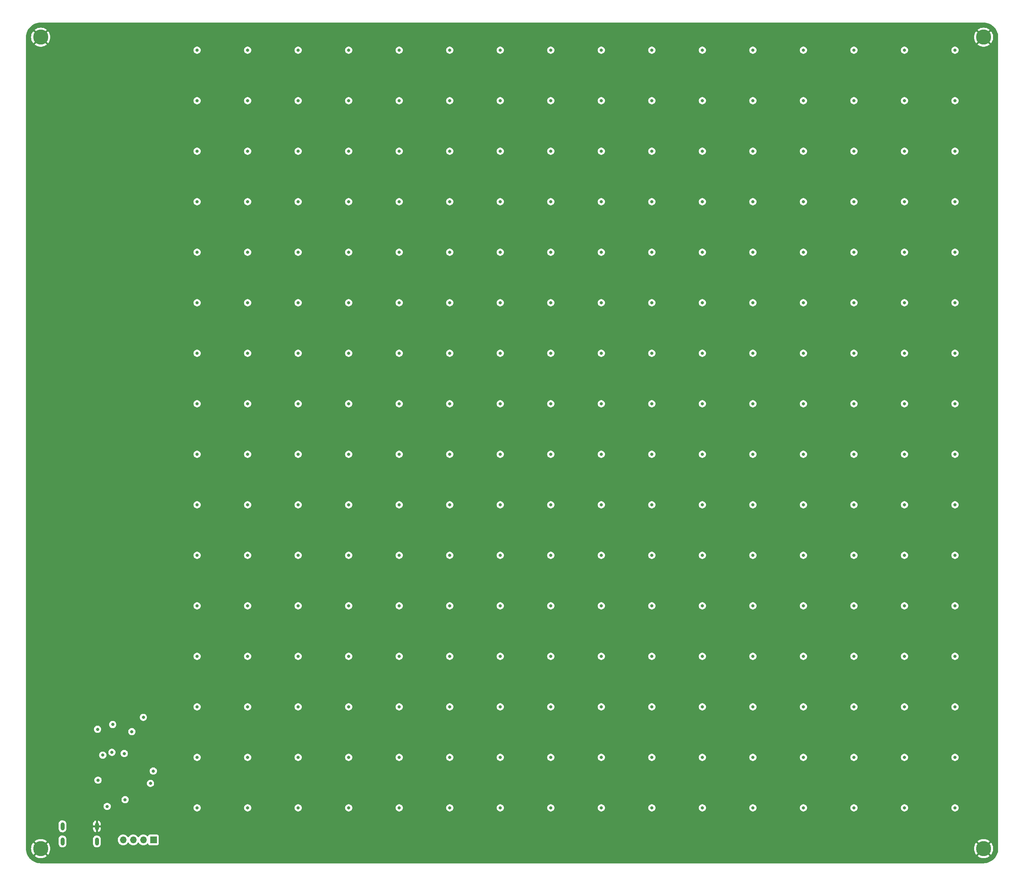
<source format=gbr>
%TF.GenerationSoftware,KiCad,Pcbnew,(7.0.0-0)*%
%TF.CreationDate,2023-09-26T09:25:19-06:00*%
%TF.ProjectId,led-matrix-v2-0,6c65642d-6d61-4747-9269-782d76322d30,4*%
%TF.SameCoordinates,Original*%
%TF.FileFunction,Copper,L3,Inr*%
%TF.FilePolarity,Positive*%
%FSLAX46Y46*%
G04 Gerber Fmt 4.6, Leading zero omitted, Abs format (unit mm)*
G04 Created by KiCad (PCBNEW (7.0.0-0)) date 2023-09-26 09:25:19*
%MOMM*%
%LPD*%
G01*
G04 APERTURE LIST*
%TA.AperFunction,ComponentPad*%
%ADD10R,1.700000X1.700000*%
%TD*%
%TA.AperFunction,ComponentPad*%
%ADD11O,1.700000X1.700000*%
%TD*%
%TA.AperFunction,ComponentPad*%
%ADD12C,3.800000*%
%TD*%
%TA.AperFunction,ComponentPad*%
%ADD13O,1.000000X2.000000*%
%TD*%
%TA.AperFunction,ViaPad*%
%ADD14C,0.800000*%
%TD*%
G04 APERTURE END LIST*
D10*
%TO.N,Net-(J1-Pin_1)*%
%TO.C,J1*%
X72339999Y-246799999D03*
D11*
%TO.N,Net-(J1-Pin_2)*%
X69799999Y-246799999D03*
%TO.N,Net-(J1-Pin_3)*%
X67259999Y-246799999D03*
%TO.N,Net-(J1-Pin_4)*%
X64719999Y-246799999D03*
%TD*%
D12*
%TO.N,GND*%
%TO.C,REF\u002A\u002A*%
X44000000Y-45000000D03*
%TD*%
%TO.N,GND*%
%TO.C,REF\u002A\u002A*%
X44000000Y-249000000D03*
%TD*%
%TO.N,GND*%
%TO.C,REF\u002A\u002A*%
X281000000Y-45000000D03*
%TD*%
%TO.N,GND*%
%TO.C,REF\u002A\u002A*%
X281000000Y-249000000D03*
%TD*%
D13*
%TO.N,GND*%
%TO.C,J2*%
X58119999Y-243399999D03*
%TO.N,N/C*%
X49479999Y-243399999D03*
X58119999Y-247199999D03*
X49479999Y-247199999D03*
%TD*%
D14*
%TO.N,VDD*%
X172212000Y-149860000D03*
X210312000Y-175260000D03*
X248412000Y-149860000D03*
X83312000Y-226060000D03*
X210312000Y-238760000D03*
X96012000Y-226060000D03*
X96012000Y-73660000D03*
X235712000Y-187960000D03*
X223012000Y-137160000D03*
X172212000Y-48260000D03*
X146812000Y-60960000D03*
X197612000Y-226060000D03*
X159512000Y-213360000D03*
X223012000Y-175260000D03*
X83312000Y-86360000D03*
X210312000Y-73660000D03*
X197612000Y-162560000D03*
X108712000Y-175260000D03*
X223012000Y-73660000D03*
X184912000Y-86360000D03*
X172212000Y-86360000D03*
X223012000Y-162560000D03*
X58400000Y-231800000D03*
X184912000Y-238760000D03*
X172212000Y-175260000D03*
X172212000Y-73660000D03*
X172212000Y-124460000D03*
X248412000Y-60960000D03*
X210312000Y-149860000D03*
X108712000Y-200660000D03*
X96012000Y-187960000D03*
X197612000Y-124460000D03*
X184912000Y-213360000D03*
X172212000Y-200660000D03*
X235712000Y-238760000D03*
X261112000Y-124460000D03*
X83312000Y-149860000D03*
X121412000Y-60960000D03*
X134112000Y-124460000D03*
X197612000Y-48260000D03*
X134112000Y-73660000D03*
X146812000Y-137160000D03*
X235712000Y-162560000D03*
X146812000Y-226060000D03*
X108712000Y-73660000D03*
X66900000Y-219600000D03*
X159512000Y-111760000D03*
X223012000Y-200660000D03*
X108712000Y-60960000D03*
X184912000Y-111760000D03*
X108712000Y-226060000D03*
X248412000Y-200660000D03*
X223012000Y-99060000D03*
X134112000Y-187960000D03*
X273812000Y-99060000D03*
X273812000Y-238760000D03*
X121412000Y-48260000D03*
X134112000Y-226060000D03*
X261112000Y-200660000D03*
X210312000Y-48260000D03*
X223012000Y-187960000D03*
X184912000Y-73660000D03*
X184912000Y-137160000D03*
X184912000Y-48260000D03*
X235712000Y-175260000D03*
X184912000Y-149860000D03*
X235712000Y-99060000D03*
X159512000Y-149860000D03*
X273812000Y-48260000D03*
X210312000Y-86360000D03*
X159512000Y-124460000D03*
X108712000Y-162560000D03*
X184912000Y-99060000D03*
X146812000Y-124460000D03*
X159512000Y-86360000D03*
X235712000Y-111760000D03*
X261112000Y-99060000D03*
X197612000Y-99060000D03*
X121412000Y-111760000D03*
X223012000Y-60960000D03*
X83312000Y-187960000D03*
X261112000Y-175260000D03*
X248412000Y-162560000D03*
X108712000Y-86360000D03*
X197612000Y-137160000D03*
X235712000Y-124460000D03*
X134112000Y-111760000D03*
X121412000Y-137160000D03*
X146812000Y-200660000D03*
X273812000Y-73660000D03*
X121412000Y-162560000D03*
X273812000Y-60960000D03*
X248412000Y-48260000D03*
X108712000Y-99060000D03*
X83312000Y-175260000D03*
X210312000Y-99060000D03*
X273812000Y-226060000D03*
X96012000Y-213360000D03*
X108712000Y-187960000D03*
X96012000Y-99060000D03*
X83312000Y-137160000D03*
X261112000Y-213360000D03*
X210312000Y-200660000D03*
X210312000Y-213360000D03*
X121412000Y-200660000D03*
X146812000Y-213360000D03*
X197612000Y-60960000D03*
X210312000Y-111760000D03*
X134112000Y-60960000D03*
X159512000Y-73660000D03*
X184912000Y-200660000D03*
X248412000Y-124460000D03*
X108712000Y-213360000D03*
X159512000Y-60960000D03*
X83312000Y-162560000D03*
X261112000Y-111760000D03*
X197612000Y-86360000D03*
X223012000Y-111760000D03*
X184912000Y-226060000D03*
X159512000Y-48260000D03*
X235712000Y-73660000D03*
X121412000Y-187960000D03*
X146812000Y-187960000D03*
X83312000Y-213360000D03*
X197612000Y-187960000D03*
X248412000Y-226060000D03*
X134112000Y-162560000D03*
X108712000Y-137160000D03*
X261112000Y-238760000D03*
X96012000Y-175260000D03*
X273812000Y-175260000D03*
X261112000Y-226060000D03*
X197612000Y-213360000D03*
X134112000Y-200660000D03*
X146812000Y-99060000D03*
X96012000Y-137160000D03*
X172212000Y-162560000D03*
X261112000Y-73660000D03*
X108712000Y-48260000D03*
X83312000Y-99060000D03*
X223012000Y-48260000D03*
X121412000Y-175260000D03*
X96012000Y-149860000D03*
X96012000Y-124460000D03*
X210312000Y-137160000D03*
X223012000Y-86360000D03*
X273812000Y-187960000D03*
X146812000Y-149860000D03*
X235712000Y-149860000D03*
X159512000Y-137160000D03*
X159512000Y-162560000D03*
X83312000Y-124460000D03*
X134112000Y-149860000D03*
X121412000Y-213360000D03*
X248412000Y-73660000D03*
X273812000Y-200660000D03*
X83312000Y-200660000D03*
X134112000Y-213360000D03*
X121412000Y-99060000D03*
X261112000Y-162560000D03*
X108712000Y-124460000D03*
X159512000Y-238760000D03*
X197612000Y-200660000D03*
X235712000Y-86360000D03*
X223012000Y-238760000D03*
X210312000Y-226060000D03*
X235712000Y-48260000D03*
X248412000Y-175260000D03*
X197612000Y-73660000D03*
X273812000Y-111760000D03*
X210312000Y-124460000D03*
X96012000Y-48260000D03*
X134112000Y-238760000D03*
X121412000Y-238760000D03*
X96012000Y-86360000D03*
X83312000Y-60960000D03*
X248412000Y-111760000D03*
X184912000Y-124460000D03*
X108712000Y-149860000D03*
X197612000Y-175260000D03*
X96012000Y-60960000D03*
X223012000Y-124460000D03*
X96012000Y-111760000D03*
X261112000Y-60960000D03*
X159512000Y-99060000D03*
X273812000Y-149860000D03*
X121412000Y-149860000D03*
X273812000Y-213360000D03*
X146812000Y-73660000D03*
X235712000Y-200660000D03*
X223012000Y-149860000D03*
X197612000Y-149860000D03*
X235712000Y-213360000D03*
X121412000Y-226060000D03*
X223012000Y-226060000D03*
X159512000Y-226060000D03*
X261112000Y-86360000D03*
X248412000Y-187960000D03*
X210312000Y-162560000D03*
X83312000Y-238760000D03*
X96012000Y-238760000D03*
X83312000Y-48260000D03*
X261112000Y-149860000D03*
X273812000Y-86360000D03*
X172212000Y-226060000D03*
X210312000Y-60960000D03*
X172212000Y-60960000D03*
X273812000Y-137160000D03*
X235712000Y-137160000D03*
X146812000Y-162560000D03*
X184912000Y-175260000D03*
X273812000Y-124460000D03*
X261112000Y-137160000D03*
X108712000Y-238760000D03*
X184912000Y-60960000D03*
X146812000Y-111760000D03*
X184912000Y-187960000D03*
X210312000Y-187960000D03*
X197612000Y-238760000D03*
X172212000Y-137160000D03*
X248412000Y-99060000D03*
X172212000Y-238760000D03*
X172212000Y-111760000D03*
X184912000Y-162560000D03*
X121412000Y-86360000D03*
X172212000Y-99060000D03*
X248412000Y-238760000D03*
X273812000Y-162560000D03*
X159512000Y-200660000D03*
X261112000Y-187960000D03*
X134112000Y-137160000D03*
X108712000Y-111760000D03*
X172212000Y-213360000D03*
X248412000Y-213360000D03*
X159512000Y-187960000D03*
X121412000Y-124460000D03*
X134112000Y-86360000D03*
X134112000Y-99060000D03*
X172212000Y-187960000D03*
X146812000Y-175260000D03*
X96012000Y-200660000D03*
X83312000Y-73660000D03*
X146812000Y-86360000D03*
X134112000Y-175260000D03*
X248412000Y-86360000D03*
X96012000Y-162560000D03*
X134112000Y-48260000D03*
X146812000Y-48260000D03*
X121412000Y-73660000D03*
X159512000Y-175260000D03*
X83312000Y-111760000D03*
X235712000Y-226060000D03*
X235712000Y-60960000D03*
X261112000Y-48260000D03*
X197612000Y-111760000D03*
X146812000Y-238760000D03*
X223012000Y-213360000D03*
X248412000Y-137160000D03*
%TO.N,GND*%
X147320000Y-116840000D03*
X134620000Y-193040000D03*
X223520000Y-180340000D03*
X134620000Y-205740000D03*
X236220000Y-218440000D03*
X121920000Y-129540000D03*
X210820000Y-193040000D03*
X83820000Y-104140000D03*
X147320000Y-129540000D03*
X109220000Y-205740000D03*
X210820000Y-218440000D03*
X147320000Y-193040000D03*
X160020000Y-66040000D03*
X147320000Y-142240000D03*
X198120000Y-129540000D03*
X109220000Y-218440000D03*
X261620000Y-116840000D03*
X96520000Y-154940000D03*
X160020000Y-243840000D03*
X236220000Y-154940000D03*
X147320000Y-218440000D03*
X172720000Y-116840000D03*
X274320000Y-91440000D03*
X134620000Y-243840000D03*
X96520000Y-53340000D03*
X261620000Y-129540000D03*
X172720000Y-205740000D03*
X172720000Y-231140000D03*
X261620000Y-205740000D03*
X261620000Y-193040000D03*
X198120000Y-91440000D03*
X185420000Y-218440000D03*
X83820000Y-142240000D03*
X121920000Y-167640000D03*
X121920000Y-53340000D03*
X185420000Y-231140000D03*
X248920000Y-193040000D03*
X210820000Y-154940000D03*
X248920000Y-116840000D03*
X210820000Y-104140000D03*
X223520000Y-205740000D03*
X248920000Y-154940000D03*
X223520000Y-167640000D03*
X83820000Y-91440000D03*
X134620000Y-53340000D03*
X160020000Y-53340000D03*
X172720000Y-154940000D03*
X109220000Y-231140000D03*
X64200000Y-230800000D03*
X210820000Y-66040000D03*
X236220000Y-66040000D03*
X210820000Y-91440000D03*
X236220000Y-104140000D03*
X198120000Y-205740000D03*
X274320000Y-154940000D03*
X134620000Y-218440000D03*
X96520000Y-142240000D03*
X83820000Y-180340000D03*
X274320000Y-53340000D03*
X96520000Y-193040000D03*
X248920000Y-180340000D03*
X83820000Y-129540000D03*
X160020000Y-231140000D03*
X83820000Y-53340000D03*
X261620000Y-167640000D03*
X261620000Y-180340000D03*
X109220000Y-142240000D03*
X185420000Y-116840000D03*
X261620000Y-218440000D03*
X109220000Y-243840000D03*
X236220000Y-53340000D03*
X147320000Y-104140000D03*
X160020000Y-205740000D03*
X236220000Y-116840000D03*
X134620000Y-116840000D03*
X274320000Y-66040000D03*
X248920000Y-104140000D03*
X172720000Y-129540000D03*
X210820000Y-180340000D03*
X160020000Y-129540000D03*
X147320000Y-78740000D03*
X223520000Y-53340000D03*
X109220000Y-104140000D03*
X172720000Y-66040000D03*
X83820000Y-116840000D03*
X121920000Y-91440000D03*
X185420000Y-180340000D03*
X109220000Y-129540000D03*
X60200000Y-240300000D03*
X248920000Y-243840000D03*
X198120000Y-53340000D03*
X147320000Y-167640000D03*
X198120000Y-193040000D03*
X121920000Y-193040000D03*
X261620000Y-243840000D03*
X248920000Y-167640000D03*
X83820000Y-66040000D03*
X65900000Y-217600000D03*
X274320000Y-193040000D03*
X248920000Y-91440000D03*
X134620000Y-91440000D03*
X121920000Y-180340000D03*
X172720000Y-218440000D03*
X147320000Y-154940000D03*
X261620000Y-231140000D03*
X160020000Y-218440000D03*
X96520000Y-231140000D03*
X96520000Y-205740000D03*
X223520000Y-154940000D03*
X109220000Y-167640000D03*
X261620000Y-142240000D03*
X121920000Y-231140000D03*
X223520000Y-91440000D03*
X261620000Y-53340000D03*
X83820000Y-154940000D03*
X134620000Y-66040000D03*
X236220000Y-231140000D03*
X160020000Y-142240000D03*
X248920000Y-53340000D03*
X274320000Y-116840000D03*
X121920000Y-154940000D03*
X198120000Y-78740000D03*
X172720000Y-91440000D03*
X147320000Y-53340000D03*
X160020000Y-154940000D03*
X185420000Y-193040000D03*
X274320000Y-104140000D03*
X248920000Y-231140000D03*
X121920000Y-142240000D03*
X147320000Y-66040000D03*
X185420000Y-205740000D03*
X109220000Y-116840000D03*
X248920000Y-129540000D03*
X274320000Y-243840000D03*
X210820000Y-129540000D03*
X210820000Y-243840000D03*
X223520000Y-193040000D03*
X210820000Y-167640000D03*
X198120000Y-180340000D03*
X109220000Y-53340000D03*
X96520000Y-91440000D03*
X198120000Y-142240000D03*
X147320000Y-205740000D03*
X83820000Y-231140000D03*
X96520000Y-243840000D03*
X185420000Y-53340000D03*
X121920000Y-66040000D03*
X53800000Y-246500000D03*
X109220000Y-91440000D03*
X198120000Y-66040000D03*
X121920000Y-205740000D03*
X147320000Y-231140000D03*
X67700000Y-224600000D03*
X274320000Y-167640000D03*
X210820000Y-53340000D03*
X223520000Y-104140000D03*
X172720000Y-243840000D03*
X274320000Y-142240000D03*
X160020000Y-180340000D03*
X236220000Y-193040000D03*
X83820000Y-205740000D03*
X160020000Y-167640000D03*
X274320000Y-205740000D03*
X185420000Y-78740000D03*
X198120000Y-154940000D03*
X160020000Y-104140000D03*
X198120000Y-231140000D03*
X134620000Y-142240000D03*
X236220000Y-243840000D03*
X172720000Y-78740000D03*
X172720000Y-53340000D03*
X210820000Y-231140000D03*
X96520000Y-78740000D03*
X160020000Y-78740000D03*
X261620000Y-154940000D03*
X96520000Y-218440000D03*
X83820000Y-243840000D03*
X96520000Y-104140000D03*
X198120000Y-104140000D03*
X248920000Y-205740000D03*
X185420000Y-142240000D03*
X172720000Y-142240000D03*
X96520000Y-66040000D03*
X274320000Y-129540000D03*
X83820000Y-78740000D03*
X160020000Y-91440000D03*
X109220000Y-180340000D03*
X198120000Y-116840000D03*
X274320000Y-218440000D03*
X248920000Y-78740000D03*
X185420000Y-154940000D03*
X134620000Y-180340000D03*
X172720000Y-167640000D03*
X223520000Y-243840000D03*
X83820000Y-193040000D03*
X109220000Y-193040000D03*
X96520000Y-129540000D03*
X160020000Y-116840000D03*
X185420000Y-167640000D03*
X134620000Y-104140000D03*
X134620000Y-78740000D03*
X96520000Y-116840000D03*
X83820000Y-167640000D03*
X223520000Y-218440000D03*
X261620000Y-66040000D03*
X121920000Y-78740000D03*
X210820000Y-205740000D03*
X172720000Y-193040000D03*
X248920000Y-66040000D03*
X121920000Y-243840000D03*
X223520000Y-142240000D03*
X223520000Y-129540000D03*
X185420000Y-104140000D03*
X248920000Y-218440000D03*
X134620000Y-154940000D03*
X109220000Y-66040000D03*
X261620000Y-78740000D03*
X134620000Y-129540000D03*
X198120000Y-218440000D03*
X198120000Y-167640000D03*
X83820000Y-218440000D03*
X210820000Y-142240000D03*
X121920000Y-218440000D03*
X210820000Y-116840000D03*
X223520000Y-116840000D03*
X223520000Y-231140000D03*
X185420000Y-129540000D03*
X121920000Y-104140000D03*
X236220000Y-129540000D03*
X96520000Y-167640000D03*
X147320000Y-91440000D03*
X185420000Y-243840000D03*
X109220000Y-78740000D03*
X274320000Y-231140000D03*
X147320000Y-180340000D03*
X198120000Y-243840000D03*
X147320000Y-243840000D03*
X261620000Y-104140000D03*
X223520000Y-66040000D03*
X236220000Y-167640000D03*
X236220000Y-142240000D03*
X172720000Y-104140000D03*
X274320000Y-78740000D03*
X248920000Y-142240000D03*
X223520000Y-78740000D03*
X210820000Y-78740000D03*
X160020000Y-193040000D03*
X121920000Y-116840000D03*
X96520000Y-180340000D03*
X236220000Y-205740000D03*
X274320000Y-180340000D03*
X236220000Y-180340000D03*
X185420000Y-66040000D03*
X236220000Y-91440000D03*
X134620000Y-167640000D03*
X109220000Y-154940000D03*
X134620000Y-231140000D03*
X185420000Y-91440000D03*
X236220000Y-78740000D03*
X261620000Y-91440000D03*
X172720000Y-180340000D03*
%TO.N,Net-(D1-DIN)*%
X61900000Y-224800000D03*
%TO.N,Net-(D65-DIN)*%
X59600000Y-225500000D03*
%TO.N,Net-(D129-DIN)*%
X58300000Y-219000000D03*
%TO.N,Net-(D193-DIN)*%
X62100000Y-217800000D03*
%TO.N,Net-(J1-Pin_1)*%
X72300000Y-229500000D03*
%TO.N,Net-(J1-Pin_2)*%
X71600000Y-232600000D03*
%TO.N,Net-(J1-Pin_3)*%
X69800000Y-216000000D03*
%TO.N,Net-(J1-Pin_4)*%
X65000000Y-225100000D03*
%TO.N,Net-(U2-OVP)*%
X65200000Y-236700000D03*
X60700000Y-238400000D03*
%TD*%
%TA.AperFunction,Conductor*%
%TO.N,GND*%
G36*
X280923980Y-41300501D02*
G01*
X280968524Y-41300500D01*
X280974607Y-41300648D01*
X281328115Y-41318013D01*
X281340214Y-41319205D01*
X281687292Y-41370687D01*
X281699223Y-41373061D01*
X281798640Y-41397962D01*
X282039581Y-41458313D01*
X282051209Y-41461839D01*
X282381588Y-41580050D01*
X282392830Y-41584707D01*
X282710007Y-41734718D01*
X282720739Y-41740454D01*
X283021696Y-41920839D01*
X283031814Y-41927600D01*
X283208268Y-42058466D01*
X283313637Y-42136612D01*
X283323040Y-42144329D01*
X283583019Y-42379959D01*
X283591617Y-42388556D01*
X283827269Y-42648556D01*
X283834971Y-42657943D01*
X284018293Y-42905122D01*
X284043986Y-42939764D01*
X284050747Y-42949882D01*
X284231129Y-43250831D01*
X284236866Y-43261563D01*
X284386889Y-43578758D01*
X284391545Y-43590001D01*
X284509744Y-43920344D01*
X284513277Y-43931988D01*
X284598534Y-44272351D01*
X284600908Y-44284286D01*
X284652391Y-44631356D01*
X284653584Y-44643466D01*
X284670924Y-44996416D01*
X284671073Y-45002501D01*
X284671073Y-248996949D01*
X284670924Y-249003034D01*
X284653557Y-249356530D01*
X284652364Y-249368640D01*
X284600881Y-249715710D01*
X284598507Y-249727645D01*
X284513253Y-250067998D01*
X284509720Y-250079642D01*
X284391519Y-250409991D01*
X284386862Y-250421234D01*
X284236841Y-250738423D01*
X284231105Y-250749155D01*
X284050724Y-251050102D01*
X284043963Y-251060220D01*
X283834954Y-251342034D01*
X283827239Y-251351435D01*
X283783223Y-251400000D01*
X283591605Y-251611417D01*
X283583000Y-251620021D01*
X283323023Y-251855649D01*
X283313616Y-251863369D01*
X283031799Y-252072376D01*
X283021681Y-252079137D01*
X282720726Y-252259521D01*
X282709995Y-252265257D01*
X282392821Y-252415268D01*
X282381578Y-252419925D01*
X282051213Y-252538130D01*
X282039568Y-252541662D01*
X281699219Y-252626912D01*
X281687284Y-252629286D01*
X281340217Y-252680766D01*
X281328107Y-252681959D01*
X280974060Y-252699350D01*
X280967976Y-252699499D01*
X280923989Y-252699499D01*
X280923988Y-252699499D01*
X280923980Y-252699499D01*
X280923977Y-252699500D01*
X44003051Y-252699500D01*
X43996968Y-252699351D01*
X43975811Y-252698311D01*
X43643468Y-252681984D01*
X43631359Y-252680791D01*
X43284287Y-252629308D01*
X43272351Y-252626934D01*
X42931998Y-252541680D01*
X42920353Y-252538147D01*
X42590003Y-252419945D01*
X42578762Y-252415289D01*
X42261570Y-252265270D01*
X42250842Y-252259535D01*
X41949897Y-252079156D01*
X41939779Y-252072396D01*
X41657950Y-251863377D01*
X41648544Y-251855657D01*
X41532295Y-251750296D01*
X41388559Y-251620021D01*
X41379974Y-251611436D01*
X41144342Y-251351455D01*
X41136622Y-251342049D01*
X40953307Y-251094878D01*
X40927601Y-251060217D01*
X40920843Y-251050102D01*
X40815823Y-250874887D01*
X40810918Y-250866704D01*
X42490167Y-250866704D01*
X42497438Y-250874887D01*
X42708320Y-251028102D01*
X42714891Y-251032272D01*
X42972694Y-251174000D01*
X42979733Y-251177313D01*
X43253270Y-251285613D01*
X43260665Y-251288016D01*
X43545625Y-251361182D01*
X43553256Y-251362637D01*
X43845140Y-251399511D01*
X43852899Y-251400000D01*
X44147101Y-251400000D01*
X44154859Y-251399511D01*
X44446743Y-251362637D01*
X44454374Y-251361182D01*
X44739334Y-251288016D01*
X44746729Y-251285613D01*
X45020266Y-251177313D01*
X45027305Y-251174000D01*
X45285108Y-251032272D01*
X45291678Y-251028102D01*
X45502560Y-250874887D01*
X45509831Y-250866704D01*
X279490167Y-250866704D01*
X279497438Y-250874887D01*
X279708320Y-251028102D01*
X279714891Y-251032272D01*
X279972694Y-251174000D01*
X279979733Y-251177313D01*
X280253270Y-251285613D01*
X280260665Y-251288016D01*
X280545625Y-251361182D01*
X280553256Y-251362637D01*
X280845140Y-251399511D01*
X280852899Y-251400000D01*
X281147101Y-251400000D01*
X281154859Y-251399511D01*
X281446743Y-251362637D01*
X281454374Y-251361182D01*
X281739334Y-251288016D01*
X281746729Y-251285613D01*
X282020266Y-251177313D01*
X282027305Y-251174000D01*
X282285108Y-251032272D01*
X282291678Y-251028102D01*
X282502560Y-250874887D01*
X282509831Y-250866704D01*
X282503927Y-250857480D01*
X281011542Y-249365095D01*
X281000000Y-249358431D01*
X280988457Y-249365095D01*
X279496071Y-250857480D01*
X279490167Y-250866704D01*
X45509831Y-250866704D01*
X45503927Y-250857480D01*
X44011542Y-249365095D01*
X44000000Y-249358431D01*
X43988457Y-249365095D01*
X42496071Y-250857480D01*
X42490167Y-250866704D01*
X40810918Y-250866704D01*
X40740459Y-250749150D01*
X40734729Y-250738429D01*
X40584710Y-250421237D01*
X40580054Y-250409996D01*
X40461852Y-250079646D01*
X40458319Y-250068001D01*
X40373062Y-249727635D01*
X40370691Y-249715712D01*
X40352667Y-249594206D01*
X40319208Y-249368640D01*
X40318015Y-249356530D01*
X40310267Y-249198824D01*
X40300690Y-249003894D01*
X41595500Y-249003894D01*
X41613972Y-249297500D01*
X41614946Y-249305220D01*
X41670073Y-249594206D01*
X41672009Y-249601745D01*
X41762921Y-249881541D01*
X41765781Y-249888765D01*
X41891050Y-250154976D01*
X41894792Y-250161782D01*
X42052430Y-250410181D01*
X42057006Y-250416479D01*
X42124273Y-250497790D01*
X42135575Y-250505558D01*
X42147557Y-250498888D01*
X43634904Y-249011542D01*
X43641568Y-249000000D01*
X44358431Y-249000000D01*
X44365095Y-249011542D01*
X45852441Y-250498888D01*
X45864424Y-250505558D01*
X45875723Y-250497793D01*
X45942997Y-250416474D01*
X45947568Y-250410182D01*
X46105207Y-250161782D01*
X46108949Y-250154976D01*
X46234218Y-249888765D01*
X46237078Y-249881541D01*
X46327990Y-249601745D01*
X46329926Y-249594206D01*
X46385053Y-249305220D01*
X46386027Y-249297500D01*
X46404500Y-249003894D01*
X278595500Y-249003894D01*
X278613972Y-249297500D01*
X278614946Y-249305220D01*
X278670073Y-249594206D01*
X278672009Y-249601745D01*
X278762921Y-249881541D01*
X278765781Y-249888765D01*
X278891050Y-250154976D01*
X278894792Y-250161782D01*
X279052430Y-250410181D01*
X279057006Y-250416479D01*
X279124273Y-250497790D01*
X279135575Y-250505558D01*
X279147557Y-250498888D01*
X280634904Y-249011542D01*
X280641568Y-248999999D01*
X281358431Y-248999999D01*
X281365095Y-249011542D01*
X282852441Y-250498888D01*
X282864424Y-250505558D01*
X282875723Y-250497793D01*
X282942997Y-250416474D01*
X282947568Y-250410182D01*
X283105207Y-250161782D01*
X283108949Y-250154976D01*
X283234218Y-249888765D01*
X283237078Y-249881541D01*
X283327990Y-249601745D01*
X283329926Y-249594206D01*
X283385053Y-249305220D01*
X283386027Y-249297500D01*
X283404500Y-249003894D01*
X283404500Y-248996106D01*
X283386027Y-248702499D01*
X283385053Y-248694779D01*
X283329926Y-248405793D01*
X283327990Y-248398254D01*
X283237078Y-248118458D01*
X283234218Y-248111234D01*
X283108949Y-247845023D01*
X283105207Y-247838217D01*
X282947569Y-247589818D01*
X282942993Y-247583520D01*
X282875725Y-247502208D01*
X282864423Y-247494440D01*
X282852441Y-247501110D01*
X281365095Y-248988457D01*
X281358431Y-248999999D01*
X280641568Y-248999999D01*
X280634904Y-248988457D01*
X279147558Y-247501111D01*
X279135574Y-247494441D01*
X279124273Y-247502208D01*
X279057001Y-247583526D01*
X279052434Y-247589812D01*
X278894792Y-247838217D01*
X278891050Y-247845023D01*
X278765781Y-248111234D01*
X278762921Y-248118458D01*
X278672009Y-248398254D01*
X278670073Y-248405793D01*
X278614946Y-248694779D01*
X278613972Y-248702499D01*
X278595500Y-248996106D01*
X278595500Y-249003894D01*
X46404500Y-249003894D01*
X46404500Y-248996106D01*
X46386027Y-248702499D01*
X46385053Y-248694779D01*
X46329926Y-248405793D01*
X46327990Y-248398254D01*
X46237078Y-248118458D01*
X46234218Y-248111234D01*
X46108949Y-247845023D01*
X46105207Y-247838217D01*
X46049694Y-247750742D01*
X48479500Y-247750742D01*
X48479816Y-247753853D01*
X48479817Y-247753865D01*
X48488739Y-247841600D01*
X48494926Y-247902438D01*
X48496808Y-247908436D01*
X48548723Y-248073903D01*
X48555841Y-248096588D01*
X48558892Y-248102086D01*
X48558894Y-248102089D01*
X48651538Y-248269002D01*
X48654591Y-248274502D01*
X48787134Y-248428895D01*
X48948042Y-248553448D01*
X48953690Y-248556218D01*
X48953691Y-248556219D01*
X49053283Y-248605071D01*
X49130729Y-248643060D01*
X49327715Y-248694063D01*
X49530936Y-248704369D01*
X49732071Y-248673556D01*
X49922887Y-248602886D01*
X50095571Y-248495252D01*
X50243053Y-248355059D01*
X50359295Y-248188049D01*
X50439540Y-248001058D01*
X50480500Y-247801741D01*
X50480500Y-247750742D01*
X57119500Y-247750742D01*
X57119816Y-247753853D01*
X57119817Y-247753865D01*
X57128739Y-247841600D01*
X57134926Y-247902438D01*
X57136808Y-247908436D01*
X57188723Y-248073903D01*
X57195841Y-248096588D01*
X57198892Y-248102086D01*
X57198894Y-248102089D01*
X57291538Y-248269002D01*
X57294591Y-248274502D01*
X57427134Y-248428895D01*
X57588042Y-248553448D01*
X57593690Y-248556218D01*
X57593691Y-248556219D01*
X57693283Y-248605071D01*
X57770729Y-248643060D01*
X57967715Y-248694063D01*
X58170936Y-248704369D01*
X58372071Y-248673556D01*
X58562887Y-248602886D01*
X58735571Y-248495252D01*
X58883053Y-248355059D01*
X58999295Y-248188049D01*
X59079540Y-248001058D01*
X59120500Y-247801741D01*
X59120500Y-246800000D01*
X63364341Y-246800000D01*
X63364813Y-246805395D01*
X63379015Y-246967727D01*
X63384937Y-247035408D01*
X63386336Y-247040630D01*
X63386337Y-247040634D01*
X63444694Y-247258430D01*
X63444697Y-247258438D01*
X63446097Y-247263663D01*
X63448385Y-247268570D01*
X63448386Y-247268572D01*
X63543678Y-247472927D01*
X63543681Y-247472933D01*
X63545965Y-247477830D01*
X63549064Y-247482257D01*
X63549066Y-247482259D01*
X63678399Y-247666966D01*
X63678402Y-247666970D01*
X63681505Y-247671401D01*
X63848599Y-247838495D01*
X63853031Y-247841598D01*
X63853033Y-247841600D01*
X63939919Y-247902438D01*
X64042170Y-247974035D01*
X64047070Y-247976320D01*
X64047072Y-247976321D01*
X64098815Y-248000449D01*
X64256337Y-248073903D01*
X64484592Y-248135063D01*
X64720000Y-248155659D01*
X64955408Y-248135063D01*
X65183663Y-248073903D01*
X65397830Y-247974035D01*
X65591401Y-247838495D01*
X65758495Y-247671401D01*
X65877734Y-247501111D01*
X65888425Y-247485842D01*
X65932743Y-247446976D01*
X65990000Y-247432965D01*
X66047257Y-247446976D01*
X66091575Y-247485842D01*
X66218395Y-247666961D01*
X66218401Y-247666968D01*
X66221505Y-247671401D01*
X66388599Y-247838495D01*
X66393031Y-247841598D01*
X66393033Y-247841600D01*
X66479919Y-247902438D01*
X66582170Y-247974035D01*
X66587070Y-247976320D01*
X66587072Y-247976321D01*
X66638815Y-248000449D01*
X66796337Y-248073903D01*
X67024592Y-248135063D01*
X67260000Y-248155659D01*
X67495408Y-248135063D01*
X67723663Y-248073903D01*
X67937830Y-247974035D01*
X68131401Y-247838495D01*
X68298495Y-247671401D01*
X68417734Y-247501111D01*
X68428425Y-247485842D01*
X68472743Y-247446976D01*
X68530000Y-247432965D01*
X68587257Y-247446976D01*
X68631575Y-247485842D01*
X68758395Y-247666961D01*
X68758401Y-247666968D01*
X68761505Y-247671401D01*
X68928599Y-247838495D01*
X68933031Y-247841598D01*
X68933033Y-247841600D01*
X69019919Y-247902438D01*
X69122170Y-247974035D01*
X69127070Y-247976320D01*
X69127072Y-247976321D01*
X69178815Y-248000449D01*
X69336337Y-248073903D01*
X69564592Y-248135063D01*
X69800000Y-248155659D01*
X70035408Y-248135063D01*
X70263663Y-248073903D01*
X70477830Y-247974035D01*
X70671401Y-247838495D01*
X70793329Y-247716566D01*
X70846072Y-247685273D01*
X70907365Y-247683084D01*
X70962210Y-247710537D01*
X70997189Y-247760916D01*
X71046204Y-247892331D01*
X71051518Y-247899430D01*
X71051519Y-247899431D01*
X71107367Y-247974035D01*
X71132454Y-248007546D01*
X71247669Y-248093796D01*
X71382517Y-248144091D01*
X71442127Y-248150500D01*
X73237872Y-248150499D01*
X73297483Y-248144091D01*
X73432331Y-248093796D01*
X73547546Y-248007546D01*
X73633796Y-247892331D01*
X73684091Y-247757483D01*
X73690500Y-247697873D01*
X73690500Y-247133295D01*
X279490167Y-247133295D01*
X279496073Y-247142520D01*
X280988457Y-248634904D01*
X280999999Y-248641568D01*
X281011542Y-248634904D01*
X282503927Y-247142518D01*
X282509831Y-247133294D01*
X282502560Y-247125111D01*
X282291679Y-246971897D01*
X282285108Y-246967727D01*
X282027305Y-246825999D01*
X282020266Y-246822686D01*
X281746729Y-246714386D01*
X281739334Y-246711983D01*
X281454374Y-246638817D01*
X281446743Y-246637362D01*
X281154859Y-246600488D01*
X281147101Y-246600000D01*
X280852899Y-246600000D01*
X280845140Y-246600488D01*
X280553256Y-246637362D01*
X280545625Y-246638817D01*
X280260665Y-246711983D01*
X280253270Y-246714386D01*
X279979733Y-246822686D01*
X279972694Y-246825999D01*
X279714899Y-246967723D01*
X279708309Y-246971905D01*
X279497441Y-247125109D01*
X279490167Y-247133295D01*
X73690500Y-247133295D01*
X73690499Y-245902128D01*
X73684091Y-245842517D01*
X73633796Y-245707669D01*
X73547546Y-245592454D01*
X73457030Y-245524694D01*
X73439431Y-245511519D01*
X73439430Y-245511518D01*
X73432331Y-245506204D01*
X73325442Y-245466337D01*
X73304752Y-245458620D01*
X73304750Y-245458619D01*
X73297483Y-245455909D01*
X73289770Y-245455079D01*
X73289767Y-245455079D01*
X73241180Y-245449855D01*
X73241169Y-245449854D01*
X73237873Y-245449500D01*
X73234550Y-245449500D01*
X71445439Y-245449500D01*
X71445420Y-245449500D01*
X71442128Y-245449501D01*
X71438850Y-245449853D01*
X71438838Y-245449854D01*
X71390231Y-245455079D01*
X71390225Y-245455080D01*
X71382517Y-245455909D01*
X71375252Y-245458618D01*
X71375246Y-245458620D01*
X71255980Y-245503104D01*
X71255978Y-245503104D01*
X71247669Y-245506204D01*
X71240572Y-245511516D01*
X71240568Y-245511519D01*
X71139550Y-245587141D01*
X71139546Y-245587144D01*
X71132454Y-245592454D01*
X71127144Y-245599546D01*
X71127141Y-245599550D01*
X71051519Y-245700568D01*
X71051516Y-245700572D01*
X71046204Y-245707669D01*
X71043104Y-245715978D01*
X71043105Y-245715978D01*
X70997189Y-245839083D01*
X70962210Y-245889462D01*
X70907365Y-245916915D01*
X70846072Y-245914726D01*
X70793326Y-245883430D01*
X70675232Y-245765336D01*
X70675230Y-245765334D01*
X70671401Y-245761505D01*
X70666970Y-245758402D01*
X70666966Y-245758399D01*
X70482259Y-245629066D01*
X70482257Y-245629064D01*
X70477830Y-245625965D01*
X70472933Y-245623681D01*
X70472927Y-245623678D01*
X70268572Y-245528386D01*
X70268570Y-245528385D01*
X70263663Y-245526097D01*
X70258438Y-245524697D01*
X70258430Y-245524694D01*
X70040634Y-245466337D01*
X70040630Y-245466336D01*
X70035408Y-245464937D01*
X70030020Y-245464465D01*
X70030017Y-245464465D01*
X69805395Y-245444813D01*
X69800000Y-245444341D01*
X69794605Y-245444813D01*
X69569982Y-245464465D01*
X69569977Y-245464465D01*
X69564592Y-245464937D01*
X69559371Y-245466335D01*
X69559365Y-245466337D01*
X69341569Y-245524694D01*
X69341557Y-245524698D01*
X69336337Y-245526097D01*
X69331432Y-245528383D01*
X69331427Y-245528386D01*
X69127081Y-245623675D01*
X69127077Y-245623677D01*
X69122171Y-245625965D01*
X69117738Y-245629068D01*
X69117731Y-245629073D01*
X68933034Y-245758399D01*
X68933029Y-245758402D01*
X68928599Y-245761505D01*
X68924775Y-245765328D01*
X68924769Y-245765334D01*
X68765334Y-245924769D01*
X68765328Y-245924775D01*
X68761505Y-245928599D01*
X68758402Y-245933029D01*
X68758399Y-245933034D01*
X68631575Y-246114159D01*
X68587257Y-246153025D01*
X68530000Y-246167036D01*
X68472743Y-246153025D01*
X68428425Y-246114159D01*
X68417327Y-246098310D01*
X68298495Y-245928599D01*
X68131401Y-245761505D01*
X68126970Y-245758402D01*
X68126966Y-245758399D01*
X67942259Y-245629066D01*
X67942257Y-245629064D01*
X67937830Y-245625965D01*
X67932933Y-245623681D01*
X67932927Y-245623678D01*
X67728572Y-245528386D01*
X67728570Y-245528385D01*
X67723663Y-245526097D01*
X67718438Y-245524697D01*
X67718430Y-245524694D01*
X67500634Y-245466337D01*
X67500630Y-245466336D01*
X67495408Y-245464937D01*
X67490020Y-245464465D01*
X67490017Y-245464465D01*
X67265395Y-245444813D01*
X67260000Y-245444341D01*
X67254605Y-245444813D01*
X67029982Y-245464465D01*
X67029977Y-245464465D01*
X67024592Y-245464937D01*
X67019371Y-245466335D01*
X67019365Y-245466337D01*
X66801569Y-245524694D01*
X66801557Y-245524698D01*
X66796337Y-245526097D01*
X66791432Y-245528383D01*
X66791427Y-245528386D01*
X66587081Y-245623675D01*
X66587077Y-245623677D01*
X66582171Y-245625965D01*
X66577738Y-245629068D01*
X66577731Y-245629073D01*
X66393034Y-245758399D01*
X66393029Y-245758402D01*
X66388599Y-245761505D01*
X66384775Y-245765328D01*
X66384769Y-245765334D01*
X66225334Y-245924769D01*
X66225328Y-245924775D01*
X66221505Y-245928599D01*
X66218402Y-245933029D01*
X66218399Y-245933034D01*
X66091575Y-246114159D01*
X66047257Y-246153025D01*
X65990000Y-246167036D01*
X65932743Y-246153025D01*
X65888425Y-246114159D01*
X65877327Y-246098310D01*
X65758495Y-245928599D01*
X65591401Y-245761505D01*
X65586970Y-245758402D01*
X65586966Y-245758399D01*
X65402259Y-245629066D01*
X65402257Y-245629064D01*
X65397830Y-245625965D01*
X65392933Y-245623681D01*
X65392927Y-245623678D01*
X65188572Y-245528386D01*
X65188570Y-245528385D01*
X65183663Y-245526097D01*
X65178438Y-245524697D01*
X65178430Y-245524694D01*
X64960634Y-245466337D01*
X64960630Y-245466336D01*
X64955408Y-245464937D01*
X64950020Y-245464465D01*
X64950017Y-245464465D01*
X64725395Y-245444813D01*
X64720000Y-245444341D01*
X64714605Y-245444813D01*
X64489982Y-245464465D01*
X64489977Y-245464465D01*
X64484592Y-245464937D01*
X64479371Y-245466335D01*
X64479365Y-245466337D01*
X64261569Y-245524694D01*
X64261557Y-245524698D01*
X64256337Y-245526097D01*
X64251432Y-245528383D01*
X64251427Y-245528386D01*
X64047081Y-245623675D01*
X64047077Y-245623677D01*
X64042171Y-245625965D01*
X64037738Y-245629068D01*
X64037731Y-245629073D01*
X63853034Y-245758399D01*
X63853029Y-245758402D01*
X63848599Y-245761505D01*
X63844775Y-245765328D01*
X63844769Y-245765334D01*
X63685334Y-245924769D01*
X63685328Y-245924775D01*
X63681505Y-245928599D01*
X63678402Y-245933029D01*
X63678399Y-245933034D01*
X63549073Y-246117731D01*
X63549068Y-246117738D01*
X63545965Y-246122171D01*
X63543677Y-246127077D01*
X63543675Y-246127081D01*
X63448386Y-246331427D01*
X63448383Y-246331432D01*
X63446097Y-246336337D01*
X63444698Y-246341557D01*
X63444694Y-246341569D01*
X63386337Y-246559365D01*
X63386335Y-246559371D01*
X63384937Y-246564592D01*
X63384465Y-246569977D01*
X63384465Y-246569982D01*
X63372042Y-246711983D01*
X63364341Y-246800000D01*
X59120500Y-246800000D01*
X59120500Y-246649258D01*
X59105074Y-246497562D01*
X59044159Y-246303412D01*
X58945409Y-246125498D01*
X58812866Y-245971105D01*
X58807896Y-245967258D01*
X58807893Y-245967255D01*
X58699600Y-245883430D01*
X58651958Y-245846552D01*
X58646312Y-245843782D01*
X58646308Y-245843780D01*
X58474915Y-245759708D01*
X58474910Y-245759706D01*
X58469271Y-245756940D01*
X58463187Y-245755364D01*
X58463185Y-245755364D01*
X58278365Y-245707511D01*
X58278362Y-245707510D01*
X58272285Y-245705937D01*
X58266016Y-245705619D01*
X58266009Y-245705618D01*
X58075345Y-245695949D01*
X58075339Y-245695949D01*
X58069064Y-245695631D01*
X58062852Y-245696582D01*
X58062845Y-245696583D01*
X57874143Y-245725491D01*
X57874133Y-245725493D01*
X57867929Y-245726444D01*
X57862040Y-245728624D01*
X57862032Y-245728627D01*
X57683013Y-245794928D01*
X57683005Y-245794931D01*
X57677113Y-245797114D01*
X57671779Y-245800438D01*
X57671772Y-245800442D01*
X57509765Y-245901421D01*
X57509757Y-245901426D01*
X57504429Y-245904748D01*
X57499875Y-245909076D01*
X57499871Y-245909080D01*
X57361503Y-246040609D01*
X57361497Y-246040615D01*
X57356947Y-246044941D01*
X57353357Y-246050098D01*
X57353356Y-246050100D01*
X57244295Y-246206792D01*
X57244292Y-246206797D01*
X57240705Y-246211951D01*
X57238229Y-246217719D01*
X57238227Y-246217724D01*
X57162939Y-246393163D01*
X57162936Y-246393171D01*
X57160460Y-246398942D01*
X57159194Y-246405100D01*
X57159194Y-246405102D01*
X57120765Y-246592100D01*
X57120764Y-246592106D01*
X57119500Y-246598259D01*
X57119500Y-247750742D01*
X50480500Y-247750742D01*
X50480500Y-246649258D01*
X50465074Y-246497562D01*
X50404159Y-246303412D01*
X50305409Y-246125498D01*
X50172866Y-245971105D01*
X50167896Y-245967258D01*
X50167893Y-245967255D01*
X50059600Y-245883430D01*
X50011958Y-245846552D01*
X50006312Y-245843782D01*
X50006308Y-245843780D01*
X49834915Y-245759708D01*
X49834910Y-245759706D01*
X49829271Y-245756940D01*
X49823187Y-245755364D01*
X49823185Y-245755364D01*
X49638365Y-245707511D01*
X49638362Y-245707510D01*
X49632285Y-245705937D01*
X49626016Y-245705619D01*
X49626009Y-245705618D01*
X49435345Y-245695949D01*
X49435339Y-245695949D01*
X49429064Y-245695631D01*
X49422852Y-245696582D01*
X49422845Y-245696583D01*
X49234143Y-245725491D01*
X49234133Y-245725493D01*
X49227929Y-245726444D01*
X49222040Y-245728624D01*
X49222032Y-245728627D01*
X49043013Y-245794928D01*
X49043005Y-245794931D01*
X49037113Y-245797114D01*
X49031779Y-245800438D01*
X49031772Y-245800442D01*
X48869765Y-245901421D01*
X48869757Y-245901426D01*
X48864429Y-245904748D01*
X48859875Y-245909076D01*
X48859871Y-245909080D01*
X48721503Y-246040609D01*
X48721497Y-246040615D01*
X48716947Y-246044941D01*
X48713357Y-246050098D01*
X48713356Y-246050100D01*
X48604295Y-246206792D01*
X48604292Y-246206797D01*
X48600705Y-246211951D01*
X48598229Y-246217719D01*
X48598227Y-246217724D01*
X48522939Y-246393163D01*
X48522936Y-246393171D01*
X48520460Y-246398942D01*
X48519194Y-246405100D01*
X48519194Y-246405102D01*
X48480765Y-246592100D01*
X48480764Y-246592106D01*
X48479500Y-246598259D01*
X48479500Y-247750742D01*
X46049694Y-247750742D01*
X45947569Y-247589818D01*
X45942993Y-247583520D01*
X45875725Y-247502208D01*
X45864423Y-247494440D01*
X45852441Y-247501110D01*
X44365095Y-248988457D01*
X44358431Y-249000000D01*
X43641568Y-249000000D01*
X43634904Y-248988457D01*
X42147558Y-247501111D01*
X42135574Y-247494441D01*
X42124273Y-247502208D01*
X42057001Y-247583526D01*
X42052434Y-247589812D01*
X41894792Y-247838217D01*
X41891050Y-247845023D01*
X41765781Y-248111234D01*
X41762921Y-248118458D01*
X41672009Y-248398254D01*
X41670073Y-248405793D01*
X41614946Y-248694779D01*
X41613972Y-248702499D01*
X41595500Y-248996106D01*
X41595500Y-249003894D01*
X40300690Y-249003894D01*
X40300648Y-249003032D01*
X40300500Y-248996949D01*
X40300500Y-247133295D01*
X42490167Y-247133295D01*
X42496073Y-247142520D01*
X43988457Y-248634904D01*
X44000000Y-248641568D01*
X44011542Y-248634904D01*
X45503927Y-247142518D01*
X45509831Y-247133294D01*
X45502560Y-247125111D01*
X45291679Y-246971897D01*
X45285108Y-246967727D01*
X45027305Y-246825999D01*
X45020266Y-246822686D01*
X44746729Y-246714386D01*
X44739334Y-246711983D01*
X44454374Y-246638817D01*
X44446743Y-246637362D01*
X44154859Y-246600488D01*
X44147101Y-246600000D01*
X43852899Y-246600000D01*
X43845140Y-246600488D01*
X43553256Y-246637362D01*
X43545625Y-246638817D01*
X43260665Y-246711983D01*
X43253270Y-246714386D01*
X42979733Y-246822686D01*
X42972694Y-246825999D01*
X42714899Y-246967723D01*
X42708309Y-246971905D01*
X42497441Y-247125109D01*
X42490167Y-247133295D01*
X40300500Y-247133295D01*
X40300500Y-243950742D01*
X48479500Y-243950742D01*
X48479815Y-243953835D01*
X48479817Y-243953865D01*
X48484686Y-244001741D01*
X48494926Y-244102438D01*
X48555841Y-244296588D01*
X48558892Y-244302086D01*
X48558894Y-244302089D01*
X48651538Y-244469002D01*
X48654591Y-244474502D01*
X48787134Y-244628895D01*
X48948042Y-244753448D01*
X48953690Y-244756218D01*
X48953691Y-244756219D01*
X49052366Y-244804621D01*
X49130729Y-244843060D01*
X49327715Y-244894063D01*
X49530936Y-244904369D01*
X49732071Y-244873556D01*
X49922887Y-244802886D01*
X50095571Y-244695252D01*
X50243053Y-244555059D01*
X50359295Y-244388049D01*
X50439540Y-244201058D01*
X50480500Y-244001741D01*
X50480500Y-243947570D01*
X57120000Y-243947570D01*
X57120317Y-243953835D01*
X57134783Y-244096084D01*
X57137301Y-244108335D01*
X57194419Y-244290385D01*
X57199355Y-244301889D01*
X57291954Y-244468720D01*
X57299097Y-244478982D01*
X57423379Y-244623754D01*
X57432458Y-244632385D01*
X57583329Y-244749167D01*
X57593957Y-244755792D01*
X57765256Y-244839817D01*
X57776997Y-244844165D01*
X57856253Y-244864686D01*
X57867464Y-244864971D01*
X57868627Y-244859962D01*
X58370000Y-244859962D01*
X58372337Y-244870645D01*
X58377502Y-244870973D01*
X58377840Y-244870885D01*
X58556760Y-244804621D01*
X58568006Y-244799105D01*
X58729926Y-244698180D01*
X58739820Y-244690521D01*
X58878114Y-244559063D01*
X58886262Y-244549572D01*
X58995265Y-244392963D01*
X59001334Y-244382029D01*
X59076581Y-244206681D01*
X59080324Y-244194752D01*
X59118734Y-244007847D01*
X59120000Y-243995402D01*
X59120000Y-243666326D01*
X59116549Y-243653450D01*
X59103674Y-243650000D01*
X58386326Y-243650000D01*
X58373450Y-243653450D01*
X58370000Y-243666326D01*
X58370000Y-244859962D01*
X57868627Y-244859962D01*
X57870000Y-244854046D01*
X57870000Y-243666326D01*
X57866549Y-243653450D01*
X57853674Y-243650000D01*
X57136326Y-243650000D01*
X57123450Y-243653450D01*
X57120000Y-243666326D01*
X57120000Y-243947570D01*
X50480500Y-243947570D01*
X50480500Y-243133674D01*
X57120000Y-243133674D01*
X57123450Y-243146549D01*
X57136326Y-243150000D01*
X57853674Y-243150000D01*
X57866549Y-243146549D01*
X57870000Y-243133674D01*
X58370000Y-243133674D01*
X58373450Y-243146549D01*
X58386326Y-243150000D01*
X59103674Y-243150000D01*
X59116549Y-243146549D01*
X59120000Y-243133674D01*
X59120000Y-242852430D01*
X59119682Y-242846164D01*
X59105216Y-242703915D01*
X59102698Y-242691664D01*
X59045580Y-242509614D01*
X59040644Y-242498110D01*
X58948045Y-242331279D01*
X58940902Y-242321017D01*
X58816620Y-242176245D01*
X58807541Y-242167614D01*
X58656670Y-242050832D01*
X58646042Y-242044207D01*
X58474743Y-241960182D01*
X58463002Y-241955834D01*
X58383746Y-241935313D01*
X58372535Y-241935028D01*
X58370000Y-241945954D01*
X58370000Y-243133674D01*
X57870000Y-243133674D01*
X57870000Y-241940038D01*
X57867662Y-241929354D01*
X57862497Y-241929026D01*
X57862159Y-241929114D01*
X57683239Y-241995378D01*
X57671993Y-242000894D01*
X57510073Y-242101819D01*
X57500179Y-242109478D01*
X57361885Y-242240936D01*
X57353737Y-242250427D01*
X57244734Y-242407036D01*
X57238665Y-242417970D01*
X57163418Y-242593318D01*
X57159675Y-242605247D01*
X57121265Y-242792152D01*
X57120000Y-242804598D01*
X57120000Y-243133674D01*
X50480500Y-243133674D01*
X50480500Y-242849258D01*
X50465074Y-242697562D01*
X50404159Y-242503412D01*
X50305409Y-242325498D01*
X50172866Y-242171105D01*
X50167896Y-242167258D01*
X50167893Y-242167255D01*
X50017487Y-242050832D01*
X50011958Y-242046552D01*
X50006312Y-242043782D01*
X50006308Y-242043780D01*
X49834915Y-241959708D01*
X49834910Y-241959706D01*
X49829271Y-241956940D01*
X49823187Y-241955364D01*
X49823185Y-241955364D01*
X49638365Y-241907511D01*
X49638362Y-241907510D01*
X49632285Y-241905937D01*
X49626016Y-241905619D01*
X49626009Y-241905618D01*
X49435345Y-241895949D01*
X49435339Y-241895949D01*
X49429064Y-241895631D01*
X49422852Y-241896582D01*
X49422845Y-241896583D01*
X49234143Y-241925491D01*
X49234133Y-241925493D01*
X49227929Y-241926444D01*
X49222040Y-241928624D01*
X49222032Y-241928627D01*
X49043013Y-241994928D01*
X49043005Y-241994931D01*
X49037113Y-241997114D01*
X49031779Y-242000438D01*
X49031772Y-242000442D01*
X48869765Y-242101421D01*
X48869757Y-242101426D01*
X48864429Y-242104748D01*
X48859875Y-242109076D01*
X48859871Y-242109080D01*
X48721503Y-242240609D01*
X48721497Y-242240615D01*
X48716947Y-242244941D01*
X48713357Y-242250098D01*
X48713356Y-242250100D01*
X48604295Y-242406792D01*
X48604292Y-242406797D01*
X48600705Y-242411951D01*
X48598229Y-242417719D01*
X48598227Y-242417724D01*
X48522939Y-242593163D01*
X48522936Y-242593171D01*
X48520460Y-242598942D01*
X48519194Y-242605100D01*
X48519194Y-242605102D01*
X48480765Y-242792100D01*
X48480764Y-242792106D01*
X48479500Y-242798259D01*
X48479500Y-243950742D01*
X40300500Y-243950742D01*
X40300500Y-238400000D01*
X59794540Y-238400000D01*
X59795219Y-238406460D01*
X59813646Y-238581795D01*
X59813647Y-238581803D01*
X59814326Y-238588256D01*
X59816331Y-238594428D01*
X59816333Y-238594435D01*
X59868030Y-238753540D01*
X59872821Y-238768284D01*
X59967467Y-238932216D01*
X59971811Y-238937041D01*
X59971813Y-238937043D01*
X59987473Y-238954435D01*
X60094129Y-239072888D01*
X60247270Y-239184151D01*
X60420197Y-239261144D01*
X60605354Y-239300500D01*
X60788143Y-239300500D01*
X60794646Y-239300500D01*
X60979803Y-239261144D01*
X61152730Y-239184151D01*
X61305871Y-239072888D01*
X61432533Y-238932216D01*
X61527179Y-238768284D01*
X61529871Y-238760000D01*
X82406540Y-238760000D01*
X82407219Y-238766460D01*
X82425646Y-238941795D01*
X82425647Y-238941803D01*
X82426326Y-238948256D01*
X82428331Y-238954428D01*
X82428333Y-238954435D01*
X82468063Y-239076709D01*
X82484821Y-239128284D01*
X82488068Y-239133908D01*
X82488069Y-239133910D01*
X82561527Y-239261144D01*
X82579467Y-239292216D01*
X82583811Y-239297041D01*
X82583813Y-239297043D01*
X82586926Y-239300500D01*
X82706129Y-239432888D01*
X82859270Y-239544151D01*
X83032197Y-239621144D01*
X83217354Y-239660500D01*
X83400143Y-239660500D01*
X83406646Y-239660500D01*
X83591803Y-239621144D01*
X83764730Y-239544151D01*
X83917871Y-239432888D01*
X84044533Y-239292216D01*
X84139179Y-239128284D01*
X84197674Y-238948256D01*
X84217460Y-238760000D01*
X95106540Y-238760000D01*
X95107219Y-238766460D01*
X95125646Y-238941795D01*
X95125647Y-238941803D01*
X95126326Y-238948256D01*
X95128331Y-238954428D01*
X95128333Y-238954435D01*
X95168063Y-239076709D01*
X95184821Y-239128284D01*
X95188068Y-239133908D01*
X95188069Y-239133910D01*
X95261527Y-239261144D01*
X95279467Y-239292216D01*
X95283811Y-239297041D01*
X95283813Y-239297043D01*
X95286926Y-239300500D01*
X95406129Y-239432888D01*
X95559270Y-239544151D01*
X95732197Y-239621144D01*
X95917354Y-239660500D01*
X96100143Y-239660500D01*
X96106646Y-239660500D01*
X96291803Y-239621144D01*
X96464730Y-239544151D01*
X96617871Y-239432888D01*
X96744533Y-239292216D01*
X96839179Y-239128284D01*
X96897674Y-238948256D01*
X96917460Y-238760000D01*
X107806540Y-238760000D01*
X107807219Y-238766460D01*
X107825646Y-238941795D01*
X107825647Y-238941803D01*
X107826326Y-238948256D01*
X107828331Y-238954428D01*
X107828333Y-238954435D01*
X107868063Y-239076709D01*
X107884821Y-239128284D01*
X107888068Y-239133908D01*
X107888069Y-239133910D01*
X107961527Y-239261144D01*
X107979467Y-239292216D01*
X107983811Y-239297041D01*
X107983813Y-239297043D01*
X107986926Y-239300500D01*
X108106129Y-239432888D01*
X108259270Y-239544151D01*
X108432197Y-239621144D01*
X108617354Y-239660500D01*
X108800143Y-239660500D01*
X108806646Y-239660500D01*
X108991803Y-239621144D01*
X109164730Y-239544151D01*
X109317871Y-239432888D01*
X109444533Y-239292216D01*
X109539179Y-239128284D01*
X109597674Y-238948256D01*
X109617460Y-238760000D01*
X120506540Y-238760000D01*
X120507219Y-238766460D01*
X120525646Y-238941795D01*
X120525647Y-238941803D01*
X120526326Y-238948256D01*
X120528331Y-238954428D01*
X120528333Y-238954435D01*
X120568063Y-239076709D01*
X120584821Y-239128284D01*
X120588068Y-239133908D01*
X120588069Y-239133910D01*
X120661527Y-239261144D01*
X120679467Y-239292216D01*
X120683811Y-239297041D01*
X120683813Y-239297043D01*
X120686926Y-239300500D01*
X120806129Y-239432888D01*
X120959270Y-239544151D01*
X121132197Y-239621144D01*
X121317354Y-239660500D01*
X121500143Y-239660500D01*
X121506646Y-239660500D01*
X121691803Y-239621144D01*
X121864730Y-239544151D01*
X122017871Y-239432888D01*
X122144533Y-239292216D01*
X122239179Y-239128284D01*
X122297674Y-238948256D01*
X122317460Y-238760000D01*
X133206540Y-238760000D01*
X133207219Y-238766460D01*
X133225646Y-238941795D01*
X133225647Y-238941803D01*
X133226326Y-238948256D01*
X133228331Y-238954428D01*
X133228333Y-238954435D01*
X133268063Y-239076709D01*
X133284821Y-239128284D01*
X133288068Y-239133908D01*
X133288069Y-239133910D01*
X133361527Y-239261144D01*
X133379467Y-239292216D01*
X133383811Y-239297041D01*
X133383813Y-239297043D01*
X133386926Y-239300500D01*
X133506129Y-239432888D01*
X133659270Y-239544151D01*
X133832197Y-239621144D01*
X134017354Y-239660500D01*
X134200143Y-239660500D01*
X134206646Y-239660500D01*
X134391803Y-239621144D01*
X134564730Y-239544151D01*
X134717871Y-239432888D01*
X134844533Y-239292216D01*
X134939179Y-239128284D01*
X134997674Y-238948256D01*
X135017460Y-238760000D01*
X145906540Y-238760000D01*
X145907219Y-238766460D01*
X145925646Y-238941795D01*
X145925647Y-238941803D01*
X145926326Y-238948256D01*
X145928331Y-238954428D01*
X145928333Y-238954435D01*
X145968063Y-239076709D01*
X145984821Y-239128284D01*
X145988068Y-239133908D01*
X145988069Y-239133910D01*
X146061527Y-239261144D01*
X146079467Y-239292216D01*
X146083811Y-239297041D01*
X146083813Y-239297043D01*
X146086926Y-239300500D01*
X146206129Y-239432888D01*
X146359270Y-239544151D01*
X146532197Y-239621144D01*
X146717354Y-239660500D01*
X146900143Y-239660500D01*
X146906646Y-239660500D01*
X147091803Y-239621144D01*
X147264730Y-239544151D01*
X147417871Y-239432888D01*
X147544533Y-239292216D01*
X147639179Y-239128284D01*
X147697674Y-238948256D01*
X147717460Y-238760000D01*
X158606540Y-238760000D01*
X158607219Y-238766460D01*
X158625646Y-238941795D01*
X158625647Y-238941803D01*
X158626326Y-238948256D01*
X158628331Y-238954428D01*
X158628333Y-238954435D01*
X158668063Y-239076709D01*
X158684821Y-239128284D01*
X158688068Y-239133908D01*
X158688069Y-239133910D01*
X158761527Y-239261144D01*
X158779467Y-239292216D01*
X158783811Y-239297041D01*
X158783813Y-239297043D01*
X158786926Y-239300500D01*
X158906129Y-239432888D01*
X159059270Y-239544151D01*
X159232197Y-239621144D01*
X159417354Y-239660500D01*
X159600143Y-239660500D01*
X159606646Y-239660500D01*
X159791803Y-239621144D01*
X159964730Y-239544151D01*
X160117871Y-239432888D01*
X160244533Y-239292216D01*
X160339179Y-239128284D01*
X160397674Y-238948256D01*
X160417460Y-238760000D01*
X171306540Y-238760000D01*
X171307219Y-238766460D01*
X171325646Y-238941795D01*
X171325647Y-238941803D01*
X171326326Y-238948256D01*
X171328331Y-238954428D01*
X171328333Y-238954435D01*
X171368063Y-239076709D01*
X171384821Y-239128284D01*
X171388068Y-239133908D01*
X171388069Y-239133910D01*
X171461527Y-239261144D01*
X171479467Y-239292216D01*
X171483811Y-239297041D01*
X171483813Y-239297043D01*
X171486926Y-239300500D01*
X171606129Y-239432888D01*
X171759270Y-239544151D01*
X171932197Y-239621144D01*
X172117354Y-239660500D01*
X172300143Y-239660500D01*
X172306646Y-239660500D01*
X172491803Y-239621144D01*
X172664730Y-239544151D01*
X172817871Y-239432888D01*
X172944533Y-239292216D01*
X173039179Y-239128284D01*
X173097674Y-238948256D01*
X173117460Y-238760000D01*
X184006540Y-238760000D01*
X184007219Y-238766460D01*
X184025646Y-238941795D01*
X184025647Y-238941803D01*
X184026326Y-238948256D01*
X184028331Y-238954428D01*
X184028333Y-238954435D01*
X184068063Y-239076709D01*
X184084821Y-239128284D01*
X184088068Y-239133908D01*
X184088069Y-239133910D01*
X184161527Y-239261144D01*
X184179467Y-239292216D01*
X184183811Y-239297041D01*
X184183813Y-239297043D01*
X184186926Y-239300500D01*
X184306129Y-239432888D01*
X184459270Y-239544151D01*
X184632197Y-239621144D01*
X184817354Y-239660500D01*
X185000143Y-239660500D01*
X185006646Y-239660500D01*
X185191803Y-239621144D01*
X185364730Y-239544151D01*
X185517871Y-239432888D01*
X185644533Y-239292216D01*
X185739179Y-239128284D01*
X185797674Y-238948256D01*
X185817460Y-238760000D01*
X196706540Y-238760000D01*
X196707219Y-238766460D01*
X196725646Y-238941795D01*
X196725647Y-238941803D01*
X196726326Y-238948256D01*
X196728331Y-238954428D01*
X196728333Y-238954435D01*
X196768063Y-239076709D01*
X196784821Y-239128284D01*
X196788068Y-239133908D01*
X196788069Y-239133910D01*
X196861527Y-239261144D01*
X196879467Y-239292216D01*
X196883811Y-239297041D01*
X196883813Y-239297043D01*
X196886926Y-239300500D01*
X197006129Y-239432888D01*
X197159270Y-239544151D01*
X197332197Y-239621144D01*
X197517354Y-239660500D01*
X197700143Y-239660500D01*
X197706646Y-239660500D01*
X197891803Y-239621144D01*
X198064730Y-239544151D01*
X198217871Y-239432888D01*
X198344533Y-239292216D01*
X198439179Y-239128284D01*
X198497674Y-238948256D01*
X198517460Y-238760000D01*
X209406540Y-238760000D01*
X209407219Y-238766460D01*
X209425646Y-238941795D01*
X209425647Y-238941803D01*
X209426326Y-238948256D01*
X209428331Y-238954428D01*
X209428333Y-238954435D01*
X209468063Y-239076709D01*
X209484821Y-239128284D01*
X209488068Y-239133908D01*
X209488069Y-239133910D01*
X209561527Y-239261144D01*
X209579467Y-239292216D01*
X209583811Y-239297041D01*
X209583813Y-239297043D01*
X209586926Y-239300500D01*
X209706129Y-239432888D01*
X209859270Y-239544151D01*
X210032197Y-239621144D01*
X210217354Y-239660500D01*
X210400143Y-239660500D01*
X210406646Y-239660500D01*
X210591803Y-239621144D01*
X210764730Y-239544151D01*
X210917871Y-239432888D01*
X211044533Y-239292216D01*
X211139179Y-239128284D01*
X211197674Y-238948256D01*
X211217460Y-238760000D01*
X222106540Y-238760000D01*
X222107219Y-238766460D01*
X222125646Y-238941795D01*
X222125647Y-238941803D01*
X222126326Y-238948256D01*
X222128331Y-238954428D01*
X222128333Y-238954435D01*
X222168063Y-239076709D01*
X222184821Y-239128284D01*
X222188068Y-239133908D01*
X222188069Y-239133910D01*
X222261527Y-239261144D01*
X222279467Y-239292216D01*
X222283811Y-239297041D01*
X222283813Y-239297043D01*
X222286926Y-239300500D01*
X222406129Y-239432888D01*
X222559270Y-239544151D01*
X222732197Y-239621144D01*
X222917354Y-239660500D01*
X223100143Y-239660500D01*
X223106646Y-239660500D01*
X223291803Y-239621144D01*
X223464730Y-239544151D01*
X223617871Y-239432888D01*
X223744533Y-239292216D01*
X223839179Y-239128284D01*
X223897674Y-238948256D01*
X223917460Y-238760000D01*
X234806540Y-238760000D01*
X234807219Y-238766460D01*
X234825646Y-238941795D01*
X234825647Y-238941803D01*
X234826326Y-238948256D01*
X234828331Y-238954428D01*
X234828333Y-238954435D01*
X234868063Y-239076709D01*
X234884821Y-239128284D01*
X234888068Y-239133908D01*
X234888069Y-239133910D01*
X234961527Y-239261144D01*
X234979467Y-239292216D01*
X234983811Y-239297041D01*
X234983813Y-239297043D01*
X234986926Y-239300500D01*
X235106129Y-239432888D01*
X235259270Y-239544151D01*
X235432197Y-239621144D01*
X235617354Y-239660500D01*
X235800143Y-239660500D01*
X235806646Y-239660500D01*
X235991803Y-239621144D01*
X236164730Y-239544151D01*
X236317871Y-239432888D01*
X236444533Y-239292216D01*
X236539179Y-239128284D01*
X236597674Y-238948256D01*
X236617460Y-238760000D01*
X247506540Y-238760000D01*
X247507219Y-238766460D01*
X247525646Y-238941795D01*
X247525647Y-238941803D01*
X247526326Y-238948256D01*
X247528331Y-238954428D01*
X247528333Y-238954435D01*
X247568063Y-239076709D01*
X247584821Y-239128284D01*
X247588068Y-239133908D01*
X247588069Y-239133910D01*
X247661527Y-239261144D01*
X247679467Y-239292216D01*
X247683811Y-239297041D01*
X247683813Y-239297043D01*
X247686926Y-239300500D01*
X247806129Y-239432888D01*
X247959270Y-239544151D01*
X248132197Y-239621144D01*
X248317354Y-239660500D01*
X248500143Y-239660500D01*
X248506646Y-239660500D01*
X248691803Y-239621144D01*
X248864730Y-239544151D01*
X249017871Y-239432888D01*
X249144533Y-239292216D01*
X249239179Y-239128284D01*
X249297674Y-238948256D01*
X249317460Y-238760000D01*
X260206540Y-238760000D01*
X260207219Y-238766460D01*
X260225646Y-238941795D01*
X260225647Y-238941803D01*
X260226326Y-238948256D01*
X260228331Y-238954428D01*
X260228333Y-238954435D01*
X260268063Y-239076709D01*
X260284821Y-239128284D01*
X260288068Y-239133908D01*
X260288069Y-239133910D01*
X260361527Y-239261144D01*
X260379467Y-239292216D01*
X260383811Y-239297041D01*
X260383813Y-239297043D01*
X260386926Y-239300500D01*
X260506129Y-239432888D01*
X260659270Y-239544151D01*
X260832197Y-239621144D01*
X261017354Y-239660500D01*
X261200143Y-239660500D01*
X261206646Y-239660500D01*
X261391803Y-239621144D01*
X261564730Y-239544151D01*
X261717871Y-239432888D01*
X261844533Y-239292216D01*
X261939179Y-239128284D01*
X261997674Y-238948256D01*
X262017460Y-238760000D01*
X272906540Y-238760000D01*
X272907219Y-238766460D01*
X272925646Y-238941795D01*
X272925647Y-238941803D01*
X272926326Y-238948256D01*
X272928331Y-238954428D01*
X272928333Y-238954435D01*
X272968063Y-239076709D01*
X272984821Y-239128284D01*
X272988068Y-239133908D01*
X272988069Y-239133910D01*
X273061527Y-239261144D01*
X273079467Y-239292216D01*
X273083811Y-239297041D01*
X273083813Y-239297043D01*
X273086926Y-239300500D01*
X273206129Y-239432888D01*
X273359270Y-239544151D01*
X273532197Y-239621144D01*
X273717354Y-239660500D01*
X273900143Y-239660500D01*
X273906646Y-239660500D01*
X274091803Y-239621144D01*
X274264730Y-239544151D01*
X274417871Y-239432888D01*
X274544533Y-239292216D01*
X274639179Y-239128284D01*
X274697674Y-238948256D01*
X274717460Y-238760000D01*
X274697674Y-238571744D01*
X274639179Y-238391716D01*
X274544533Y-238227784D01*
X274530090Y-238211744D01*
X274422220Y-238091942D01*
X274422219Y-238091941D01*
X274417871Y-238087112D01*
X274412613Y-238083292D01*
X274412611Y-238083290D01*
X274269988Y-237979669D01*
X274269987Y-237979668D01*
X274264730Y-237975849D01*
X274258792Y-237973205D01*
X274097745Y-237901501D01*
X274097740Y-237901499D01*
X274091803Y-237898856D01*
X274085444Y-237897504D01*
X274085440Y-237897503D01*
X273913008Y-237860852D01*
X273913005Y-237860851D01*
X273906646Y-237859500D01*
X273717354Y-237859500D01*
X273710995Y-237860851D01*
X273710991Y-237860852D01*
X273538559Y-237897503D01*
X273538552Y-237897505D01*
X273532197Y-237898856D01*
X273526262Y-237901498D01*
X273526254Y-237901501D01*
X273365207Y-237973205D01*
X273365202Y-237973207D01*
X273359270Y-237975849D01*
X273354016Y-237979665D01*
X273354011Y-237979669D01*
X273211388Y-238083290D01*
X273211381Y-238083295D01*
X273206129Y-238087112D01*
X273201784Y-238091937D01*
X273201779Y-238091942D01*
X273083813Y-238222956D01*
X273083808Y-238222962D01*
X273079467Y-238227784D01*
X273076222Y-238233404D01*
X273076218Y-238233410D01*
X272988069Y-238386089D01*
X272988066Y-238386094D01*
X272984821Y-238391716D01*
X272982815Y-238397888D01*
X272982813Y-238397894D01*
X272928333Y-238565564D01*
X272928331Y-238565573D01*
X272926326Y-238571744D01*
X272925648Y-238578194D01*
X272925646Y-238578204D01*
X272907962Y-238746464D01*
X272906540Y-238760000D01*
X262017460Y-238760000D01*
X261997674Y-238571744D01*
X261939179Y-238391716D01*
X261844533Y-238227784D01*
X261830090Y-238211744D01*
X261722220Y-238091942D01*
X261722219Y-238091941D01*
X261717871Y-238087112D01*
X261712613Y-238083292D01*
X261712611Y-238083290D01*
X261569988Y-237979669D01*
X261569987Y-237979668D01*
X261564730Y-237975849D01*
X261558792Y-237973205D01*
X261397745Y-237901501D01*
X261397740Y-237901499D01*
X261391803Y-237898856D01*
X261385444Y-237897504D01*
X261385440Y-237897503D01*
X261213008Y-237860852D01*
X261213005Y-237860851D01*
X261206646Y-237859500D01*
X261017354Y-237859500D01*
X261010995Y-237860851D01*
X261010991Y-237860852D01*
X260838559Y-237897503D01*
X260838552Y-237897505D01*
X260832197Y-237898856D01*
X260826262Y-237901498D01*
X260826254Y-237901501D01*
X260665207Y-237973205D01*
X260665202Y-237973207D01*
X260659270Y-237975849D01*
X260654016Y-237979665D01*
X260654011Y-237979669D01*
X260511388Y-238083290D01*
X260511381Y-238083295D01*
X260506129Y-238087112D01*
X260501784Y-238091937D01*
X260501779Y-238091942D01*
X260383813Y-238222956D01*
X260383808Y-238222962D01*
X260379467Y-238227784D01*
X260376222Y-238233404D01*
X260376218Y-238233410D01*
X260288069Y-238386089D01*
X260288066Y-238386094D01*
X260284821Y-238391716D01*
X260282815Y-238397888D01*
X260282813Y-238397894D01*
X260228333Y-238565564D01*
X260228331Y-238565573D01*
X260226326Y-238571744D01*
X260225648Y-238578194D01*
X260225646Y-238578204D01*
X260207962Y-238746464D01*
X260206540Y-238760000D01*
X249317460Y-238760000D01*
X249297674Y-238571744D01*
X249239179Y-238391716D01*
X249144533Y-238227784D01*
X249130090Y-238211744D01*
X249022220Y-238091942D01*
X249022219Y-238091941D01*
X249017871Y-238087112D01*
X249012613Y-238083292D01*
X249012611Y-238083290D01*
X248869988Y-237979669D01*
X248869987Y-237979668D01*
X248864730Y-237975849D01*
X248858792Y-237973205D01*
X248697745Y-237901501D01*
X248697740Y-237901499D01*
X248691803Y-237898856D01*
X248685444Y-237897504D01*
X248685440Y-237897503D01*
X248513008Y-237860852D01*
X248513005Y-237860851D01*
X248506646Y-237859500D01*
X248317354Y-237859500D01*
X248310995Y-237860851D01*
X248310991Y-237860852D01*
X248138559Y-237897503D01*
X248138552Y-237897505D01*
X248132197Y-237898856D01*
X248126262Y-237901498D01*
X248126254Y-237901501D01*
X247965207Y-237973205D01*
X247965202Y-237973207D01*
X247959270Y-237975849D01*
X247954016Y-237979665D01*
X247954011Y-237979669D01*
X247811388Y-238083290D01*
X247811381Y-238083295D01*
X247806129Y-238087112D01*
X247801784Y-238091937D01*
X247801779Y-238091942D01*
X247683813Y-238222956D01*
X247683808Y-238222962D01*
X247679467Y-238227784D01*
X247676222Y-238233404D01*
X247676218Y-238233410D01*
X247588069Y-238386089D01*
X247588066Y-238386094D01*
X247584821Y-238391716D01*
X247582815Y-238397888D01*
X247582813Y-238397894D01*
X247528333Y-238565564D01*
X247528331Y-238565573D01*
X247526326Y-238571744D01*
X247525648Y-238578194D01*
X247525646Y-238578204D01*
X247507962Y-238746464D01*
X247506540Y-238760000D01*
X236617460Y-238760000D01*
X236597674Y-238571744D01*
X236539179Y-238391716D01*
X236444533Y-238227784D01*
X236430090Y-238211744D01*
X236322220Y-238091942D01*
X236322219Y-238091941D01*
X236317871Y-238087112D01*
X236312613Y-238083292D01*
X236312611Y-238083290D01*
X236169988Y-237979669D01*
X236169987Y-237979668D01*
X236164730Y-237975849D01*
X236158792Y-237973205D01*
X235997745Y-237901501D01*
X235997740Y-237901499D01*
X235991803Y-237898856D01*
X235985444Y-237897504D01*
X235985440Y-237897503D01*
X235813008Y-237860852D01*
X235813005Y-237860851D01*
X235806646Y-237859500D01*
X235617354Y-237859500D01*
X235610995Y-237860851D01*
X235610991Y-237860852D01*
X235438559Y-237897503D01*
X235438552Y-237897505D01*
X235432197Y-237898856D01*
X235426262Y-237901498D01*
X235426254Y-237901501D01*
X235265207Y-237973205D01*
X235265202Y-237973207D01*
X235259270Y-237975849D01*
X235254016Y-237979665D01*
X235254011Y-237979669D01*
X235111388Y-238083290D01*
X235111381Y-238083295D01*
X235106129Y-238087112D01*
X235101784Y-238091937D01*
X235101779Y-238091942D01*
X234983813Y-238222956D01*
X234983808Y-238222962D01*
X234979467Y-238227784D01*
X234976222Y-238233404D01*
X234976218Y-238233410D01*
X234888069Y-238386089D01*
X234888066Y-238386094D01*
X234884821Y-238391716D01*
X234882815Y-238397888D01*
X234882813Y-238397894D01*
X234828333Y-238565564D01*
X234828331Y-238565573D01*
X234826326Y-238571744D01*
X234825648Y-238578194D01*
X234825646Y-238578204D01*
X234807962Y-238746464D01*
X234806540Y-238760000D01*
X223917460Y-238760000D01*
X223897674Y-238571744D01*
X223839179Y-238391716D01*
X223744533Y-238227784D01*
X223730090Y-238211744D01*
X223622220Y-238091942D01*
X223622219Y-238091941D01*
X223617871Y-238087112D01*
X223612613Y-238083292D01*
X223612611Y-238083290D01*
X223469988Y-237979669D01*
X223469987Y-237979668D01*
X223464730Y-237975849D01*
X223458792Y-237973205D01*
X223297745Y-237901501D01*
X223297740Y-237901499D01*
X223291803Y-237898856D01*
X223285444Y-237897504D01*
X223285440Y-237897503D01*
X223113008Y-237860852D01*
X223113005Y-237860851D01*
X223106646Y-237859500D01*
X222917354Y-237859500D01*
X222910995Y-237860851D01*
X222910991Y-237860852D01*
X222738559Y-237897503D01*
X222738552Y-237897505D01*
X222732197Y-237898856D01*
X222726262Y-237901498D01*
X222726254Y-237901501D01*
X222565207Y-237973205D01*
X222565202Y-237973207D01*
X222559270Y-237975849D01*
X222554016Y-237979665D01*
X222554011Y-237979669D01*
X222411388Y-238083290D01*
X222411381Y-238083295D01*
X222406129Y-238087112D01*
X222401784Y-238091937D01*
X222401779Y-238091942D01*
X222283813Y-238222956D01*
X222283808Y-238222962D01*
X222279467Y-238227784D01*
X222276222Y-238233404D01*
X222276218Y-238233410D01*
X222188069Y-238386089D01*
X222188066Y-238386094D01*
X222184821Y-238391716D01*
X222182815Y-238397888D01*
X222182813Y-238397894D01*
X222128333Y-238565564D01*
X222128331Y-238565573D01*
X222126326Y-238571744D01*
X222125648Y-238578194D01*
X222125646Y-238578204D01*
X222107962Y-238746464D01*
X222106540Y-238760000D01*
X211217460Y-238760000D01*
X211197674Y-238571744D01*
X211139179Y-238391716D01*
X211044533Y-238227784D01*
X211030090Y-238211744D01*
X210922220Y-238091942D01*
X210922219Y-238091941D01*
X210917871Y-238087112D01*
X210912613Y-238083292D01*
X210912611Y-238083290D01*
X210769988Y-237979669D01*
X210769987Y-237979668D01*
X210764730Y-237975849D01*
X210758792Y-237973205D01*
X210597745Y-237901501D01*
X210597740Y-237901499D01*
X210591803Y-237898856D01*
X210585444Y-237897504D01*
X210585440Y-237897503D01*
X210413008Y-237860852D01*
X210413005Y-237860851D01*
X210406646Y-237859500D01*
X210217354Y-237859500D01*
X210210995Y-237860851D01*
X210210991Y-237860852D01*
X210038559Y-237897503D01*
X210038552Y-237897505D01*
X210032197Y-237898856D01*
X210026262Y-237901498D01*
X210026254Y-237901501D01*
X209865207Y-237973205D01*
X209865202Y-237973207D01*
X209859270Y-237975849D01*
X209854016Y-237979665D01*
X209854011Y-237979669D01*
X209711388Y-238083290D01*
X209711381Y-238083295D01*
X209706129Y-238087112D01*
X209701784Y-238091937D01*
X209701779Y-238091942D01*
X209583813Y-238222956D01*
X209583808Y-238222962D01*
X209579467Y-238227784D01*
X209576222Y-238233404D01*
X209576218Y-238233410D01*
X209488069Y-238386089D01*
X209488066Y-238386094D01*
X209484821Y-238391716D01*
X209482815Y-238397888D01*
X209482813Y-238397894D01*
X209428333Y-238565564D01*
X209428331Y-238565573D01*
X209426326Y-238571744D01*
X209425648Y-238578194D01*
X209425646Y-238578204D01*
X209407962Y-238746464D01*
X209406540Y-238760000D01*
X198517460Y-238760000D01*
X198497674Y-238571744D01*
X198439179Y-238391716D01*
X198344533Y-238227784D01*
X198330090Y-238211744D01*
X198222220Y-238091942D01*
X198222219Y-238091941D01*
X198217871Y-238087112D01*
X198212613Y-238083292D01*
X198212611Y-238083290D01*
X198069988Y-237979669D01*
X198069987Y-237979668D01*
X198064730Y-237975849D01*
X198058792Y-237973205D01*
X197897745Y-237901501D01*
X197897740Y-237901499D01*
X197891803Y-237898856D01*
X197885444Y-237897504D01*
X197885440Y-237897503D01*
X197713008Y-237860852D01*
X197713005Y-237860851D01*
X197706646Y-237859500D01*
X197517354Y-237859500D01*
X197510995Y-237860851D01*
X197510991Y-237860852D01*
X197338559Y-237897503D01*
X197338552Y-237897505D01*
X197332197Y-237898856D01*
X197326262Y-237901498D01*
X197326254Y-237901501D01*
X197165207Y-237973205D01*
X197165202Y-237973207D01*
X197159270Y-237975849D01*
X197154016Y-237979665D01*
X197154011Y-237979669D01*
X197011388Y-238083290D01*
X197011381Y-238083295D01*
X197006129Y-238087112D01*
X197001784Y-238091937D01*
X197001779Y-238091942D01*
X196883813Y-238222956D01*
X196883808Y-238222962D01*
X196879467Y-238227784D01*
X196876222Y-238233404D01*
X196876218Y-238233410D01*
X196788069Y-238386089D01*
X196788066Y-238386094D01*
X196784821Y-238391716D01*
X196782815Y-238397888D01*
X196782813Y-238397894D01*
X196728333Y-238565564D01*
X196728331Y-238565573D01*
X196726326Y-238571744D01*
X196725648Y-238578194D01*
X196725646Y-238578204D01*
X196707962Y-238746464D01*
X196706540Y-238760000D01*
X185817460Y-238760000D01*
X185797674Y-238571744D01*
X185739179Y-238391716D01*
X185644533Y-238227784D01*
X185630090Y-238211744D01*
X185522220Y-238091942D01*
X185522219Y-238091941D01*
X185517871Y-238087112D01*
X185512613Y-238083292D01*
X185512611Y-238083290D01*
X185369988Y-237979669D01*
X185369987Y-237979668D01*
X185364730Y-237975849D01*
X185358792Y-237973205D01*
X185197745Y-237901501D01*
X185197740Y-237901499D01*
X185191803Y-237898856D01*
X185185444Y-237897504D01*
X185185440Y-237897503D01*
X185013008Y-237860852D01*
X185013005Y-237860851D01*
X185006646Y-237859500D01*
X184817354Y-237859500D01*
X184810995Y-237860851D01*
X184810991Y-237860852D01*
X184638559Y-237897503D01*
X184638552Y-237897505D01*
X184632197Y-237898856D01*
X184626262Y-237901498D01*
X184626254Y-237901501D01*
X184465207Y-237973205D01*
X184465202Y-237973207D01*
X184459270Y-237975849D01*
X184454016Y-237979665D01*
X184454011Y-237979669D01*
X184311388Y-238083290D01*
X184311381Y-238083295D01*
X184306129Y-238087112D01*
X184301784Y-238091937D01*
X184301779Y-238091942D01*
X184183813Y-238222956D01*
X184183808Y-238222962D01*
X184179467Y-238227784D01*
X184176222Y-238233404D01*
X184176218Y-238233410D01*
X184088069Y-238386089D01*
X184088066Y-238386094D01*
X184084821Y-238391716D01*
X184082815Y-238397888D01*
X184082813Y-238397894D01*
X184028333Y-238565564D01*
X184028331Y-238565573D01*
X184026326Y-238571744D01*
X184025648Y-238578194D01*
X184025646Y-238578204D01*
X184007962Y-238746464D01*
X184006540Y-238760000D01*
X173117460Y-238760000D01*
X173097674Y-238571744D01*
X173039179Y-238391716D01*
X172944533Y-238227784D01*
X172930090Y-238211744D01*
X172822220Y-238091942D01*
X172822219Y-238091941D01*
X172817871Y-238087112D01*
X172812613Y-238083292D01*
X172812611Y-238083290D01*
X172669988Y-237979669D01*
X172669987Y-237979668D01*
X172664730Y-237975849D01*
X172658792Y-237973205D01*
X172497745Y-237901501D01*
X172497740Y-237901499D01*
X172491803Y-237898856D01*
X172485444Y-237897504D01*
X172485440Y-237897503D01*
X172313008Y-237860852D01*
X172313005Y-237860851D01*
X172306646Y-237859500D01*
X172117354Y-237859500D01*
X172110995Y-237860851D01*
X172110991Y-237860852D01*
X171938559Y-237897503D01*
X171938552Y-237897505D01*
X171932197Y-237898856D01*
X171926262Y-237901498D01*
X171926254Y-237901501D01*
X171765207Y-237973205D01*
X171765202Y-237973207D01*
X171759270Y-237975849D01*
X171754016Y-237979665D01*
X171754011Y-237979669D01*
X171611388Y-238083290D01*
X171611381Y-238083295D01*
X171606129Y-238087112D01*
X171601784Y-238091937D01*
X171601779Y-238091942D01*
X171483813Y-238222956D01*
X171483808Y-238222962D01*
X171479467Y-238227784D01*
X171476222Y-238233404D01*
X171476218Y-238233410D01*
X171388069Y-238386089D01*
X171388066Y-238386094D01*
X171384821Y-238391716D01*
X171382815Y-238397888D01*
X171382813Y-238397894D01*
X171328333Y-238565564D01*
X171328331Y-238565573D01*
X171326326Y-238571744D01*
X171325648Y-238578194D01*
X171325646Y-238578204D01*
X171307962Y-238746464D01*
X171306540Y-238760000D01*
X160417460Y-238760000D01*
X160397674Y-238571744D01*
X160339179Y-238391716D01*
X160244533Y-238227784D01*
X160230090Y-238211744D01*
X160122220Y-238091942D01*
X160122219Y-238091941D01*
X160117871Y-238087112D01*
X160112613Y-238083292D01*
X160112611Y-238083290D01*
X159969988Y-237979669D01*
X159969987Y-237979668D01*
X159964730Y-237975849D01*
X159958792Y-237973205D01*
X159797745Y-237901501D01*
X159797740Y-237901499D01*
X159791803Y-237898856D01*
X159785444Y-237897504D01*
X159785440Y-237897503D01*
X159613008Y-237860852D01*
X159613005Y-237860851D01*
X159606646Y-237859500D01*
X159417354Y-237859500D01*
X159410995Y-237860851D01*
X159410991Y-237860852D01*
X159238559Y-237897503D01*
X159238552Y-237897505D01*
X159232197Y-237898856D01*
X159226262Y-237901498D01*
X159226254Y-237901501D01*
X159065207Y-237973205D01*
X159065202Y-237973207D01*
X159059270Y-237975849D01*
X159054016Y-237979665D01*
X159054011Y-237979669D01*
X158911388Y-238083290D01*
X158911381Y-238083295D01*
X158906129Y-238087112D01*
X158901784Y-238091937D01*
X158901779Y-238091942D01*
X158783813Y-238222956D01*
X158783808Y-238222962D01*
X158779467Y-238227784D01*
X158776222Y-238233404D01*
X158776218Y-238233410D01*
X158688069Y-238386089D01*
X158688066Y-238386094D01*
X158684821Y-238391716D01*
X158682815Y-238397888D01*
X158682813Y-238397894D01*
X158628333Y-238565564D01*
X158628331Y-238565573D01*
X158626326Y-238571744D01*
X158625648Y-238578194D01*
X158625646Y-238578204D01*
X158607962Y-238746464D01*
X158606540Y-238760000D01*
X147717460Y-238760000D01*
X147697674Y-238571744D01*
X147639179Y-238391716D01*
X147544533Y-238227784D01*
X147530090Y-238211744D01*
X147422220Y-238091942D01*
X147422219Y-238091941D01*
X147417871Y-238087112D01*
X147412613Y-238083292D01*
X147412611Y-238083290D01*
X147269988Y-237979669D01*
X147269987Y-237979668D01*
X147264730Y-237975849D01*
X147258792Y-237973205D01*
X147097745Y-237901501D01*
X147097740Y-237901499D01*
X147091803Y-237898856D01*
X147085444Y-237897504D01*
X147085440Y-237897503D01*
X146913008Y-237860852D01*
X146913005Y-237860851D01*
X146906646Y-237859500D01*
X146717354Y-237859500D01*
X146710995Y-237860851D01*
X146710991Y-237860852D01*
X146538559Y-237897503D01*
X146538552Y-237897505D01*
X146532197Y-237898856D01*
X146526262Y-237901498D01*
X146526254Y-237901501D01*
X146365207Y-237973205D01*
X146365202Y-237973207D01*
X146359270Y-237975849D01*
X146354016Y-237979665D01*
X146354011Y-237979669D01*
X146211388Y-238083290D01*
X146211381Y-238083295D01*
X146206129Y-238087112D01*
X146201784Y-238091937D01*
X146201779Y-238091942D01*
X146083813Y-238222956D01*
X146083808Y-238222962D01*
X146079467Y-238227784D01*
X146076222Y-238233404D01*
X146076218Y-238233410D01*
X145988069Y-238386089D01*
X145988066Y-238386094D01*
X145984821Y-238391716D01*
X145982815Y-238397888D01*
X145982813Y-238397894D01*
X145928333Y-238565564D01*
X145928331Y-238565573D01*
X145926326Y-238571744D01*
X145925648Y-238578194D01*
X145925646Y-238578204D01*
X145907962Y-238746464D01*
X145906540Y-238760000D01*
X135017460Y-238760000D01*
X134997674Y-238571744D01*
X134939179Y-238391716D01*
X134844533Y-238227784D01*
X134830090Y-238211744D01*
X134722220Y-238091942D01*
X134722219Y-238091941D01*
X134717871Y-238087112D01*
X134712613Y-238083292D01*
X134712611Y-238083290D01*
X134569988Y-237979669D01*
X134569987Y-237979668D01*
X134564730Y-237975849D01*
X134558792Y-237973205D01*
X134397745Y-237901501D01*
X134397740Y-237901499D01*
X134391803Y-237898856D01*
X134385444Y-237897504D01*
X134385440Y-237897503D01*
X134213008Y-237860852D01*
X134213005Y-237860851D01*
X134206646Y-237859500D01*
X134017354Y-237859500D01*
X134010995Y-237860851D01*
X134010991Y-237860852D01*
X133838559Y-237897503D01*
X133838552Y-237897505D01*
X133832197Y-237898856D01*
X133826262Y-237901498D01*
X133826254Y-237901501D01*
X133665207Y-237973205D01*
X133665202Y-237973207D01*
X133659270Y-237975849D01*
X133654016Y-237979665D01*
X133654011Y-237979669D01*
X133511388Y-238083290D01*
X133511381Y-238083295D01*
X133506129Y-238087112D01*
X133501784Y-238091937D01*
X133501779Y-238091942D01*
X133383813Y-238222956D01*
X133383808Y-238222962D01*
X133379467Y-238227784D01*
X133376222Y-238233404D01*
X133376218Y-238233410D01*
X133288069Y-238386089D01*
X133288066Y-238386094D01*
X133284821Y-238391716D01*
X133282815Y-238397888D01*
X133282813Y-238397894D01*
X133228333Y-238565564D01*
X133228331Y-238565573D01*
X133226326Y-238571744D01*
X133225648Y-238578194D01*
X133225646Y-238578204D01*
X133207962Y-238746464D01*
X133206540Y-238760000D01*
X122317460Y-238760000D01*
X122297674Y-238571744D01*
X122239179Y-238391716D01*
X122144533Y-238227784D01*
X122130090Y-238211744D01*
X122022220Y-238091942D01*
X122022219Y-238091941D01*
X122017871Y-238087112D01*
X122012613Y-238083292D01*
X122012611Y-238083290D01*
X121869988Y-237979669D01*
X121869987Y-237979668D01*
X121864730Y-237975849D01*
X121858792Y-237973205D01*
X121697745Y-237901501D01*
X121697740Y-237901499D01*
X121691803Y-237898856D01*
X121685444Y-237897504D01*
X121685440Y-237897503D01*
X121513008Y-237860852D01*
X121513005Y-237860851D01*
X121506646Y-237859500D01*
X121317354Y-237859500D01*
X121310995Y-237860851D01*
X121310991Y-237860852D01*
X121138559Y-237897503D01*
X121138552Y-237897505D01*
X121132197Y-237898856D01*
X121126262Y-237901498D01*
X121126254Y-237901501D01*
X120965207Y-237973205D01*
X120965202Y-237973207D01*
X120959270Y-237975849D01*
X120954016Y-237979665D01*
X120954011Y-237979669D01*
X120811388Y-238083290D01*
X120811381Y-238083295D01*
X120806129Y-238087112D01*
X120801784Y-238091937D01*
X120801779Y-238091942D01*
X120683813Y-238222956D01*
X120683808Y-238222962D01*
X120679467Y-238227784D01*
X120676222Y-238233404D01*
X120676218Y-238233410D01*
X120588069Y-238386089D01*
X120588066Y-238386094D01*
X120584821Y-238391716D01*
X120582815Y-238397888D01*
X120582813Y-238397894D01*
X120528333Y-238565564D01*
X120528331Y-238565573D01*
X120526326Y-238571744D01*
X120525648Y-238578194D01*
X120525646Y-238578204D01*
X120507962Y-238746464D01*
X120506540Y-238760000D01*
X109617460Y-238760000D01*
X109597674Y-238571744D01*
X109539179Y-238391716D01*
X109444533Y-238227784D01*
X109430090Y-238211744D01*
X109322220Y-238091942D01*
X109322219Y-238091941D01*
X109317871Y-238087112D01*
X109312613Y-238083292D01*
X109312611Y-238083290D01*
X109169988Y-237979669D01*
X109169987Y-237979668D01*
X109164730Y-237975849D01*
X109158792Y-237973205D01*
X108997745Y-237901501D01*
X108997740Y-237901499D01*
X108991803Y-237898856D01*
X108985444Y-237897504D01*
X108985440Y-237897503D01*
X108813008Y-237860852D01*
X108813005Y-237860851D01*
X108806646Y-237859500D01*
X108617354Y-237859500D01*
X108610995Y-237860851D01*
X108610991Y-237860852D01*
X108438559Y-237897503D01*
X108438552Y-237897505D01*
X108432197Y-237898856D01*
X108426262Y-237901498D01*
X108426254Y-237901501D01*
X108265207Y-237973205D01*
X108265202Y-237973207D01*
X108259270Y-237975849D01*
X108254016Y-237979665D01*
X108254011Y-237979669D01*
X108111388Y-238083290D01*
X108111381Y-238083295D01*
X108106129Y-238087112D01*
X108101784Y-238091937D01*
X108101779Y-238091942D01*
X107983813Y-238222956D01*
X107983808Y-238222962D01*
X107979467Y-238227784D01*
X107976222Y-238233404D01*
X107976218Y-238233410D01*
X107888069Y-238386089D01*
X107888066Y-238386094D01*
X107884821Y-238391716D01*
X107882815Y-238397888D01*
X107882813Y-238397894D01*
X107828333Y-238565564D01*
X107828331Y-238565573D01*
X107826326Y-238571744D01*
X107825648Y-238578194D01*
X107825646Y-238578204D01*
X107807962Y-238746464D01*
X107806540Y-238760000D01*
X96917460Y-238760000D01*
X96897674Y-238571744D01*
X96839179Y-238391716D01*
X96744533Y-238227784D01*
X96730090Y-238211744D01*
X96622220Y-238091942D01*
X96622219Y-238091941D01*
X96617871Y-238087112D01*
X96612613Y-238083292D01*
X96612611Y-238083290D01*
X96469988Y-237979669D01*
X96469987Y-237979668D01*
X96464730Y-237975849D01*
X96458792Y-237973205D01*
X96297745Y-237901501D01*
X96297740Y-237901499D01*
X96291803Y-237898856D01*
X96285444Y-237897504D01*
X96285440Y-237897503D01*
X96113008Y-237860852D01*
X96113005Y-237860851D01*
X96106646Y-237859500D01*
X95917354Y-237859500D01*
X95910995Y-237860851D01*
X95910991Y-237860852D01*
X95738559Y-237897503D01*
X95738552Y-237897505D01*
X95732197Y-237898856D01*
X95726262Y-237901498D01*
X95726254Y-237901501D01*
X95565207Y-237973205D01*
X95565202Y-237973207D01*
X95559270Y-237975849D01*
X95554016Y-237979665D01*
X95554011Y-237979669D01*
X95411388Y-238083290D01*
X95411381Y-238083295D01*
X95406129Y-238087112D01*
X95401784Y-238091937D01*
X95401779Y-238091942D01*
X95283813Y-238222956D01*
X95283808Y-238222962D01*
X95279467Y-238227784D01*
X95276222Y-238233404D01*
X95276218Y-238233410D01*
X95188069Y-238386089D01*
X95188066Y-238386094D01*
X95184821Y-238391716D01*
X95182815Y-238397888D01*
X95182813Y-238397894D01*
X95128333Y-238565564D01*
X95128331Y-238565573D01*
X95126326Y-238571744D01*
X95125648Y-238578194D01*
X95125646Y-238578204D01*
X95107962Y-238746464D01*
X95106540Y-238760000D01*
X84217460Y-238760000D01*
X84197674Y-238571744D01*
X84139179Y-238391716D01*
X84044533Y-238227784D01*
X84030090Y-238211744D01*
X83922220Y-238091942D01*
X83922219Y-238091941D01*
X83917871Y-238087112D01*
X83912613Y-238083292D01*
X83912611Y-238083290D01*
X83769988Y-237979669D01*
X83769987Y-237979668D01*
X83764730Y-237975849D01*
X83758792Y-237973205D01*
X83597745Y-237901501D01*
X83597740Y-237901499D01*
X83591803Y-237898856D01*
X83585444Y-237897504D01*
X83585440Y-237897503D01*
X83413008Y-237860852D01*
X83413005Y-237860851D01*
X83406646Y-237859500D01*
X83217354Y-237859500D01*
X83210995Y-237860851D01*
X83210991Y-237860852D01*
X83038559Y-237897503D01*
X83038552Y-237897505D01*
X83032197Y-237898856D01*
X83026262Y-237901498D01*
X83026254Y-237901501D01*
X82865207Y-237973205D01*
X82865202Y-237973207D01*
X82859270Y-237975849D01*
X82854016Y-237979665D01*
X82854011Y-237979669D01*
X82711388Y-238083290D01*
X82711381Y-238083295D01*
X82706129Y-238087112D01*
X82701784Y-238091937D01*
X82701779Y-238091942D01*
X82583813Y-238222956D01*
X82583808Y-238222962D01*
X82579467Y-238227784D01*
X82576222Y-238233404D01*
X82576218Y-238233410D01*
X82488069Y-238386089D01*
X82488066Y-238386094D01*
X82484821Y-238391716D01*
X82482815Y-238397888D01*
X82482813Y-238397894D01*
X82428333Y-238565564D01*
X82428331Y-238565573D01*
X82426326Y-238571744D01*
X82425648Y-238578194D01*
X82425646Y-238578204D01*
X82407962Y-238746464D01*
X82406540Y-238760000D01*
X61529871Y-238760000D01*
X61585674Y-238588256D01*
X61605460Y-238400000D01*
X61585674Y-238211744D01*
X61527179Y-238031716D01*
X61432533Y-237867784D01*
X61426291Y-237860852D01*
X61310220Y-237731942D01*
X61310219Y-237731941D01*
X61305871Y-237727112D01*
X61300613Y-237723292D01*
X61300611Y-237723290D01*
X61157988Y-237619669D01*
X61157987Y-237619668D01*
X61152730Y-237615849D01*
X61146792Y-237613205D01*
X60985745Y-237541501D01*
X60985740Y-237541499D01*
X60979803Y-237538856D01*
X60973444Y-237537504D01*
X60973440Y-237537503D01*
X60801008Y-237500852D01*
X60801005Y-237500851D01*
X60794646Y-237499500D01*
X60605354Y-237499500D01*
X60598995Y-237500851D01*
X60598991Y-237500852D01*
X60426559Y-237537503D01*
X60426552Y-237537505D01*
X60420197Y-237538856D01*
X60414262Y-237541498D01*
X60414254Y-237541501D01*
X60253207Y-237613205D01*
X60253202Y-237613207D01*
X60247270Y-237615849D01*
X60242016Y-237619665D01*
X60242011Y-237619669D01*
X60099388Y-237723290D01*
X60099381Y-237723295D01*
X60094129Y-237727112D01*
X60089784Y-237731937D01*
X60089779Y-237731942D01*
X59971813Y-237862956D01*
X59971808Y-237862962D01*
X59967467Y-237867784D01*
X59964222Y-237873404D01*
X59964218Y-237873410D01*
X59876069Y-238026089D01*
X59876066Y-238026094D01*
X59872821Y-238031716D01*
X59870815Y-238037888D01*
X59870813Y-238037894D01*
X59816333Y-238205564D01*
X59816331Y-238205573D01*
X59814326Y-238211744D01*
X59813648Y-238218194D01*
X59813646Y-238218204D01*
X59796002Y-238386089D01*
X59794540Y-238400000D01*
X40300500Y-238400000D01*
X40300500Y-236700000D01*
X64294540Y-236700000D01*
X64295219Y-236706460D01*
X64313646Y-236881795D01*
X64313647Y-236881803D01*
X64314326Y-236888256D01*
X64316331Y-236894428D01*
X64316333Y-236894435D01*
X64370813Y-237062105D01*
X64372821Y-237068284D01*
X64467467Y-237232216D01*
X64594129Y-237372888D01*
X64747270Y-237484151D01*
X64920197Y-237561144D01*
X65105354Y-237600500D01*
X65288143Y-237600500D01*
X65294646Y-237600500D01*
X65479803Y-237561144D01*
X65652730Y-237484151D01*
X65805871Y-237372888D01*
X65932533Y-237232216D01*
X66027179Y-237068284D01*
X66085674Y-236888256D01*
X66105460Y-236700000D01*
X66085674Y-236511744D01*
X66027179Y-236331716D01*
X65932533Y-236167784D01*
X65805871Y-236027112D01*
X65800613Y-236023292D01*
X65800611Y-236023290D01*
X65657988Y-235919669D01*
X65657987Y-235919668D01*
X65652730Y-235915849D01*
X65646792Y-235913205D01*
X65485745Y-235841501D01*
X65485740Y-235841499D01*
X65479803Y-235838856D01*
X65473444Y-235837504D01*
X65473440Y-235837503D01*
X65301008Y-235800852D01*
X65301005Y-235800851D01*
X65294646Y-235799500D01*
X65105354Y-235799500D01*
X65098995Y-235800851D01*
X65098991Y-235800852D01*
X64926559Y-235837503D01*
X64926552Y-235837505D01*
X64920197Y-235838856D01*
X64914262Y-235841498D01*
X64914254Y-235841501D01*
X64753207Y-235913205D01*
X64753202Y-235913207D01*
X64747270Y-235915849D01*
X64742016Y-235919665D01*
X64742011Y-235919669D01*
X64599388Y-236023290D01*
X64599381Y-236023295D01*
X64594129Y-236027112D01*
X64589784Y-236031937D01*
X64589779Y-236031942D01*
X64471813Y-236162956D01*
X64471808Y-236162962D01*
X64467467Y-236167784D01*
X64464222Y-236173404D01*
X64464218Y-236173410D01*
X64376069Y-236326089D01*
X64376066Y-236326094D01*
X64372821Y-236331716D01*
X64370815Y-236337888D01*
X64370813Y-236337894D01*
X64316333Y-236505564D01*
X64316331Y-236505573D01*
X64314326Y-236511744D01*
X64313648Y-236518194D01*
X64313646Y-236518204D01*
X64295962Y-236686464D01*
X64294540Y-236700000D01*
X40300500Y-236700000D01*
X40300500Y-231800000D01*
X57494540Y-231800000D01*
X57495219Y-231806460D01*
X57513646Y-231981795D01*
X57513647Y-231981803D01*
X57514326Y-231988256D01*
X57516331Y-231994428D01*
X57516333Y-231994435D01*
X57540166Y-232067784D01*
X57572821Y-232168284D01*
X57576068Y-232173908D01*
X57576069Y-232173910D01*
X57606194Y-232226089D01*
X57667467Y-232332216D01*
X57671811Y-232337041D01*
X57671813Y-232337043D01*
X57744891Y-232418204D01*
X57794129Y-232472888D01*
X57947270Y-232584151D01*
X58120197Y-232661144D01*
X58305354Y-232700500D01*
X58488143Y-232700500D01*
X58494646Y-232700500D01*
X58679803Y-232661144D01*
X58817133Y-232600000D01*
X70694540Y-232600000D01*
X70695219Y-232606460D01*
X70713646Y-232781795D01*
X70713647Y-232781803D01*
X70714326Y-232788256D01*
X70716331Y-232794428D01*
X70716333Y-232794435D01*
X70770813Y-232962105D01*
X70772821Y-232968284D01*
X70867467Y-233132216D01*
X70994129Y-233272888D01*
X71147270Y-233384151D01*
X71320197Y-233461144D01*
X71505354Y-233500500D01*
X71688143Y-233500500D01*
X71694646Y-233500500D01*
X71879803Y-233461144D01*
X72052730Y-233384151D01*
X72205871Y-233272888D01*
X72332533Y-233132216D01*
X72427179Y-232968284D01*
X72485674Y-232788256D01*
X72505460Y-232600000D01*
X72485674Y-232411744D01*
X72427179Y-232231716D01*
X72332533Y-232067784D01*
X72260925Y-231988256D01*
X72210220Y-231931942D01*
X72210219Y-231931941D01*
X72205871Y-231927112D01*
X72200613Y-231923292D01*
X72200611Y-231923290D01*
X72057988Y-231819669D01*
X72057987Y-231819668D01*
X72052730Y-231815849D01*
X72046792Y-231813205D01*
X71885745Y-231741501D01*
X71885740Y-231741499D01*
X71879803Y-231738856D01*
X71873444Y-231737504D01*
X71873440Y-231737503D01*
X71701008Y-231700852D01*
X71701005Y-231700851D01*
X71694646Y-231699500D01*
X71505354Y-231699500D01*
X71498995Y-231700851D01*
X71498991Y-231700852D01*
X71326559Y-231737503D01*
X71326552Y-231737505D01*
X71320197Y-231738856D01*
X71314262Y-231741498D01*
X71314254Y-231741501D01*
X71153207Y-231813205D01*
X71153202Y-231813207D01*
X71147270Y-231815849D01*
X71142016Y-231819665D01*
X71142011Y-231819669D01*
X70999388Y-231923290D01*
X70999381Y-231923295D01*
X70994129Y-231927112D01*
X70989784Y-231931937D01*
X70989779Y-231931942D01*
X70871813Y-232062956D01*
X70871808Y-232062962D01*
X70867467Y-232067784D01*
X70864222Y-232073404D01*
X70864218Y-232073410D01*
X70776069Y-232226089D01*
X70776066Y-232226094D01*
X70772821Y-232231716D01*
X70770815Y-232237888D01*
X70770813Y-232237894D01*
X70716333Y-232405564D01*
X70716331Y-232405573D01*
X70714326Y-232411744D01*
X70713648Y-232418194D01*
X70713646Y-232418204D01*
X70696607Y-232580330D01*
X70694540Y-232600000D01*
X58817133Y-232600000D01*
X58852730Y-232584151D01*
X59005871Y-232472888D01*
X59132533Y-232332216D01*
X59227179Y-232168284D01*
X59285674Y-231988256D01*
X59305460Y-231800000D01*
X59285674Y-231611744D01*
X59227179Y-231431716D01*
X59132533Y-231267784D01*
X59005871Y-231127112D01*
X59000613Y-231123292D01*
X59000611Y-231123290D01*
X58857988Y-231019669D01*
X58857987Y-231019668D01*
X58852730Y-231015849D01*
X58846792Y-231013205D01*
X58685745Y-230941501D01*
X58685740Y-230941499D01*
X58679803Y-230938856D01*
X58673444Y-230937504D01*
X58673440Y-230937503D01*
X58501008Y-230900852D01*
X58501005Y-230900851D01*
X58494646Y-230899500D01*
X58305354Y-230899500D01*
X58298995Y-230900851D01*
X58298991Y-230900852D01*
X58126559Y-230937503D01*
X58126552Y-230937505D01*
X58120197Y-230938856D01*
X58114262Y-230941498D01*
X58114254Y-230941501D01*
X57953207Y-231013205D01*
X57953202Y-231013207D01*
X57947270Y-231015849D01*
X57942016Y-231019665D01*
X57942011Y-231019669D01*
X57799388Y-231123290D01*
X57799381Y-231123295D01*
X57794129Y-231127112D01*
X57789784Y-231131937D01*
X57789779Y-231131942D01*
X57671813Y-231262956D01*
X57671808Y-231262962D01*
X57667467Y-231267784D01*
X57664222Y-231273404D01*
X57664218Y-231273410D01*
X57576069Y-231426089D01*
X57576066Y-231426094D01*
X57572821Y-231431716D01*
X57570815Y-231437888D01*
X57570813Y-231437894D01*
X57516333Y-231605564D01*
X57516331Y-231605573D01*
X57514326Y-231611744D01*
X57513648Y-231618194D01*
X57513646Y-231618204D01*
X57500966Y-231738856D01*
X57494540Y-231800000D01*
X40300500Y-231800000D01*
X40300500Y-229500000D01*
X71394540Y-229500000D01*
X71395219Y-229506460D01*
X71413646Y-229681795D01*
X71413647Y-229681803D01*
X71414326Y-229688256D01*
X71416331Y-229694428D01*
X71416333Y-229694435D01*
X71470813Y-229862105D01*
X71472821Y-229868284D01*
X71567467Y-230032216D01*
X71694129Y-230172888D01*
X71847270Y-230284151D01*
X72020197Y-230361144D01*
X72205354Y-230400500D01*
X72388143Y-230400500D01*
X72394646Y-230400500D01*
X72579803Y-230361144D01*
X72752730Y-230284151D01*
X72905871Y-230172888D01*
X73032533Y-230032216D01*
X73127179Y-229868284D01*
X73185674Y-229688256D01*
X73205460Y-229500000D01*
X73185674Y-229311744D01*
X73127179Y-229131716D01*
X73032533Y-228967784D01*
X72905871Y-228827112D01*
X72900613Y-228823292D01*
X72900611Y-228823290D01*
X72757988Y-228719669D01*
X72757987Y-228719668D01*
X72752730Y-228715849D01*
X72746792Y-228713205D01*
X72585745Y-228641501D01*
X72585740Y-228641499D01*
X72579803Y-228638856D01*
X72573444Y-228637504D01*
X72573440Y-228637503D01*
X72401008Y-228600852D01*
X72401005Y-228600851D01*
X72394646Y-228599500D01*
X72205354Y-228599500D01*
X72198995Y-228600851D01*
X72198991Y-228600852D01*
X72026559Y-228637503D01*
X72026552Y-228637505D01*
X72020197Y-228638856D01*
X72014262Y-228641498D01*
X72014254Y-228641501D01*
X71853207Y-228713205D01*
X71853202Y-228713207D01*
X71847270Y-228715849D01*
X71842016Y-228719665D01*
X71842011Y-228719669D01*
X71699388Y-228823290D01*
X71699381Y-228823295D01*
X71694129Y-228827112D01*
X71689784Y-228831937D01*
X71689779Y-228831942D01*
X71571813Y-228962956D01*
X71571808Y-228962962D01*
X71567467Y-228967784D01*
X71564222Y-228973404D01*
X71564218Y-228973410D01*
X71476069Y-229126089D01*
X71476066Y-229126094D01*
X71472821Y-229131716D01*
X71470815Y-229137888D01*
X71470813Y-229137894D01*
X71416333Y-229305564D01*
X71416331Y-229305573D01*
X71414326Y-229311744D01*
X71413648Y-229318194D01*
X71413646Y-229318204D01*
X71395962Y-229486464D01*
X71394540Y-229500000D01*
X40300500Y-229500000D01*
X40300500Y-225500000D01*
X58694540Y-225500000D01*
X58695219Y-225506460D01*
X58713646Y-225681795D01*
X58713647Y-225681803D01*
X58714326Y-225688256D01*
X58716331Y-225694428D01*
X58716333Y-225694435D01*
X58743066Y-225776709D01*
X58772821Y-225868284D01*
X58776068Y-225873908D01*
X58776069Y-225873910D01*
X58848374Y-225999147D01*
X58867467Y-226032216D01*
X58871811Y-226037041D01*
X58871813Y-226037043D01*
X58989779Y-226168057D01*
X58994129Y-226172888D01*
X59147270Y-226284151D01*
X59320197Y-226361144D01*
X59505354Y-226400500D01*
X59688143Y-226400500D01*
X59694646Y-226400500D01*
X59879803Y-226361144D01*
X60052730Y-226284151D01*
X60205871Y-226172888D01*
X60307516Y-226060000D01*
X82406540Y-226060000D01*
X82407219Y-226066460D01*
X82425646Y-226241795D01*
X82425647Y-226241803D01*
X82426326Y-226248256D01*
X82428331Y-226254428D01*
X82428333Y-226254435D01*
X82475793Y-226400500D01*
X82484821Y-226428284D01*
X82579467Y-226592216D01*
X82706129Y-226732888D01*
X82859270Y-226844151D01*
X83032197Y-226921144D01*
X83217354Y-226960500D01*
X83400143Y-226960500D01*
X83406646Y-226960500D01*
X83591803Y-226921144D01*
X83764730Y-226844151D01*
X83917871Y-226732888D01*
X84044533Y-226592216D01*
X84139179Y-226428284D01*
X84197674Y-226248256D01*
X84217460Y-226060000D01*
X95106540Y-226060000D01*
X95107219Y-226066460D01*
X95125646Y-226241795D01*
X95125647Y-226241803D01*
X95126326Y-226248256D01*
X95128331Y-226254428D01*
X95128333Y-226254435D01*
X95175793Y-226400500D01*
X95184821Y-226428284D01*
X95279467Y-226592216D01*
X95406129Y-226732888D01*
X95559270Y-226844151D01*
X95732197Y-226921144D01*
X95917354Y-226960500D01*
X96100143Y-226960500D01*
X96106646Y-226960500D01*
X96291803Y-226921144D01*
X96464730Y-226844151D01*
X96617871Y-226732888D01*
X96744533Y-226592216D01*
X96839179Y-226428284D01*
X96897674Y-226248256D01*
X96917460Y-226060000D01*
X107806540Y-226060000D01*
X107807219Y-226066460D01*
X107825646Y-226241795D01*
X107825647Y-226241803D01*
X107826326Y-226248256D01*
X107828331Y-226254428D01*
X107828333Y-226254435D01*
X107875793Y-226400500D01*
X107884821Y-226428284D01*
X107979467Y-226592216D01*
X108106129Y-226732888D01*
X108259270Y-226844151D01*
X108432197Y-226921144D01*
X108617354Y-226960500D01*
X108800143Y-226960500D01*
X108806646Y-226960500D01*
X108991803Y-226921144D01*
X109164730Y-226844151D01*
X109317871Y-226732888D01*
X109444533Y-226592216D01*
X109539179Y-226428284D01*
X109597674Y-226248256D01*
X109617460Y-226060000D01*
X120506540Y-226060000D01*
X120507219Y-226066460D01*
X120525646Y-226241795D01*
X120525647Y-226241803D01*
X120526326Y-226248256D01*
X120528331Y-226254428D01*
X120528333Y-226254435D01*
X120575793Y-226400500D01*
X120584821Y-226428284D01*
X120679467Y-226592216D01*
X120806129Y-226732888D01*
X120959270Y-226844151D01*
X121132197Y-226921144D01*
X121317354Y-226960500D01*
X121500143Y-226960500D01*
X121506646Y-226960500D01*
X121691803Y-226921144D01*
X121864730Y-226844151D01*
X122017871Y-226732888D01*
X122144533Y-226592216D01*
X122239179Y-226428284D01*
X122297674Y-226248256D01*
X122317460Y-226060000D01*
X133206540Y-226060000D01*
X133207219Y-226066460D01*
X133225646Y-226241795D01*
X133225647Y-226241803D01*
X133226326Y-226248256D01*
X133228331Y-226254428D01*
X133228333Y-226254435D01*
X133275793Y-226400500D01*
X133284821Y-226428284D01*
X133379467Y-226592216D01*
X133506129Y-226732888D01*
X133659270Y-226844151D01*
X133832197Y-226921144D01*
X134017354Y-226960500D01*
X134200143Y-226960500D01*
X134206646Y-226960500D01*
X134391803Y-226921144D01*
X134564730Y-226844151D01*
X134717871Y-226732888D01*
X134844533Y-226592216D01*
X134939179Y-226428284D01*
X134997674Y-226248256D01*
X135017460Y-226060000D01*
X145906540Y-226060000D01*
X145907219Y-226066460D01*
X145925646Y-226241795D01*
X145925647Y-226241803D01*
X145926326Y-226248256D01*
X145928331Y-226254428D01*
X145928333Y-226254435D01*
X145975793Y-226400500D01*
X145984821Y-226428284D01*
X146079467Y-226592216D01*
X146206129Y-226732888D01*
X146359270Y-226844151D01*
X146532197Y-226921144D01*
X146717354Y-226960500D01*
X146900143Y-226960500D01*
X146906646Y-226960500D01*
X147091803Y-226921144D01*
X147264730Y-226844151D01*
X147417871Y-226732888D01*
X147544533Y-226592216D01*
X147639179Y-226428284D01*
X147697674Y-226248256D01*
X147717460Y-226060000D01*
X158606540Y-226060000D01*
X158607219Y-226066460D01*
X158625646Y-226241795D01*
X158625647Y-226241803D01*
X158626326Y-226248256D01*
X158628331Y-226254428D01*
X158628333Y-226254435D01*
X158675793Y-226400500D01*
X158684821Y-226428284D01*
X158779467Y-226592216D01*
X158906129Y-226732888D01*
X159059270Y-226844151D01*
X159232197Y-226921144D01*
X159417354Y-226960500D01*
X159600143Y-226960500D01*
X159606646Y-226960500D01*
X159791803Y-226921144D01*
X159964730Y-226844151D01*
X160117871Y-226732888D01*
X160244533Y-226592216D01*
X160339179Y-226428284D01*
X160397674Y-226248256D01*
X160417460Y-226060000D01*
X171306540Y-226060000D01*
X171307219Y-226066460D01*
X171325646Y-226241795D01*
X171325647Y-226241803D01*
X171326326Y-226248256D01*
X171328331Y-226254428D01*
X171328333Y-226254435D01*
X171375793Y-226400500D01*
X171384821Y-226428284D01*
X171479467Y-226592216D01*
X171606129Y-226732888D01*
X171759270Y-226844151D01*
X171932197Y-226921144D01*
X172117354Y-226960500D01*
X172300143Y-226960500D01*
X172306646Y-226960500D01*
X172491803Y-226921144D01*
X172664730Y-226844151D01*
X172817871Y-226732888D01*
X172944533Y-226592216D01*
X173039179Y-226428284D01*
X173097674Y-226248256D01*
X173117460Y-226060000D01*
X184006540Y-226060000D01*
X184007219Y-226066460D01*
X184025646Y-226241795D01*
X184025647Y-226241803D01*
X184026326Y-226248256D01*
X184028331Y-226254428D01*
X184028333Y-226254435D01*
X184075793Y-226400500D01*
X184084821Y-226428284D01*
X184179467Y-226592216D01*
X184306129Y-226732888D01*
X184459270Y-226844151D01*
X184632197Y-226921144D01*
X184817354Y-226960500D01*
X185000143Y-226960500D01*
X185006646Y-226960500D01*
X185191803Y-226921144D01*
X185364730Y-226844151D01*
X185517871Y-226732888D01*
X185644533Y-226592216D01*
X185739179Y-226428284D01*
X185797674Y-226248256D01*
X185817460Y-226060000D01*
X196706540Y-226060000D01*
X196707219Y-226066460D01*
X196725646Y-226241795D01*
X196725647Y-226241803D01*
X196726326Y-226248256D01*
X196728331Y-226254428D01*
X196728333Y-226254435D01*
X196775793Y-226400500D01*
X196784821Y-226428284D01*
X196879467Y-226592216D01*
X197006129Y-226732888D01*
X197159270Y-226844151D01*
X197332197Y-226921144D01*
X197517354Y-226960500D01*
X197700143Y-226960500D01*
X197706646Y-226960500D01*
X197891803Y-226921144D01*
X198064730Y-226844151D01*
X198217871Y-226732888D01*
X198344533Y-226592216D01*
X198439179Y-226428284D01*
X198497674Y-226248256D01*
X198517460Y-226060000D01*
X209406540Y-226060000D01*
X209407219Y-226066460D01*
X209425646Y-226241795D01*
X209425647Y-226241803D01*
X209426326Y-226248256D01*
X209428331Y-226254428D01*
X209428333Y-226254435D01*
X209475793Y-226400500D01*
X209484821Y-226428284D01*
X209579467Y-226592216D01*
X209706129Y-226732888D01*
X209859270Y-226844151D01*
X210032197Y-226921144D01*
X210217354Y-226960500D01*
X210400143Y-226960500D01*
X210406646Y-226960500D01*
X210591803Y-226921144D01*
X210764730Y-226844151D01*
X210917871Y-226732888D01*
X211044533Y-226592216D01*
X211139179Y-226428284D01*
X211197674Y-226248256D01*
X211217460Y-226060000D01*
X222106540Y-226060000D01*
X222107219Y-226066460D01*
X222125646Y-226241795D01*
X222125647Y-226241803D01*
X222126326Y-226248256D01*
X222128331Y-226254428D01*
X222128333Y-226254435D01*
X222175793Y-226400500D01*
X222184821Y-226428284D01*
X222279467Y-226592216D01*
X222406129Y-226732888D01*
X222559270Y-226844151D01*
X222732197Y-226921144D01*
X222917354Y-226960500D01*
X223100143Y-226960500D01*
X223106646Y-226960500D01*
X223291803Y-226921144D01*
X223464730Y-226844151D01*
X223617871Y-226732888D01*
X223744533Y-226592216D01*
X223839179Y-226428284D01*
X223897674Y-226248256D01*
X223917460Y-226060000D01*
X234806540Y-226060000D01*
X234807219Y-226066460D01*
X234825646Y-226241795D01*
X234825647Y-226241803D01*
X234826326Y-226248256D01*
X234828331Y-226254428D01*
X234828333Y-226254435D01*
X234875793Y-226400500D01*
X234884821Y-226428284D01*
X234979467Y-226592216D01*
X235106129Y-226732888D01*
X235259270Y-226844151D01*
X235432197Y-226921144D01*
X235617354Y-226960500D01*
X235800143Y-226960500D01*
X235806646Y-226960500D01*
X235991803Y-226921144D01*
X236164730Y-226844151D01*
X236317871Y-226732888D01*
X236444533Y-226592216D01*
X236539179Y-226428284D01*
X236597674Y-226248256D01*
X236617460Y-226060000D01*
X247506540Y-226060000D01*
X247507219Y-226066460D01*
X247525646Y-226241795D01*
X247525647Y-226241803D01*
X247526326Y-226248256D01*
X247528331Y-226254428D01*
X247528333Y-226254435D01*
X247575793Y-226400500D01*
X247584821Y-226428284D01*
X247679467Y-226592216D01*
X247806129Y-226732888D01*
X247959270Y-226844151D01*
X248132197Y-226921144D01*
X248317354Y-226960500D01*
X248500143Y-226960500D01*
X248506646Y-226960500D01*
X248691803Y-226921144D01*
X248864730Y-226844151D01*
X249017871Y-226732888D01*
X249144533Y-226592216D01*
X249239179Y-226428284D01*
X249297674Y-226248256D01*
X249317460Y-226060000D01*
X260206540Y-226060000D01*
X260207219Y-226066460D01*
X260225646Y-226241795D01*
X260225647Y-226241803D01*
X260226326Y-226248256D01*
X260228331Y-226254428D01*
X260228333Y-226254435D01*
X260275793Y-226400500D01*
X260284821Y-226428284D01*
X260379467Y-226592216D01*
X260506129Y-226732888D01*
X260659270Y-226844151D01*
X260832197Y-226921144D01*
X261017354Y-226960500D01*
X261200143Y-226960500D01*
X261206646Y-226960500D01*
X261391803Y-226921144D01*
X261564730Y-226844151D01*
X261717871Y-226732888D01*
X261844533Y-226592216D01*
X261939179Y-226428284D01*
X261997674Y-226248256D01*
X262017460Y-226060000D01*
X272906540Y-226060000D01*
X272907219Y-226066460D01*
X272925646Y-226241795D01*
X272925647Y-226241803D01*
X272926326Y-226248256D01*
X272928331Y-226254428D01*
X272928333Y-226254435D01*
X272975793Y-226400500D01*
X272984821Y-226428284D01*
X273079467Y-226592216D01*
X273206129Y-226732888D01*
X273359270Y-226844151D01*
X273532197Y-226921144D01*
X273717354Y-226960500D01*
X273900143Y-226960500D01*
X273906646Y-226960500D01*
X274091803Y-226921144D01*
X274264730Y-226844151D01*
X274417871Y-226732888D01*
X274544533Y-226592216D01*
X274639179Y-226428284D01*
X274697674Y-226248256D01*
X274717460Y-226060000D01*
X274697674Y-225871744D01*
X274639179Y-225691716D01*
X274544533Y-225527784D01*
X274513699Y-225493540D01*
X274422220Y-225391942D01*
X274422219Y-225391941D01*
X274417871Y-225387112D01*
X274412613Y-225383292D01*
X274412611Y-225383290D01*
X274269988Y-225279669D01*
X274269987Y-225279668D01*
X274264730Y-225275849D01*
X274258792Y-225273205D01*
X274097745Y-225201501D01*
X274097740Y-225201499D01*
X274091803Y-225198856D01*
X274085444Y-225197504D01*
X274085440Y-225197503D01*
X273913008Y-225160852D01*
X273913005Y-225160851D01*
X273906646Y-225159500D01*
X273717354Y-225159500D01*
X273710995Y-225160851D01*
X273710991Y-225160852D01*
X273538559Y-225197503D01*
X273538552Y-225197505D01*
X273532197Y-225198856D01*
X273526262Y-225201498D01*
X273526254Y-225201501D01*
X273365207Y-225273205D01*
X273365202Y-225273207D01*
X273359270Y-225275849D01*
X273354016Y-225279665D01*
X273354011Y-225279669D01*
X273211388Y-225383290D01*
X273211381Y-225383295D01*
X273206129Y-225387112D01*
X273201784Y-225391937D01*
X273201779Y-225391942D01*
X273083813Y-225522956D01*
X273083808Y-225522962D01*
X273079467Y-225527784D01*
X273076222Y-225533404D01*
X273076218Y-225533410D01*
X272988069Y-225686089D01*
X272988066Y-225686094D01*
X272984821Y-225691716D01*
X272982815Y-225697888D01*
X272982813Y-225697894D01*
X272928333Y-225865564D01*
X272928331Y-225865573D01*
X272926326Y-225871744D01*
X272925648Y-225878194D01*
X272925646Y-225878204D01*
X272909460Y-226032216D01*
X272906540Y-226060000D01*
X262017460Y-226060000D01*
X261997674Y-225871744D01*
X261939179Y-225691716D01*
X261844533Y-225527784D01*
X261813699Y-225493540D01*
X261722220Y-225391942D01*
X261722219Y-225391941D01*
X261717871Y-225387112D01*
X261712613Y-225383292D01*
X261712611Y-225383290D01*
X261569988Y-225279669D01*
X261569987Y-225279668D01*
X261564730Y-225275849D01*
X261558792Y-225273205D01*
X261397745Y-225201501D01*
X261397740Y-225201499D01*
X261391803Y-225198856D01*
X261385444Y-225197504D01*
X261385440Y-225197503D01*
X261213008Y-225160852D01*
X261213005Y-225160851D01*
X261206646Y-225159500D01*
X261017354Y-225159500D01*
X261010995Y-225160851D01*
X261010991Y-225160852D01*
X260838559Y-225197503D01*
X260838552Y-225197505D01*
X260832197Y-225198856D01*
X260826262Y-225201498D01*
X260826254Y-225201501D01*
X260665207Y-225273205D01*
X260665202Y-225273207D01*
X260659270Y-225275849D01*
X260654016Y-225279665D01*
X260654011Y-225279669D01*
X260511388Y-225383290D01*
X260511381Y-225383295D01*
X260506129Y-225387112D01*
X260501784Y-225391937D01*
X260501779Y-225391942D01*
X260383813Y-225522956D01*
X260383808Y-225522962D01*
X260379467Y-225527784D01*
X260376222Y-225533404D01*
X260376218Y-225533410D01*
X260288069Y-225686089D01*
X260288066Y-225686094D01*
X260284821Y-225691716D01*
X260282815Y-225697888D01*
X260282813Y-225697894D01*
X260228333Y-225865564D01*
X260228331Y-225865573D01*
X260226326Y-225871744D01*
X260225648Y-225878194D01*
X260225646Y-225878204D01*
X260209460Y-226032216D01*
X260206540Y-226060000D01*
X249317460Y-226060000D01*
X249297674Y-225871744D01*
X249239179Y-225691716D01*
X249144533Y-225527784D01*
X249113699Y-225493540D01*
X249022220Y-225391942D01*
X249022219Y-225391941D01*
X249017871Y-225387112D01*
X249012613Y-225383292D01*
X249012611Y-225383290D01*
X248869988Y-225279669D01*
X248869987Y-225279668D01*
X248864730Y-225275849D01*
X248858792Y-225273205D01*
X248697745Y-225201501D01*
X248697740Y-225201499D01*
X248691803Y-225198856D01*
X248685444Y-225197504D01*
X248685440Y-225197503D01*
X248513008Y-225160852D01*
X248513005Y-225160851D01*
X248506646Y-225159500D01*
X248317354Y-225159500D01*
X248310995Y-225160851D01*
X248310991Y-225160852D01*
X248138559Y-225197503D01*
X248138552Y-225197505D01*
X248132197Y-225198856D01*
X248126262Y-225201498D01*
X248126254Y-225201501D01*
X247965207Y-225273205D01*
X247965202Y-225273207D01*
X247959270Y-225275849D01*
X247954016Y-225279665D01*
X247954011Y-225279669D01*
X247811388Y-225383290D01*
X247811381Y-225383295D01*
X247806129Y-225387112D01*
X247801784Y-225391937D01*
X247801779Y-225391942D01*
X247683813Y-225522956D01*
X247683808Y-225522962D01*
X247679467Y-225527784D01*
X247676222Y-225533404D01*
X247676218Y-225533410D01*
X247588069Y-225686089D01*
X247588066Y-225686094D01*
X247584821Y-225691716D01*
X247582815Y-225697888D01*
X247582813Y-225697894D01*
X247528333Y-225865564D01*
X247528331Y-225865573D01*
X247526326Y-225871744D01*
X247525648Y-225878194D01*
X247525646Y-225878204D01*
X247509460Y-226032216D01*
X247506540Y-226060000D01*
X236617460Y-226060000D01*
X236597674Y-225871744D01*
X236539179Y-225691716D01*
X236444533Y-225527784D01*
X236413699Y-225493540D01*
X236322220Y-225391942D01*
X236322219Y-225391941D01*
X236317871Y-225387112D01*
X236312613Y-225383292D01*
X236312611Y-225383290D01*
X236169988Y-225279669D01*
X236169987Y-225279668D01*
X236164730Y-225275849D01*
X236158792Y-225273205D01*
X235997745Y-225201501D01*
X235997740Y-225201499D01*
X235991803Y-225198856D01*
X235985444Y-225197504D01*
X235985440Y-225197503D01*
X235813008Y-225160852D01*
X235813005Y-225160851D01*
X235806646Y-225159500D01*
X235617354Y-225159500D01*
X235610995Y-225160851D01*
X235610991Y-225160852D01*
X235438559Y-225197503D01*
X235438552Y-225197505D01*
X235432197Y-225198856D01*
X235426262Y-225201498D01*
X235426254Y-225201501D01*
X235265207Y-225273205D01*
X235265202Y-225273207D01*
X235259270Y-225275849D01*
X235254016Y-225279665D01*
X235254011Y-225279669D01*
X235111388Y-225383290D01*
X235111381Y-225383295D01*
X235106129Y-225387112D01*
X235101784Y-225391937D01*
X235101779Y-225391942D01*
X234983813Y-225522956D01*
X234983808Y-225522962D01*
X234979467Y-225527784D01*
X234976222Y-225533404D01*
X234976218Y-225533410D01*
X234888069Y-225686089D01*
X234888066Y-225686094D01*
X234884821Y-225691716D01*
X234882815Y-225697888D01*
X234882813Y-225697894D01*
X234828333Y-225865564D01*
X234828331Y-225865573D01*
X234826326Y-225871744D01*
X234825648Y-225878194D01*
X234825646Y-225878204D01*
X234809460Y-226032216D01*
X234806540Y-226060000D01*
X223917460Y-226060000D01*
X223897674Y-225871744D01*
X223839179Y-225691716D01*
X223744533Y-225527784D01*
X223713699Y-225493540D01*
X223622220Y-225391942D01*
X223622219Y-225391941D01*
X223617871Y-225387112D01*
X223612613Y-225383292D01*
X223612611Y-225383290D01*
X223469988Y-225279669D01*
X223469987Y-225279668D01*
X223464730Y-225275849D01*
X223458792Y-225273205D01*
X223297745Y-225201501D01*
X223297740Y-225201499D01*
X223291803Y-225198856D01*
X223285444Y-225197504D01*
X223285440Y-225197503D01*
X223113008Y-225160852D01*
X223113005Y-225160851D01*
X223106646Y-225159500D01*
X222917354Y-225159500D01*
X222910995Y-225160851D01*
X222910991Y-225160852D01*
X222738559Y-225197503D01*
X222738552Y-225197505D01*
X222732197Y-225198856D01*
X222726262Y-225201498D01*
X222726254Y-225201501D01*
X222565207Y-225273205D01*
X222565202Y-225273207D01*
X222559270Y-225275849D01*
X222554016Y-225279665D01*
X222554011Y-225279669D01*
X222411388Y-225383290D01*
X222411381Y-225383295D01*
X222406129Y-225387112D01*
X222401784Y-225391937D01*
X222401779Y-225391942D01*
X222283813Y-225522956D01*
X222283808Y-225522962D01*
X222279467Y-225527784D01*
X222276222Y-225533404D01*
X222276218Y-225533410D01*
X222188069Y-225686089D01*
X222188066Y-225686094D01*
X222184821Y-225691716D01*
X222182815Y-225697888D01*
X222182813Y-225697894D01*
X222128333Y-225865564D01*
X222128331Y-225865573D01*
X222126326Y-225871744D01*
X222125648Y-225878194D01*
X222125646Y-225878204D01*
X222109460Y-226032216D01*
X222106540Y-226060000D01*
X211217460Y-226060000D01*
X211197674Y-225871744D01*
X211139179Y-225691716D01*
X211044533Y-225527784D01*
X211013699Y-225493540D01*
X210922220Y-225391942D01*
X210922219Y-225391941D01*
X210917871Y-225387112D01*
X210912613Y-225383292D01*
X210912611Y-225383290D01*
X210769988Y-225279669D01*
X210769987Y-225279668D01*
X210764730Y-225275849D01*
X210758792Y-225273205D01*
X210597745Y-225201501D01*
X210597740Y-225201499D01*
X210591803Y-225198856D01*
X210585444Y-225197504D01*
X210585440Y-225197503D01*
X210413008Y-225160852D01*
X210413005Y-225160851D01*
X210406646Y-225159500D01*
X210217354Y-225159500D01*
X210210995Y-225160851D01*
X210210991Y-225160852D01*
X210038559Y-225197503D01*
X210038552Y-225197505D01*
X210032197Y-225198856D01*
X210026262Y-225201498D01*
X210026254Y-225201501D01*
X209865207Y-225273205D01*
X209865202Y-225273207D01*
X209859270Y-225275849D01*
X209854016Y-225279665D01*
X209854011Y-225279669D01*
X209711388Y-225383290D01*
X209711381Y-225383295D01*
X209706129Y-225387112D01*
X209701784Y-225391937D01*
X209701779Y-225391942D01*
X209583813Y-225522956D01*
X209583808Y-225522962D01*
X209579467Y-225527784D01*
X209576222Y-225533404D01*
X209576218Y-225533410D01*
X209488069Y-225686089D01*
X209488066Y-225686094D01*
X209484821Y-225691716D01*
X209482815Y-225697888D01*
X209482813Y-225697894D01*
X209428333Y-225865564D01*
X209428331Y-225865573D01*
X209426326Y-225871744D01*
X209425648Y-225878194D01*
X209425646Y-225878204D01*
X209409460Y-226032216D01*
X209406540Y-226060000D01*
X198517460Y-226060000D01*
X198497674Y-225871744D01*
X198439179Y-225691716D01*
X198344533Y-225527784D01*
X198313699Y-225493540D01*
X198222220Y-225391942D01*
X198222219Y-225391941D01*
X198217871Y-225387112D01*
X198212613Y-225383292D01*
X198212611Y-225383290D01*
X198069988Y-225279669D01*
X198069987Y-225279668D01*
X198064730Y-225275849D01*
X198058792Y-225273205D01*
X197897745Y-225201501D01*
X197897740Y-225201499D01*
X197891803Y-225198856D01*
X197885444Y-225197504D01*
X197885440Y-225197503D01*
X197713008Y-225160852D01*
X197713005Y-225160851D01*
X197706646Y-225159500D01*
X197517354Y-225159500D01*
X197510995Y-225160851D01*
X197510991Y-225160852D01*
X197338559Y-225197503D01*
X197338552Y-225197505D01*
X197332197Y-225198856D01*
X197326262Y-225201498D01*
X197326254Y-225201501D01*
X197165207Y-225273205D01*
X197165202Y-225273207D01*
X197159270Y-225275849D01*
X197154016Y-225279665D01*
X197154011Y-225279669D01*
X197011388Y-225383290D01*
X197011381Y-225383295D01*
X197006129Y-225387112D01*
X197001784Y-225391937D01*
X197001779Y-225391942D01*
X196883813Y-225522956D01*
X196883808Y-225522962D01*
X196879467Y-225527784D01*
X196876222Y-225533404D01*
X196876218Y-225533410D01*
X196788069Y-225686089D01*
X196788066Y-225686094D01*
X196784821Y-225691716D01*
X196782815Y-225697888D01*
X196782813Y-225697894D01*
X196728333Y-225865564D01*
X196728331Y-225865573D01*
X196726326Y-225871744D01*
X196725648Y-225878194D01*
X196725646Y-225878204D01*
X196709460Y-226032216D01*
X196706540Y-226060000D01*
X185817460Y-226060000D01*
X185797674Y-225871744D01*
X185739179Y-225691716D01*
X185644533Y-225527784D01*
X185613699Y-225493540D01*
X185522220Y-225391942D01*
X185522219Y-225391941D01*
X185517871Y-225387112D01*
X185512613Y-225383292D01*
X185512611Y-225383290D01*
X185369988Y-225279669D01*
X185369987Y-225279668D01*
X185364730Y-225275849D01*
X185358792Y-225273205D01*
X185197745Y-225201501D01*
X185197740Y-225201499D01*
X185191803Y-225198856D01*
X185185444Y-225197504D01*
X185185440Y-225197503D01*
X185013008Y-225160852D01*
X185013005Y-225160851D01*
X185006646Y-225159500D01*
X184817354Y-225159500D01*
X184810995Y-225160851D01*
X184810991Y-225160852D01*
X184638559Y-225197503D01*
X184638552Y-225197505D01*
X184632197Y-225198856D01*
X184626262Y-225201498D01*
X184626254Y-225201501D01*
X184465207Y-225273205D01*
X184465202Y-225273207D01*
X184459270Y-225275849D01*
X184454016Y-225279665D01*
X184454011Y-225279669D01*
X184311388Y-225383290D01*
X184311381Y-225383295D01*
X184306129Y-225387112D01*
X184301784Y-225391937D01*
X184301779Y-225391942D01*
X184183813Y-225522956D01*
X184183808Y-225522962D01*
X184179467Y-225527784D01*
X184176222Y-225533404D01*
X184176218Y-225533410D01*
X184088069Y-225686089D01*
X184088066Y-225686094D01*
X184084821Y-225691716D01*
X184082815Y-225697888D01*
X184082813Y-225697894D01*
X184028333Y-225865564D01*
X184028331Y-225865573D01*
X184026326Y-225871744D01*
X184025648Y-225878194D01*
X184025646Y-225878204D01*
X184009460Y-226032216D01*
X184006540Y-226060000D01*
X173117460Y-226060000D01*
X173097674Y-225871744D01*
X173039179Y-225691716D01*
X172944533Y-225527784D01*
X172913699Y-225493540D01*
X172822220Y-225391942D01*
X172822219Y-225391941D01*
X172817871Y-225387112D01*
X172812613Y-225383292D01*
X172812611Y-225383290D01*
X172669988Y-225279669D01*
X172669987Y-225279668D01*
X172664730Y-225275849D01*
X172658792Y-225273205D01*
X172497745Y-225201501D01*
X172497740Y-225201499D01*
X172491803Y-225198856D01*
X172485444Y-225197504D01*
X172485440Y-225197503D01*
X172313008Y-225160852D01*
X172313005Y-225160851D01*
X172306646Y-225159500D01*
X172117354Y-225159500D01*
X172110995Y-225160851D01*
X172110991Y-225160852D01*
X171938559Y-225197503D01*
X171938552Y-225197505D01*
X171932197Y-225198856D01*
X171926262Y-225201498D01*
X171926254Y-225201501D01*
X171765207Y-225273205D01*
X171765202Y-225273207D01*
X171759270Y-225275849D01*
X171754016Y-225279665D01*
X171754011Y-225279669D01*
X171611388Y-225383290D01*
X171611381Y-225383295D01*
X171606129Y-225387112D01*
X171601784Y-225391937D01*
X171601779Y-225391942D01*
X171483813Y-225522956D01*
X171483808Y-225522962D01*
X171479467Y-225527784D01*
X171476222Y-225533404D01*
X171476218Y-225533410D01*
X171388069Y-225686089D01*
X171388066Y-225686094D01*
X171384821Y-225691716D01*
X171382815Y-225697888D01*
X171382813Y-225697894D01*
X171328333Y-225865564D01*
X171328331Y-225865573D01*
X171326326Y-225871744D01*
X171325648Y-225878194D01*
X171325646Y-225878204D01*
X171309460Y-226032216D01*
X171306540Y-226060000D01*
X160417460Y-226060000D01*
X160397674Y-225871744D01*
X160339179Y-225691716D01*
X160244533Y-225527784D01*
X160213699Y-225493540D01*
X160122220Y-225391942D01*
X160122219Y-225391941D01*
X160117871Y-225387112D01*
X160112613Y-225383292D01*
X160112611Y-225383290D01*
X159969988Y-225279669D01*
X159969987Y-225279668D01*
X159964730Y-225275849D01*
X159958792Y-225273205D01*
X159797745Y-225201501D01*
X159797740Y-225201499D01*
X159791803Y-225198856D01*
X159785444Y-225197504D01*
X159785440Y-225197503D01*
X159613008Y-225160852D01*
X159613005Y-225160851D01*
X159606646Y-225159500D01*
X159417354Y-225159500D01*
X159410995Y-225160851D01*
X159410991Y-225160852D01*
X159238559Y-225197503D01*
X159238552Y-225197505D01*
X159232197Y-225198856D01*
X159226262Y-225201498D01*
X159226254Y-225201501D01*
X159065207Y-225273205D01*
X159065202Y-225273207D01*
X159059270Y-225275849D01*
X159054016Y-225279665D01*
X159054011Y-225279669D01*
X158911388Y-225383290D01*
X158911381Y-225383295D01*
X158906129Y-225387112D01*
X158901784Y-225391937D01*
X158901779Y-225391942D01*
X158783813Y-225522956D01*
X158783808Y-225522962D01*
X158779467Y-225527784D01*
X158776222Y-225533404D01*
X158776218Y-225533410D01*
X158688069Y-225686089D01*
X158688066Y-225686094D01*
X158684821Y-225691716D01*
X158682815Y-225697888D01*
X158682813Y-225697894D01*
X158628333Y-225865564D01*
X158628331Y-225865573D01*
X158626326Y-225871744D01*
X158625648Y-225878194D01*
X158625646Y-225878204D01*
X158609460Y-226032216D01*
X158606540Y-226060000D01*
X147717460Y-226060000D01*
X147697674Y-225871744D01*
X147639179Y-225691716D01*
X147544533Y-225527784D01*
X147513699Y-225493540D01*
X147422220Y-225391942D01*
X147422219Y-225391941D01*
X147417871Y-225387112D01*
X147412613Y-225383292D01*
X147412611Y-225383290D01*
X147269988Y-225279669D01*
X147269987Y-225279668D01*
X147264730Y-225275849D01*
X147258792Y-225273205D01*
X147097745Y-225201501D01*
X147097740Y-225201499D01*
X147091803Y-225198856D01*
X147085444Y-225197504D01*
X147085440Y-225197503D01*
X146913008Y-225160852D01*
X146913005Y-225160851D01*
X146906646Y-225159500D01*
X146717354Y-225159500D01*
X146710995Y-225160851D01*
X146710991Y-225160852D01*
X146538559Y-225197503D01*
X146538552Y-225197505D01*
X146532197Y-225198856D01*
X146526262Y-225201498D01*
X146526254Y-225201501D01*
X146365207Y-225273205D01*
X146365202Y-225273207D01*
X146359270Y-225275849D01*
X146354016Y-225279665D01*
X146354011Y-225279669D01*
X146211388Y-225383290D01*
X146211381Y-225383295D01*
X146206129Y-225387112D01*
X146201784Y-225391937D01*
X146201779Y-225391942D01*
X146083813Y-225522956D01*
X146083808Y-225522962D01*
X146079467Y-225527784D01*
X146076222Y-225533404D01*
X146076218Y-225533410D01*
X145988069Y-225686089D01*
X145988066Y-225686094D01*
X145984821Y-225691716D01*
X145982815Y-225697888D01*
X145982813Y-225697894D01*
X145928333Y-225865564D01*
X145928331Y-225865573D01*
X145926326Y-225871744D01*
X145925648Y-225878194D01*
X145925646Y-225878204D01*
X145909460Y-226032216D01*
X145906540Y-226060000D01*
X135017460Y-226060000D01*
X134997674Y-225871744D01*
X134939179Y-225691716D01*
X134844533Y-225527784D01*
X134813699Y-225493540D01*
X134722220Y-225391942D01*
X134722219Y-225391941D01*
X134717871Y-225387112D01*
X134712613Y-225383292D01*
X134712611Y-225383290D01*
X134569988Y-225279669D01*
X134569987Y-225279668D01*
X134564730Y-225275849D01*
X134558792Y-225273205D01*
X134397745Y-225201501D01*
X134397740Y-225201499D01*
X134391803Y-225198856D01*
X134385444Y-225197504D01*
X134385440Y-225197503D01*
X134213008Y-225160852D01*
X134213005Y-225160851D01*
X134206646Y-225159500D01*
X134017354Y-225159500D01*
X134010995Y-225160851D01*
X134010991Y-225160852D01*
X133838559Y-225197503D01*
X133838552Y-225197505D01*
X133832197Y-225198856D01*
X133826262Y-225201498D01*
X133826254Y-225201501D01*
X133665207Y-225273205D01*
X133665202Y-225273207D01*
X133659270Y-225275849D01*
X133654016Y-225279665D01*
X133654011Y-225279669D01*
X133511388Y-225383290D01*
X133511381Y-225383295D01*
X133506129Y-225387112D01*
X133501784Y-225391937D01*
X133501779Y-225391942D01*
X133383813Y-225522956D01*
X133383808Y-225522962D01*
X133379467Y-225527784D01*
X133376222Y-225533404D01*
X133376218Y-225533410D01*
X133288069Y-225686089D01*
X133288066Y-225686094D01*
X133284821Y-225691716D01*
X133282815Y-225697888D01*
X133282813Y-225697894D01*
X133228333Y-225865564D01*
X133228331Y-225865573D01*
X133226326Y-225871744D01*
X133225648Y-225878194D01*
X133225646Y-225878204D01*
X133209460Y-226032216D01*
X133206540Y-226060000D01*
X122317460Y-226060000D01*
X122297674Y-225871744D01*
X122239179Y-225691716D01*
X122144533Y-225527784D01*
X122113699Y-225493540D01*
X122022220Y-225391942D01*
X122022219Y-225391941D01*
X122017871Y-225387112D01*
X122012613Y-225383292D01*
X122012611Y-225383290D01*
X121869988Y-225279669D01*
X121869987Y-225279668D01*
X121864730Y-225275849D01*
X121858792Y-225273205D01*
X121697745Y-225201501D01*
X121697740Y-225201499D01*
X121691803Y-225198856D01*
X121685444Y-225197504D01*
X121685440Y-225197503D01*
X121513008Y-225160852D01*
X121513005Y-225160851D01*
X121506646Y-225159500D01*
X121317354Y-225159500D01*
X121310995Y-225160851D01*
X121310991Y-225160852D01*
X121138559Y-225197503D01*
X121138552Y-225197505D01*
X121132197Y-225198856D01*
X121126262Y-225201498D01*
X121126254Y-225201501D01*
X120965207Y-225273205D01*
X120965202Y-225273207D01*
X120959270Y-225275849D01*
X120954016Y-225279665D01*
X120954011Y-225279669D01*
X120811388Y-225383290D01*
X120811381Y-225383295D01*
X120806129Y-225387112D01*
X120801784Y-225391937D01*
X120801779Y-225391942D01*
X120683813Y-225522956D01*
X120683808Y-225522962D01*
X120679467Y-225527784D01*
X120676222Y-225533404D01*
X120676218Y-225533410D01*
X120588069Y-225686089D01*
X120588066Y-225686094D01*
X120584821Y-225691716D01*
X120582815Y-225697888D01*
X120582813Y-225697894D01*
X120528333Y-225865564D01*
X120528331Y-225865573D01*
X120526326Y-225871744D01*
X120525648Y-225878194D01*
X120525646Y-225878204D01*
X120509460Y-226032216D01*
X120506540Y-226060000D01*
X109617460Y-226060000D01*
X109597674Y-225871744D01*
X109539179Y-225691716D01*
X109444533Y-225527784D01*
X109413699Y-225493540D01*
X109322220Y-225391942D01*
X109322219Y-225391941D01*
X109317871Y-225387112D01*
X109312613Y-225383292D01*
X109312611Y-225383290D01*
X109169988Y-225279669D01*
X109169987Y-225279668D01*
X109164730Y-225275849D01*
X109158792Y-225273205D01*
X108997745Y-225201501D01*
X108997740Y-225201499D01*
X108991803Y-225198856D01*
X108985444Y-225197504D01*
X108985440Y-225197503D01*
X108813008Y-225160852D01*
X108813005Y-225160851D01*
X108806646Y-225159500D01*
X108617354Y-225159500D01*
X108610995Y-225160851D01*
X108610991Y-225160852D01*
X108438559Y-225197503D01*
X108438552Y-225197505D01*
X108432197Y-225198856D01*
X108426262Y-225201498D01*
X108426254Y-225201501D01*
X108265207Y-225273205D01*
X108265202Y-225273207D01*
X108259270Y-225275849D01*
X108254016Y-225279665D01*
X108254011Y-225279669D01*
X108111388Y-225383290D01*
X108111381Y-225383295D01*
X108106129Y-225387112D01*
X108101784Y-225391937D01*
X108101779Y-225391942D01*
X107983813Y-225522956D01*
X107983808Y-225522962D01*
X107979467Y-225527784D01*
X107976222Y-225533404D01*
X107976218Y-225533410D01*
X107888069Y-225686089D01*
X107888066Y-225686094D01*
X107884821Y-225691716D01*
X107882815Y-225697888D01*
X107882813Y-225697894D01*
X107828333Y-225865564D01*
X107828331Y-225865573D01*
X107826326Y-225871744D01*
X107825648Y-225878194D01*
X107825646Y-225878204D01*
X107809460Y-226032216D01*
X107806540Y-226060000D01*
X96917460Y-226060000D01*
X96897674Y-225871744D01*
X96839179Y-225691716D01*
X96744533Y-225527784D01*
X96713699Y-225493540D01*
X96622220Y-225391942D01*
X96622219Y-225391941D01*
X96617871Y-225387112D01*
X96612613Y-225383292D01*
X96612611Y-225383290D01*
X96469988Y-225279669D01*
X96469987Y-225279668D01*
X96464730Y-225275849D01*
X96458792Y-225273205D01*
X96297745Y-225201501D01*
X96297740Y-225201499D01*
X96291803Y-225198856D01*
X96285444Y-225197504D01*
X96285440Y-225197503D01*
X96113008Y-225160852D01*
X96113005Y-225160851D01*
X96106646Y-225159500D01*
X95917354Y-225159500D01*
X95910995Y-225160851D01*
X95910991Y-225160852D01*
X95738559Y-225197503D01*
X95738552Y-225197505D01*
X95732197Y-225198856D01*
X95726262Y-225201498D01*
X95726254Y-225201501D01*
X95565207Y-225273205D01*
X95565202Y-225273207D01*
X95559270Y-225275849D01*
X95554016Y-225279665D01*
X95554011Y-225279669D01*
X95411388Y-225383290D01*
X95411381Y-225383295D01*
X95406129Y-225387112D01*
X95401784Y-225391937D01*
X95401779Y-225391942D01*
X95283813Y-225522956D01*
X95283808Y-225522962D01*
X95279467Y-225527784D01*
X95276222Y-225533404D01*
X95276218Y-225533410D01*
X95188069Y-225686089D01*
X95188066Y-225686094D01*
X95184821Y-225691716D01*
X95182815Y-225697888D01*
X95182813Y-225697894D01*
X95128333Y-225865564D01*
X95128331Y-225865573D01*
X95126326Y-225871744D01*
X95125648Y-225878194D01*
X95125646Y-225878204D01*
X95109460Y-226032216D01*
X95106540Y-226060000D01*
X84217460Y-226060000D01*
X84197674Y-225871744D01*
X84139179Y-225691716D01*
X84044533Y-225527784D01*
X84013699Y-225493540D01*
X83922220Y-225391942D01*
X83922219Y-225391941D01*
X83917871Y-225387112D01*
X83912613Y-225383292D01*
X83912611Y-225383290D01*
X83769988Y-225279669D01*
X83769987Y-225279668D01*
X83764730Y-225275849D01*
X83758792Y-225273205D01*
X83597745Y-225201501D01*
X83597740Y-225201499D01*
X83591803Y-225198856D01*
X83585444Y-225197504D01*
X83585440Y-225197503D01*
X83413008Y-225160852D01*
X83413005Y-225160851D01*
X83406646Y-225159500D01*
X83217354Y-225159500D01*
X83210995Y-225160851D01*
X83210991Y-225160852D01*
X83038559Y-225197503D01*
X83038552Y-225197505D01*
X83032197Y-225198856D01*
X83026262Y-225201498D01*
X83026254Y-225201501D01*
X82865207Y-225273205D01*
X82865202Y-225273207D01*
X82859270Y-225275849D01*
X82854016Y-225279665D01*
X82854011Y-225279669D01*
X82711388Y-225383290D01*
X82711381Y-225383295D01*
X82706129Y-225387112D01*
X82701784Y-225391937D01*
X82701779Y-225391942D01*
X82583813Y-225522956D01*
X82583808Y-225522962D01*
X82579467Y-225527784D01*
X82576222Y-225533404D01*
X82576218Y-225533410D01*
X82488069Y-225686089D01*
X82488066Y-225686094D01*
X82484821Y-225691716D01*
X82482815Y-225697888D01*
X82482813Y-225697894D01*
X82428333Y-225865564D01*
X82428331Y-225865573D01*
X82426326Y-225871744D01*
X82425648Y-225878194D01*
X82425646Y-225878204D01*
X82409460Y-226032216D01*
X82406540Y-226060000D01*
X60307516Y-226060000D01*
X60332533Y-226032216D01*
X60427179Y-225868284D01*
X60485674Y-225688256D01*
X60505460Y-225500000D01*
X60485674Y-225311744D01*
X60427179Y-225131716D01*
X60332533Y-224967784D01*
X60205871Y-224827112D01*
X60200613Y-224823292D01*
X60200611Y-224823290D01*
X60168555Y-224800000D01*
X60994540Y-224800000D01*
X60995219Y-224806460D01*
X61013646Y-224981795D01*
X61013647Y-224981803D01*
X61014326Y-224988256D01*
X61016331Y-224994428D01*
X61016333Y-224994435D01*
X61069967Y-225159500D01*
X61072821Y-225168284D01*
X61076068Y-225173908D01*
X61076069Y-225173910D01*
X61155647Y-225311744D01*
X61167467Y-225332216D01*
X61171811Y-225337041D01*
X61171813Y-225337043D01*
X61284420Y-225462105D01*
X61294129Y-225472888D01*
X61447270Y-225584151D01*
X61620197Y-225661144D01*
X61805354Y-225700500D01*
X61988143Y-225700500D01*
X61994646Y-225700500D01*
X62179803Y-225661144D01*
X62352730Y-225584151D01*
X62505871Y-225472888D01*
X62632533Y-225332216D01*
X62727179Y-225168284D01*
X62749366Y-225100000D01*
X64094540Y-225100000D01*
X64095219Y-225106460D01*
X64113646Y-225281795D01*
X64113647Y-225281803D01*
X64114326Y-225288256D01*
X64116331Y-225294428D01*
X64116333Y-225294435D01*
X64170813Y-225462105D01*
X64172821Y-225468284D01*
X64176068Y-225473908D01*
X64176069Y-225473910D01*
X64241242Y-225586794D01*
X64267467Y-225632216D01*
X64271811Y-225637041D01*
X64271813Y-225637043D01*
X64317926Y-225688256D01*
X64394129Y-225772888D01*
X64547270Y-225884151D01*
X64720197Y-225961144D01*
X64905354Y-226000500D01*
X65088143Y-226000500D01*
X65094646Y-226000500D01*
X65279803Y-225961144D01*
X65452730Y-225884151D01*
X65605871Y-225772888D01*
X65732533Y-225632216D01*
X65827179Y-225468284D01*
X65885674Y-225288256D01*
X65905460Y-225100000D01*
X65885674Y-224911744D01*
X65827179Y-224731716D01*
X65732533Y-224567784D01*
X65605871Y-224427112D01*
X65600613Y-224423292D01*
X65600611Y-224423290D01*
X65457988Y-224319669D01*
X65457987Y-224319668D01*
X65452730Y-224315849D01*
X65446792Y-224313205D01*
X65285745Y-224241501D01*
X65285740Y-224241499D01*
X65279803Y-224238856D01*
X65273444Y-224237504D01*
X65273440Y-224237503D01*
X65101008Y-224200852D01*
X65101005Y-224200851D01*
X65094646Y-224199500D01*
X64905354Y-224199500D01*
X64898995Y-224200851D01*
X64898991Y-224200852D01*
X64726559Y-224237503D01*
X64726552Y-224237505D01*
X64720197Y-224238856D01*
X64714262Y-224241498D01*
X64714254Y-224241501D01*
X64553207Y-224313205D01*
X64553202Y-224313207D01*
X64547270Y-224315849D01*
X64542016Y-224319665D01*
X64542011Y-224319669D01*
X64399388Y-224423290D01*
X64399381Y-224423295D01*
X64394129Y-224427112D01*
X64389784Y-224431937D01*
X64389779Y-224431942D01*
X64271813Y-224562956D01*
X64271808Y-224562962D01*
X64267467Y-224567784D01*
X64264222Y-224573404D01*
X64264218Y-224573410D01*
X64176069Y-224726089D01*
X64176066Y-224726094D01*
X64172821Y-224731716D01*
X64170815Y-224737888D01*
X64170813Y-224737894D01*
X64116333Y-224905564D01*
X64116331Y-224905573D01*
X64114326Y-224911744D01*
X64113648Y-224918194D01*
X64113646Y-224918204D01*
X64095962Y-225086464D01*
X64094540Y-225100000D01*
X62749366Y-225100000D01*
X62785674Y-224988256D01*
X62805460Y-224800000D01*
X62785674Y-224611744D01*
X62727179Y-224431716D01*
X62632533Y-224267784D01*
X62505871Y-224127112D01*
X62500613Y-224123292D01*
X62500611Y-224123290D01*
X62357988Y-224019669D01*
X62357987Y-224019668D01*
X62352730Y-224015849D01*
X62346792Y-224013205D01*
X62185745Y-223941501D01*
X62185740Y-223941499D01*
X62179803Y-223938856D01*
X62173444Y-223937504D01*
X62173440Y-223937503D01*
X62001008Y-223900852D01*
X62001005Y-223900851D01*
X61994646Y-223899500D01*
X61805354Y-223899500D01*
X61798995Y-223900851D01*
X61798991Y-223900852D01*
X61626559Y-223937503D01*
X61626552Y-223937505D01*
X61620197Y-223938856D01*
X61614262Y-223941498D01*
X61614254Y-223941501D01*
X61453207Y-224013205D01*
X61453202Y-224013207D01*
X61447270Y-224015849D01*
X61442016Y-224019665D01*
X61442011Y-224019669D01*
X61299388Y-224123290D01*
X61299381Y-224123295D01*
X61294129Y-224127112D01*
X61289784Y-224131937D01*
X61289779Y-224131942D01*
X61171813Y-224262956D01*
X61171808Y-224262962D01*
X61167467Y-224267784D01*
X61164222Y-224273404D01*
X61164218Y-224273410D01*
X61076069Y-224426089D01*
X61076066Y-224426094D01*
X61072821Y-224431716D01*
X61070815Y-224437888D01*
X61070813Y-224437894D01*
X61016333Y-224605564D01*
X61016331Y-224605573D01*
X61014326Y-224611744D01*
X61013648Y-224618194D01*
X61013646Y-224618204D01*
X61001067Y-224737894D01*
X60994540Y-224800000D01*
X60168555Y-224800000D01*
X60057988Y-224719669D01*
X60057987Y-224719668D01*
X60052730Y-224715849D01*
X60046792Y-224713205D01*
X59885745Y-224641501D01*
X59885740Y-224641499D01*
X59879803Y-224638856D01*
X59873444Y-224637504D01*
X59873440Y-224637503D01*
X59701008Y-224600852D01*
X59701005Y-224600851D01*
X59694646Y-224599500D01*
X59505354Y-224599500D01*
X59498995Y-224600851D01*
X59498991Y-224600852D01*
X59326559Y-224637503D01*
X59326552Y-224637505D01*
X59320197Y-224638856D01*
X59314262Y-224641498D01*
X59314254Y-224641501D01*
X59153207Y-224713205D01*
X59153202Y-224713207D01*
X59147270Y-224715849D01*
X59142016Y-224719665D01*
X59142011Y-224719669D01*
X58999388Y-224823290D01*
X58999381Y-224823295D01*
X58994129Y-224827112D01*
X58989784Y-224831937D01*
X58989779Y-224831942D01*
X58871813Y-224962956D01*
X58871808Y-224962962D01*
X58867467Y-224967784D01*
X58864222Y-224973404D01*
X58864218Y-224973410D01*
X58776069Y-225126089D01*
X58776066Y-225126094D01*
X58772821Y-225131716D01*
X58770815Y-225137888D01*
X58770813Y-225137894D01*
X58716333Y-225305564D01*
X58716331Y-225305573D01*
X58714326Y-225311744D01*
X58713648Y-225318194D01*
X58713646Y-225318204D01*
X58697282Y-225473910D01*
X58694540Y-225500000D01*
X40300500Y-225500000D01*
X40300500Y-219000000D01*
X57394540Y-219000000D01*
X57395219Y-219006460D01*
X57413646Y-219181795D01*
X57413647Y-219181803D01*
X57414326Y-219188256D01*
X57416331Y-219194428D01*
X57416333Y-219194435D01*
X57430454Y-219237894D01*
X57472821Y-219368284D01*
X57476068Y-219373908D01*
X57476069Y-219373910D01*
X57497912Y-219411744D01*
X57567467Y-219532216D01*
X57571811Y-219537041D01*
X57571813Y-219537043D01*
X57628500Y-219600000D01*
X57694129Y-219672888D01*
X57847270Y-219784151D01*
X58020197Y-219861144D01*
X58205354Y-219900500D01*
X58388143Y-219900500D01*
X58394646Y-219900500D01*
X58579803Y-219861144D01*
X58752730Y-219784151D01*
X58905871Y-219672888D01*
X58971500Y-219600000D01*
X65994540Y-219600000D01*
X65995219Y-219606460D01*
X66013646Y-219781795D01*
X66013647Y-219781803D01*
X66014326Y-219788256D01*
X66016331Y-219794428D01*
X66016333Y-219794435D01*
X66070813Y-219962105D01*
X66072821Y-219968284D01*
X66167467Y-220132216D01*
X66294129Y-220272888D01*
X66447270Y-220384151D01*
X66620197Y-220461144D01*
X66805354Y-220500500D01*
X66988143Y-220500500D01*
X66994646Y-220500500D01*
X67179803Y-220461144D01*
X67352730Y-220384151D01*
X67505871Y-220272888D01*
X67632533Y-220132216D01*
X67727179Y-219968284D01*
X67785674Y-219788256D01*
X67805460Y-219600000D01*
X67785674Y-219411744D01*
X67727179Y-219231716D01*
X67632533Y-219067784D01*
X67577316Y-219006460D01*
X67510220Y-218931942D01*
X67510219Y-218931941D01*
X67505871Y-218927112D01*
X67500613Y-218923292D01*
X67500611Y-218923290D01*
X67357988Y-218819669D01*
X67357987Y-218819668D01*
X67352730Y-218815849D01*
X67346792Y-218813205D01*
X67185745Y-218741501D01*
X67185740Y-218741499D01*
X67179803Y-218738856D01*
X67173444Y-218737504D01*
X67173440Y-218737503D01*
X67001008Y-218700852D01*
X67001005Y-218700851D01*
X66994646Y-218699500D01*
X66805354Y-218699500D01*
X66798995Y-218700851D01*
X66798991Y-218700852D01*
X66626559Y-218737503D01*
X66626552Y-218737505D01*
X66620197Y-218738856D01*
X66614262Y-218741498D01*
X66614254Y-218741501D01*
X66453207Y-218813205D01*
X66453202Y-218813207D01*
X66447270Y-218815849D01*
X66442016Y-218819665D01*
X66442011Y-218819669D01*
X66299388Y-218923290D01*
X66299381Y-218923295D01*
X66294129Y-218927112D01*
X66289784Y-218931937D01*
X66289779Y-218931942D01*
X66171813Y-219062956D01*
X66171808Y-219062962D01*
X66167467Y-219067784D01*
X66164222Y-219073404D01*
X66164218Y-219073410D01*
X66076069Y-219226089D01*
X66076066Y-219226094D01*
X66072821Y-219231716D01*
X66070815Y-219237888D01*
X66070813Y-219237894D01*
X66016333Y-219405564D01*
X66016331Y-219405573D01*
X66014326Y-219411744D01*
X66013648Y-219418194D01*
X66013646Y-219418204D01*
X66001664Y-219532216D01*
X65994540Y-219600000D01*
X58971500Y-219600000D01*
X59032533Y-219532216D01*
X59127179Y-219368284D01*
X59185674Y-219188256D01*
X59205460Y-219000000D01*
X59185674Y-218811744D01*
X59127179Y-218631716D01*
X59032533Y-218467784D01*
X58905871Y-218327112D01*
X58900613Y-218323292D01*
X58900611Y-218323290D01*
X58757988Y-218219669D01*
X58757987Y-218219668D01*
X58752730Y-218215849D01*
X58746792Y-218213205D01*
X58585745Y-218141501D01*
X58585740Y-218141499D01*
X58579803Y-218138856D01*
X58573444Y-218137504D01*
X58573440Y-218137503D01*
X58401008Y-218100852D01*
X58401005Y-218100851D01*
X58394646Y-218099500D01*
X58205354Y-218099500D01*
X58198995Y-218100851D01*
X58198991Y-218100852D01*
X58026559Y-218137503D01*
X58026552Y-218137505D01*
X58020197Y-218138856D01*
X58014262Y-218141498D01*
X58014254Y-218141501D01*
X57853207Y-218213205D01*
X57853202Y-218213207D01*
X57847270Y-218215849D01*
X57842016Y-218219665D01*
X57842011Y-218219669D01*
X57699388Y-218323290D01*
X57699381Y-218323295D01*
X57694129Y-218327112D01*
X57689784Y-218331937D01*
X57689779Y-218331942D01*
X57571813Y-218462956D01*
X57571808Y-218462962D01*
X57567467Y-218467784D01*
X57564222Y-218473404D01*
X57564218Y-218473410D01*
X57476069Y-218626089D01*
X57476066Y-218626094D01*
X57472821Y-218631716D01*
X57470815Y-218637888D01*
X57470813Y-218637894D01*
X57416333Y-218805564D01*
X57416331Y-218805573D01*
X57414326Y-218811744D01*
X57413648Y-218818194D01*
X57413646Y-218818204D01*
X57401693Y-218931942D01*
X57394540Y-219000000D01*
X40300500Y-219000000D01*
X40300500Y-217800000D01*
X61194540Y-217800000D01*
X61195219Y-217806460D01*
X61213646Y-217981795D01*
X61213647Y-217981803D01*
X61214326Y-217988256D01*
X61216331Y-217994428D01*
X61216333Y-217994435D01*
X61270813Y-218162105D01*
X61272821Y-218168284D01*
X61276068Y-218173908D01*
X61276069Y-218173910D01*
X61362313Y-218323290D01*
X61367467Y-218332216D01*
X61494129Y-218472888D01*
X61647270Y-218584151D01*
X61820197Y-218661144D01*
X62005354Y-218700500D01*
X62188143Y-218700500D01*
X62194646Y-218700500D01*
X62379803Y-218661144D01*
X62552730Y-218584151D01*
X62705871Y-218472888D01*
X62832533Y-218332216D01*
X62927179Y-218168284D01*
X62985674Y-217988256D01*
X63005460Y-217800000D01*
X62985674Y-217611744D01*
X62927179Y-217431716D01*
X62832533Y-217267784D01*
X62705871Y-217127112D01*
X62700613Y-217123292D01*
X62700611Y-217123290D01*
X62557988Y-217019669D01*
X62557987Y-217019668D01*
X62552730Y-217015849D01*
X62546792Y-217013205D01*
X62385745Y-216941501D01*
X62385740Y-216941499D01*
X62379803Y-216938856D01*
X62373444Y-216937504D01*
X62373440Y-216937503D01*
X62201008Y-216900852D01*
X62201005Y-216900851D01*
X62194646Y-216899500D01*
X62005354Y-216899500D01*
X61998995Y-216900851D01*
X61998991Y-216900852D01*
X61826559Y-216937503D01*
X61826552Y-216937505D01*
X61820197Y-216938856D01*
X61814262Y-216941498D01*
X61814254Y-216941501D01*
X61653207Y-217013205D01*
X61653202Y-217013207D01*
X61647270Y-217015849D01*
X61642016Y-217019665D01*
X61642011Y-217019669D01*
X61499388Y-217123290D01*
X61499381Y-217123295D01*
X61494129Y-217127112D01*
X61489784Y-217131937D01*
X61489779Y-217131942D01*
X61371813Y-217262956D01*
X61371808Y-217262962D01*
X61367467Y-217267784D01*
X61364222Y-217273404D01*
X61364218Y-217273410D01*
X61276069Y-217426089D01*
X61276066Y-217426094D01*
X61272821Y-217431716D01*
X61270815Y-217437888D01*
X61270813Y-217437894D01*
X61216333Y-217605564D01*
X61216331Y-217605573D01*
X61214326Y-217611744D01*
X61213648Y-217618194D01*
X61213646Y-217618204D01*
X61195962Y-217786464D01*
X61194540Y-217800000D01*
X40300500Y-217800000D01*
X40300500Y-216000000D01*
X68894540Y-216000000D01*
X68895219Y-216006460D01*
X68913646Y-216181795D01*
X68913647Y-216181803D01*
X68914326Y-216188256D01*
X68916331Y-216194428D01*
X68916333Y-216194435D01*
X68970813Y-216362105D01*
X68972821Y-216368284D01*
X69067467Y-216532216D01*
X69194129Y-216672888D01*
X69347270Y-216784151D01*
X69520197Y-216861144D01*
X69705354Y-216900500D01*
X69888143Y-216900500D01*
X69894646Y-216900500D01*
X70079803Y-216861144D01*
X70252730Y-216784151D01*
X70405871Y-216672888D01*
X70532533Y-216532216D01*
X70627179Y-216368284D01*
X70685674Y-216188256D01*
X70705460Y-216000000D01*
X70685674Y-215811744D01*
X70627179Y-215631716D01*
X70532533Y-215467784D01*
X70405871Y-215327112D01*
X70400613Y-215323292D01*
X70400611Y-215323290D01*
X70257988Y-215219669D01*
X70257987Y-215219668D01*
X70252730Y-215215849D01*
X70246792Y-215213205D01*
X70085745Y-215141501D01*
X70085740Y-215141499D01*
X70079803Y-215138856D01*
X70073444Y-215137504D01*
X70073440Y-215137503D01*
X69901008Y-215100852D01*
X69901005Y-215100851D01*
X69894646Y-215099500D01*
X69705354Y-215099500D01*
X69698995Y-215100851D01*
X69698991Y-215100852D01*
X69526559Y-215137503D01*
X69526552Y-215137505D01*
X69520197Y-215138856D01*
X69514262Y-215141498D01*
X69514254Y-215141501D01*
X69353207Y-215213205D01*
X69353202Y-215213207D01*
X69347270Y-215215849D01*
X69342016Y-215219665D01*
X69342011Y-215219669D01*
X69199388Y-215323290D01*
X69199381Y-215323295D01*
X69194129Y-215327112D01*
X69189784Y-215331937D01*
X69189779Y-215331942D01*
X69071813Y-215462956D01*
X69071808Y-215462962D01*
X69067467Y-215467784D01*
X69064222Y-215473404D01*
X69064218Y-215473410D01*
X68976069Y-215626089D01*
X68976066Y-215626094D01*
X68972821Y-215631716D01*
X68970815Y-215637888D01*
X68970813Y-215637894D01*
X68916333Y-215805564D01*
X68916331Y-215805573D01*
X68914326Y-215811744D01*
X68913648Y-215818194D01*
X68913646Y-215818204D01*
X68895962Y-215986464D01*
X68894540Y-216000000D01*
X40300500Y-216000000D01*
X40300500Y-213360000D01*
X82406540Y-213360000D01*
X82407219Y-213366460D01*
X82425646Y-213541795D01*
X82425647Y-213541803D01*
X82426326Y-213548256D01*
X82428331Y-213554428D01*
X82428333Y-213554435D01*
X82482813Y-213722105D01*
X82484821Y-213728284D01*
X82579467Y-213892216D01*
X82706129Y-214032888D01*
X82859270Y-214144151D01*
X83032197Y-214221144D01*
X83217354Y-214260500D01*
X83400143Y-214260500D01*
X83406646Y-214260500D01*
X83591803Y-214221144D01*
X83764730Y-214144151D01*
X83917871Y-214032888D01*
X84044533Y-213892216D01*
X84139179Y-213728284D01*
X84197674Y-213548256D01*
X84217460Y-213360000D01*
X95106540Y-213360000D01*
X95107219Y-213366460D01*
X95125646Y-213541795D01*
X95125647Y-213541803D01*
X95126326Y-213548256D01*
X95128331Y-213554428D01*
X95128333Y-213554435D01*
X95182813Y-213722105D01*
X95184821Y-213728284D01*
X95279467Y-213892216D01*
X95406129Y-214032888D01*
X95559270Y-214144151D01*
X95732197Y-214221144D01*
X95917354Y-214260500D01*
X96100143Y-214260500D01*
X96106646Y-214260500D01*
X96291803Y-214221144D01*
X96464730Y-214144151D01*
X96617871Y-214032888D01*
X96744533Y-213892216D01*
X96839179Y-213728284D01*
X96897674Y-213548256D01*
X96917460Y-213360000D01*
X107806540Y-213360000D01*
X107807219Y-213366460D01*
X107825646Y-213541795D01*
X107825647Y-213541803D01*
X107826326Y-213548256D01*
X107828331Y-213554428D01*
X107828333Y-213554435D01*
X107882813Y-213722105D01*
X107884821Y-213728284D01*
X107979467Y-213892216D01*
X108106129Y-214032888D01*
X108259270Y-214144151D01*
X108432197Y-214221144D01*
X108617354Y-214260500D01*
X108800143Y-214260500D01*
X108806646Y-214260500D01*
X108991803Y-214221144D01*
X109164730Y-214144151D01*
X109317871Y-214032888D01*
X109444533Y-213892216D01*
X109539179Y-213728284D01*
X109597674Y-213548256D01*
X109617460Y-213360000D01*
X120506540Y-213360000D01*
X120507219Y-213366460D01*
X120525646Y-213541795D01*
X120525647Y-213541803D01*
X120526326Y-213548256D01*
X120528331Y-213554428D01*
X120528333Y-213554435D01*
X120582813Y-213722105D01*
X120584821Y-213728284D01*
X120679467Y-213892216D01*
X120806129Y-214032888D01*
X120959270Y-214144151D01*
X121132197Y-214221144D01*
X121317354Y-214260500D01*
X121500143Y-214260500D01*
X121506646Y-214260500D01*
X121691803Y-214221144D01*
X121864730Y-214144151D01*
X122017871Y-214032888D01*
X122144533Y-213892216D01*
X122239179Y-213728284D01*
X122297674Y-213548256D01*
X122317460Y-213360000D01*
X133206540Y-213360000D01*
X133207219Y-213366460D01*
X133225646Y-213541795D01*
X133225647Y-213541803D01*
X133226326Y-213548256D01*
X133228331Y-213554428D01*
X133228333Y-213554435D01*
X133282813Y-213722105D01*
X133284821Y-213728284D01*
X133379467Y-213892216D01*
X133506129Y-214032888D01*
X133659270Y-214144151D01*
X133832197Y-214221144D01*
X134017354Y-214260500D01*
X134200143Y-214260500D01*
X134206646Y-214260500D01*
X134391803Y-214221144D01*
X134564730Y-214144151D01*
X134717871Y-214032888D01*
X134844533Y-213892216D01*
X134939179Y-213728284D01*
X134997674Y-213548256D01*
X135017460Y-213360000D01*
X145906540Y-213360000D01*
X145907219Y-213366460D01*
X145925646Y-213541795D01*
X145925647Y-213541803D01*
X145926326Y-213548256D01*
X145928331Y-213554428D01*
X145928333Y-213554435D01*
X145982813Y-213722105D01*
X145984821Y-213728284D01*
X146079467Y-213892216D01*
X146206129Y-214032888D01*
X146359270Y-214144151D01*
X146532197Y-214221144D01*
X146717354Y-214260500D01*
X146900143Y-214260500D01*
X146906646Y-214260500D01*
X147091803Y-214221144D01*
X147264730Y-214144151D01*
X147417871Y-214032888D01*
X147544533Y-213892216D01*
X147639179Y-213728284D01*
X147697674Y-213548256D01*
X147717460Y-213360000D01*
X158606540Y-213360000D01*
X158607219Y-213366460D01*
X158625646Y-213541795D01*
X158625647Y-213541803D01*
X158626326Y-213548256D01*
X158628331Y-213554428D01*
X158628333Y-213554435D01*
X158682813Y-213722105D01*
X158684821Y-213728284D01*
X158779467Y-213892216D01*
X158906129Y-214032888D01*
X159059270Y-214144151D01*
X159232197Y-214221144D01*
X159417354Y-214260500D01*
X159600143Y-214260500D01*
X159606646Y-214260500D01*
X159791803Y-214221144D01*
X159964730Y-214144151D01*
X160117871Y-214032888D01*
X160244533Y-213892216D01*
X160339179Y-213728284D01*
X160397674Y-213548256D01*
X160417460Y-213360000D01*
X171306540Y-213360000D01*
X171307219Y-213366460D01*
X171325646Y-213541795D01*
X171325647Y-213541803D01*
X171326326Y-213548256D01*
X171328331Y-213554428D01*
X171328333Y-213554435D01*
X171382813Y-213722105D01*
X171384821Y-213728284D01*
X171479467Y-213892216D01*
X171606129Y-214032888D01*
X171759270Y-214144151D01*
X171932197Y-214221144D01*
X172117354Y-214260500D01*
X172300143Y-214260500D01*
X172306646Y-214260500D01*
X172491803Y-214221144D01*
X172664730Y-214144151D01*
X172817871Y-214032888D01*
X172944533Y-213892216D01*
X173039179Y-213728284D01*
X173097674Y-213548256D01*
X173117460Y-213360000D01*
X184006540Y-213360000D01*
X184007219Y-213366460D01*
X184025646Y-213541795D01*
X184025647Y-213541803D01*
X184026326Y-213548256D01*
X184028331Y-213554428D01*
X184028333Y-213554435D01*
X184082813Y-213722105D01*
X184084821Y-213728284D01*
X184179467Y-213892216D01*
X184306129Y-214032888D01*
X184459270Y-214144151D01*
X184632197Y-214221144D01*
X184817354Y-214260500D01*
X185000143Y-214260500D01*
X185006646Y-214260500D01*
X185191803Y-214221144D01*
X185364730Y-214144151D01*
X185517871Y-214032888D01*
X185644533Y-213892216D01*
X185739179Y-213728284D01*
X185797674Y-213548256D01*
X185817460Y-213360000D01*
X196706540Y-213360000D01*
X196707219Y-213366460D01*
X196725646Y-213541795D01*
X196725647Y-213541803D01*
X196726326Y-213548256D01*
X196728331Y-213554428D01*
X196728333Y-213554435D01*
X196782813Y-213722105D01*
X196784821Y-213728284D01*
X196879467Y-213892216D01*
X197006129Y-214032888D01*
X197159270Y-214144151D01*
X197332197Y-214221144D01*
X197517354Y-214260500D01*
X197700143Y-214260500D01*
X197706646Y-214260500D01*
X197891803Y-214221144D01*
X198064730Y-214144151D01*
X198217871Y-214032888D01*
X198344533Y-213892216D01*
X198439179Y-213728284D01*
X198497674Y-213548256D01*
X198517460Y-213360000D01*
X209406540Y-213360000D01*
X209407219Y-213366460D01*
X209425646Y-213541795D01*
X209425647Y-213541803D01*
X209426326Y-213548256D01*
X209428331Y-213554428D01*
X209428333Y-213554435D01*
X209482813Y-213722105D01*
X209484821Y-213728284D01*
X209579467Y-213892216D01*
X209706129Y-214032888D01*
X209859270Y-214144151D01*
X210032197Y-214221144D01*
X210217354Y-214260500D01*
X210400143Y-214260500D01*
X210406646Y-214260500D01*
X210591803Y-214221144D01*
X210764730Y-214144151D01*
X210917871Y-214032888D01*
X211044533Y-213892216D01*
X211139179Y-213728284D01*
X211197674Y-213548256D01*
X211217460Y-213360000D01*
X222106540Y-213360000D01*
X222107219Y-213366460D01*
X222125646Y-213541795D01*
X222125647Y-213541803D01*
X222126326Y-213548256D01*
X222128331Y-213554428D01*
X222128333Y-213554435D01*
X222182813Y-213722105D01*
X222184821Y-213728284D01*
X222279467Y-213892216D01*
X222406129Y-214032888D01*
X222559270Y-214144151D01*
X222732197Y-214221144D01*
X222917354Y-214260500D01*
X223100143Y-214260500D01*
X223106646Y-214260500D01*
X223291803Y-214221144D01*
X223464730Y-214144151D01*
X223617871Y-214032888D01*
X223744533Y-213892216D01*
X223839179Y-213728284D01*
X223897674Y-213548256D01*
X223917460Y-213360000D01*
X234806540Y-213360000D01*
X234807219Y-213366460D01*
X234825646Y-213541795D01*
X234825647Y-213541803D01*
X234826326Y-213548256D01*
X234828331Y-213554428D01*
X234828333Y-213554435D01*
X234882813Y-213722105D01*
X234884821Y-213728284D01*
X234979467Y-213892216D01*
X235106129Y-214032888D01*
X235259270Y-214144151D01*
X235432197Y-214221144D01*
X235617354Y-214260500D01*
X235800143Y-214260500D01*
X235806646Y-214260500D01*
X235991803Y-214221144D01*
X236164730Y-214144151D01*
X236317871Y-214032888D01*
X236444533Y-213892216D01*
X236539179Y-213728284D01*
X236597674Y-213548256D01*
X236617460Y-213360000D01*
X247506540Y-213360000D01*
X247507219Y-213366460D01*
X247525646Y-213541795D01*
X247525647Y-213541803D01*
X247526326Y-213548256D01*
X247528331Y-213554428D01*
X247528333Y-213554435D01*
X247582813Y-213722105D01*
X247584821Y-213728284D01*
X247679467Y-213892216D01*
X247806129Y-214032888D01*
X247959270Y-214144151D01*
X248132197Y-214221144D01*
X248317354Y-214260500D01*
X248500143Y-214260500D01*
X248506646Y-214260500D01*
X248691803Y-214221144D01*
X248864730Y-214144151D01*
X249017871Y-214032888D01*
X249144533Y-213892216D01*
X249239179Y-213728284D01*
X249297674Y-213548256D01*
X249317460Y-213360000D01*
X260206540Y-213360000D01*
X260207219Y-213366460D01*
X260225646Y-213541795D01*
X260225647Y-213541803D01*
X260226326Y-213548256D01*
X260228331Y-213554428D01*
X260228333Y-213554435D01*
X260282813Y-213722105D01*
X260284821Y-213728284D01*
X260379467Y-213892216D01*
X260506129Y-214032888D01*
X260659270Y-214144151D01*
X260832197Y-214221144D01*
X261017354Y-214260500D01*
X261200143Y-214260500D01*
X261206646Y-214260500D01*
X261391803Y-214221144D01*
X261564730Y-214144151D01*
X261717871Y-214032888D01*
X261844533Y-213892216D01*
X261939179Y-213728284D01*
X261997674Y-213548256D01*
X262017460Y-213360000D01*
X272906540Y-213360000D01*
X272907219Y-213366460D01*
X272925646Y-213541795D01*
X272925647Y-213541803D01*
X272926326Y-213548256D01*
X272928331Y-213554428D01*
X272928333Y-213554435D01*
X272982813Y-213722105D01*
X272984821Y-213728284D01*
X273079467Y-213892216D01*
X273206129Y-214032888D01*
X273359270Y-214144151D01*
X273532197Y-214221144D01*
X273717354Y-214260500D01*
X273900143Y-214260500D01*
X273906646Y-214260500D01*
X274091803Y-214221144D01*
X274264730Y-214144151D01*
X274417871Y-214032888D01*
X274544533Y-213892216D01*
X274639179Y-213728284D01*
X274697674Y-213548256D01*
X274717460Y-213360000D01*
X274697674Y-213171744D01*
X274639179Y-212991716D01*
X274544533Y-212827784D01*
X274417871Y-212687112D01*
X274412613Y-212683292D01*
X274412611Y-212683290D01*
X274269988Y-212579669D01*
X274269987Y-212579668D01*
X274264730Y-212575849D01*
X274258792Y-212573205D01*
X274097745Y-212501501D01*
X274097740Y-212501499D01*
X274091803Y-212498856D01*
X274085444Y-212497504D01*
X274085440Y-212497503D01*
X273913008Y-212460852D01*
X273913005Y-212460851D01*
X273906646Y-212459500D01*
X273717354Y-212459500D01*
X273710995Y-212460851D01*
X273710991Y-212460852D01*
X273538559Y-212497503D01*
X273538552Y-212497505D01*
X273532197Y-212498856D01*
X273526262Y-212501498D01*
X273526254Y-212501501D01*
X273365207Y-212573205D01*
X273365202Y-212573207D01*
X273359270Y-212575849D01*
X273354016Y-212579665D01*
X273354011Y-212579669D01*
X273211388Y-212683290D01*
X273211381Y-212683295D01*
X273206129Y-212687112D01*
X273201784Y-212691937D01*
X273201779Y-212691942D01*
X273083813Y-212822956D01*
X273083808Y-212822962D01*
X273079467Y-212827784D01*
X273076222Y-212833404D01*
X273076218Y-212833410D01*
X272988069Y-212986089D01*
X272988066Y-212986094D01*
X272984821Y-212991716D01*
X272982815Y-212997888D01*
X272982813Y-212997894D01*
X272928333Y-213165564D01*
X272928331Y-213165573D01*
X272926326Y-213171744D01*
X272925648Y-213178194D01*
X272925646Y-213178204D01*
X272907962Y-213346464D01*
X272906540Y-213360000D01*
X262017460Y-213360000D01*
X261997674Y-213171744D01*
X261939179Y-212991716D01*
X261844533Y-212827784D01*
X261717871Y-212687112D01*
X261712613Y-212683292D01*
X261712611Y-212683290D01*
X261569988Y-212579669D01*
X261569987Y-212579668D01*
X261564730Y-212575849D01*
X261558792Y-212573205D01*
X261397745Y-212501501D01*
X261397740Y-212501499D01*
X261391803Y-212498856D01*
X261385444Y-212497504D01*
X261385440Y-212497503D01*
X261213008Y-212460852D01*
X261213005Y-212460851D01*
X261206646Y-212459500D01*
X261017354Y-212459500D01*
X261010995Y-212460851D01*
X261010991Y-212460852D01*
X260838559Y-212497503D01*
X260838552Y-212497505D01*
X260832197Y-212498856D01*
X260826262Y-212501498D01*
X260826254Y-212501501D01*
X260665207Y-212573205D01*
X260665202Y-212573207D01*
X260659270Y-212575849D01*
X260654016Y-212579665D01*
X260654011Y-212579669D01*
X260511388Y-212683290D01*
X260511381Y-212683295D01*
X260506129Y-212687112D01*
X260501784Y-212691937D01*
X260501779Y-212691942D01*
X260383813Y-212822956D01*
X260383808Y-212822962D01*
X260379467Y-212827784D01*
X260376222Y-212833404D01*
X260376218Y-212833410D01*
X260288069Y-212986089D01*
X260288066Y-212986094D01*
X260284821Y-212991716D01*
X260282815Y-212997888D01*
X260282813Y-212997894D01*
X260228333Y-213165564D01*
X260228331Y-213165573D01*
X260226326Y-213171744D01*
X260225648Y-213178194D01*
X260225646Y-213178204D01*
X260207962Y-213346464D01*
X260206540Y-213360000D01*
X249317460Y-213360000D01*
X249297674Y-213171744D01*
X249239179Y-212991716D01*
X249144533Y-212827784D01*
X249017871Y-212687112D01*
X249012613Y-212683292D01*
X249012611Y-212683290D01*
X248869988Y-212579669D01*
X248869987Y-212579668D01*
X248864730Y-212575849D01*
X248858792Y-212573205D01*
X248697745Y-212501501D01*
X248697740Y-212501499D01*
X248691803Y-212498856D01*
X248685444Y-212497504D01*
X248685440Y-212497503D01*
X248513008Y-212460852D01*
X248513005Y-212460851D01*
X248506646Y-212459500D01*
X248317354Y-212459500D01*
X248310995Y-212460851D01*
X248310991Y-212460852D01*
X248138559Y-212497503D01*
X248138552Y-212497505D01*
X248132197Y-212498856D01*
X248126262Y-212501498D01*
X248126254Y-212501501D01*
X247965207Y-212573205D01*
X247965202Y-212573207D01*
X247959270Y-212575849D01*
X247954016Y-212579665D01*
X247954011Y-212579669D01*
X247811388Y-212683290D01*
X247811381Y-212683295D01*
X247806129Y-212687112D01*
X247801784Y-212691937D01*
X247801779Y-212691942D01*
X247683813Y-212822956D01*
X247683808Y-212822962D01*
X247679467Y-212827784D01*
X247676222Y-212833404D01*
X247676218Y-212833410D01*
X247588069Y-212986089D01*
X247588066Y-212986094D01*
X247584821Y-212991716D01*
X247582815Y-212997888D01*
X247582813Y-212997894D01*
X247528333Y-213165564D01*
X247528331Y-213165573D01*
X247526326Y-213171744D01*
X247525648Y-213178194D01*
X247525646Y-213178204D01*
X247507962Y-213346464D01*
X247506540Y-213360000D01*
X236617460Y-213360000D01*
X236597674Y-213171744D01*
X236539179Y-212991716D01*
X236444533Y-212827784D01*
X236317871Y-212687112D01*
X236312613Y-212683292D01*
X236312611Y-212683290D01*
X236169988Y-212579669D01*
X236169987Y-212579668D01*
X236164730Y-212575849D01*
X236158792Y-212573205D01*
X235997745Y-212501501D01*
X235997740Y-212501499D01*
X235991803Y-212498856D01*
X235985444Y-212497504D01*
X235985440Y-212497503D01*
X235813008Y-212460852D01*
X235813005Y-212460851D01*
X235806646Y-212459500D01*
X235617354Y-212459500D01*
X235610995Y-212460851D01*
X235610991Y-212460852D01*
X235438559Y-212497503D01*
X235438552Y-212497505D01*
X235432197Y-212498856D01*
X235426262Y-212501498D01*
X235426254Y-212501501D01*
X235265207Y-212573205D01*
X235265202Y-212573207D01*
X235259270Y-212575849D01*
X235254016Y-212579665D01*
X235254011Y-212579669D01*
X235111388Y-212683290D01*
X235111381Y-212683295D01*
X235106129Y-212687112D01*
X235101784Y-212691937D01*
X235101779Y-212691942D01*
X234983813Y-212822956D01*
X234983808Y-212822962D01*
X234979467Y-212827784D01*
X234976222Y-212833404D01*
X234976218Y-212833410D01*
X234888069Y-212986089D01*
X234888066Y-212986094D01*
X234884821Y-212991716D01*
X234882815Y-212997888D01*
X234882813Y-212997894D01*
X234828333Y-213165564D01*
X234828331Y-213165573D01*
X234826326Y-213171744D01*
X234825648Y-213178194D01*
X234825646Y-213178204D01*
X234807962Y-213346464D01*
X234806540Y-213360000D01*
X223917460Y-213360000D01*
X223897674Y-213171744D01*
X223839179Y-212991716D01*
X223744533Y-212827784D01*
X223617871Y-212687112D01*
X223612613Y-212683292D01*
X223612611Y-212683290D01*
X223469988Y-212579669D01*
X223469987Y-212579668D01*
X223464730Y-212575849D01*
X223458792Y-212573205D01*
X223297745Y-212501501D01*
X223297740Y-212501499D01*
X223291803Y-212498856D01*
X223285444Y-212497504D01*
X223285440Y-212497503D01*
X223113008Y-212460852D01*
X223113005Y-212460851D01*
X223106646Y-212459500D01*
X222917354Y-212459500D01*
X222910995Y-212460851D01*
X222910991Y-212460852D01*
X222738559Y-212497503D01*
X222738552Y-212497505D01*
X222732197Y-212498856D01*
X222726262Y-212501498D01*
X222726254Y-212501501D01*
X222565207Y-212573205D01*
X222565202Y-212573207D01*
X222559270Y-212575849D01*
X222554016Y-212579665D01*
X222554011Y-212579669D01*
X222411388Y-212683290D01*
X222411381Y-212683295D01*
X222406129Y-212687112D01*
X222401784Y-212691937D01*
X222401779Y-212691942D01*
X222283813Y-212822956D01*
X222283808Y-212822962D01*
X222279467Y-212827784D01*
X222276222Y-212833404D01*
X222276218Y-212833410D01*
X222188069Y-212986089D01*
X222188066Y-212986094D01*
X222184821Y-212991716D01*
X222182815Y-212997888D01*
X222182813Y-212997894D01*
X222128333Y-213165564D01*
X222128331Y-213165573D01*
X222126326Y-213171744D01*
X222125648Y-213178194D01*
X222125646Y-213178204D01*
X222107962Y-213346464D01*
X222106540Y-213360000D01*
X211217460Y-213360000D01*
X211197674Y-213171744D01*
X211139179Y-212991716D01*
X211044533Y-212827784D01*
X210917871Y-212687112D01*
X210912613Y-212683292D01*
X210912611Y-212683290D01*
X210769988Y-212579669D01*
X210769987Y-212579668D01*
X210764730Y-212575849D01*
X210758792Y-212573205D01*
X210597745Y-212501501D01*
X210597740Y-212501499D01*
X210591803Y-212498856D01*
X210585444Y-212497504D01*
X210585440Y-212497503D01*
X210413008Y-212460852D01*
X210413005Y-212460851D01*
X210406646Y-212459500D01*
X210217354Y-212459500D01*
X210210995Y-212460851D01*
X210210991Y-212460852D01*
X210038559Y-212497503D01*
X210038552Y-212497505D01*
X210032197Y-212498856D01*
X210026262Y-212501498D01*
X210026254Y-212501501D01*
X209865207Y-212573205D01*
X209865202Y-212573207D01*
X209859270Y-212575849D01*
X209854016Y-212579665D01*
X209854011Y-212579669D01*
X209711388Y-212683290D01*
X209711381Y-212683295D01*
X209706129Y-212687112D01*
X209701784Y-212691937D01*
X209701779Y-212691942D01*
X209583813Y-212822956D01*
X209583808Y-212822962D01*
X209579467Y-212827784D01*
X209576222Y-212833404D01*
X209576218Y-212833410D01*
X209488069Y-212986089D01*
X209488066Y-212986094D01*
X209484821Y-212991716D01*
X209482815Y-212997888D01*
X209482813Y-212997894D01*
X209428333Y-213165564D01*
X209428331Y-213165573D01*
X209426326Y-213171744D01*
X209425648Y-213178194D01*
X209425646Y-213178204D01*
X209407962Y-213346464D01*
X209406540Y-213360000D01*
X198517460Y-213360000D01*
X198497674Y-213171744D01*
X198439179Y-212991716D01*
X198344533Y-212827784D01*
X198217871Y-212687112D01*
X198212613Y-212683292D01*
X198212611Y-212683290D01*
X198069988Y-212579669D01*
X198069987Y-212579668D01*
X198064730Y-212575849D01*
X198058792Y-212573205D01*
X197897745Y-212501501D01*
X197897740Y-212501499D01*
X197891803Y-212498856D01*
X197885444Y-212497504D01*
X197885440Y-212497503D01*
X197713008Y-212460852D01*
X197713005Y-212460851D01*
X197706646Y-212459500D01*
X197517354Y-212459500D01*
X197510995Y-212460851D01*
X197510991Y-212460852D01*
X197338559Y-212497503D01*
X197338552Y-212497505D01*
X197332197Y-212498856D01*
X197326262Y-212501498D01*
X197326254Y-212501501D01*
X197165207Y-212573205D01*
X197165202Y-212573207D01*
X197159270Y-212575849D01*
X197154016Y-212579665D01*
X197154011Y-212579669D01*
X197011388Y-212683290D01*
X197011381Y-212683295D01*
X197006129Y-212687112D01*
X197001784Y-212691937D01*
X197001779Y-212691942D01*
X196883813Y-212822956D01*
X196883808Y-212822962D01*
X196879467Y-212827784D01*
X196876222Y-212833404D01*
X196876218Y-212833410D01*
X196788069Y-212986089D01*
X196788066Y-212986094D01*
X196784821Y-212991716D01*
X196782815Y-212997888D01*
X196782813Y-212997894D01*
X196728333Y-213165564D01*
X196728331Y-213165573D01*
X196726326Y-213171744D01*
X196725648Y-213178194D01*
X196725646Y-213178204D01*
X196707962Y-213346464D01*
X196706540Y-213360000D01*
X185817460Y-213360000D01*
X185797674Y-213171744D01*
X185739179Y-212991716D01*
X185644533Y-212827784D01*
X185517871Y-212687112D01*
X185512613Y-212683292D01*
X185512611Y-212683290D01*
X185369988Y-212579669D01*
X185369987Y-212579668D01*
X185364730Y-212575849D01*
X185358792Y-212573205D01*
X185197745Y-212501501D01*
X185197740Y-212501499D01*
X185191803Y-212498856D01*
X185185444Y-212497504D01*
X185185440Y-212497503D01*
X185013008Y-212460852D01*
X185013005Y-212460851D01*
X185006646Y-212459500D01*
X184817354Y-212459500D01*
X184810995Y-212460851D01*
X184810991Y-212460852D01*
X184638559Y-212497503D01*
X184638552Y-212497505D01*
X184632197Y-212498856D01*
X184626262Y-212501498D01*
X184626254Y-212501501D01*
X184465207Y-212573205D01*
X184465202Y-212573207D01*
X184459270Y-212575849D01*
X184454016Y-212579665D01*
X184454011Y-212579669D01*
X184311388Y-212683290D01*
X184311381Y-212683295D01*
X184306129Y-212687112D01*
X184301784Y-212691937D01*
X184301779Y-212691942D01*
X184183813Y-212822956D01*
X184183808Y-212822962D01*
X184179467Y-212827784D01*
X184176222Y-212833404D01*
X184176218Y-212833410D01*
X184088069Y-212986089D01*
X184088066Y-212986094D01*
X184084821Y-212991716D01*
X184082815Y-212997888D01*
X184082813Y-212997894D01*
X184028333Y-213165564D01*
X184028331Y-213165573D01*
X184026326Y-213171744D01*
X184025648Y-213178194D01*
X184025646Y-213178204D01*
X184007962Y-213346464D01*
X184006540Y-213360000D01*
X173117460Y-213360000D01*
X173097674Y-213171744D01*
X173039179Y-212991716D01*
X172944533Y-212827784D01*
X172817871Y-212687112D01*
X172812613Y-212683292D01*
X172812611Y-212683290D01*
X172669988Y-212579669D01*
X172669987Y-212579668D01*
X172664730Y-212575849D01*
X172658792Y-212573205D01*
X172497745Y-212501501D01*
X172497740Y-212501499D01*
X172491803Y-212498856D01*
X172485444Y-212497504D01*
X172485440Y-212497503D01*
X172313008Y-212460852D01*
X172313005Y-212460851D01*
X172306646Y-212459500D01*
X172117354Y-212459500D01*
X172110995Y-212460851D01*
X172110991Y-212460852D01*
X171938559Y-212497503D01*
X171938552Y-212497505D01*
X171932197Y-212498856D01*
X171926262Y-212501498D01*
X171926254Y-212501501D01*
X171765207Y-212573205D01*
X171765202Y-212573207D01*
X171759270Y-212575849D01*
X171754016Y-212579665D01*
X171754011Y-212579669D01*
X171611388Y-212683290D01*
X171611381Y-212683295D01*
X171606129Y-212687112D01*
X171601784Y-212691937D01*
X171601779Y-212691942D01*
X171483813Y-212822956D01*
X171483808Y-212822962D01*
X171479467Y-212827784D01*
X171476222Y-212833404D01*
X171476218Y-212833410D01*
X171388069Y-212986089D01*
X171388066Y-212986094D01*
X171384821Y-212991716D01*
X171382815Y-212997888D01*
X171382813Y-212997894D01*
X171328333Y-213165564D01*
X171328331Y-213165573D01*
X171326326Y-213171744D01*
X171325648Y-213178194D01*
X171325646Y-213178204D01*
X171307962Y-213346464D01*
X171306540Y-213360000D01*
X160417460Y-213360000D01*
X160397674Y-213171744D01*
X160339179Y-212991716D01*
X160244533Y-212827784D01*
X160117871Y-212687112D01*
X160112613Y-212683292D01*
X160112611Y-212683290D01*
X159969988Y-212579669D01*
X159969987Y-212579668D01*
X159964730Y-212575849D01*
X159958792Y-212573205D01*
X159797745Y-212501501D01*
X159797740Y-212501499D01*
X159791803Y-212498856D01*
X159785444Y-212497504D01*
X159785440Y-212497503D01*
X159613008Y-212460852D01*
X159613005Y-212460851D01*
X159606646Y-212459500D01*
X159417354Y-212459500D01*
X159410995Y-212460851D01*
X159410991Y-212460852D01*
X159238559Y-212497503D01*
X159238552Y-212497505D01*
X159232197Y-212498856D01*
X159226262Y-212501498D01*
X159226254Y-212501501D01*
X159065207Y-212573205D01*
X159065202Y-212573207D01*
X159059270Y-212575849D01*
X159054016Y-212579665D01*
X159054011Y-212579669D01*
X158911388Y-212683290D01*
X158911381Y-212683295D01*
X158906129Y-212687112D01*
X158901784Y-212691937D01*
X158901779Y-212691942D01*
X158783813Y-212822956D01*
X158783808Y-212822962D01*
X158779467Y-212827784D01*
X158776222Y-212833404D01*
X158776218Y-212833410D01*
X158688069Y-212986089D01*
X158688066Y-212986094D01*
X158684821Y-212991716D01*
X158682815Y-212997888D01*
X158682813Y-212997894D01*
X158628333Y-213165564D01*
X158628331Y-213165573D01*
X158626326Y-213171744D01*
X158625648Y-213178194D01*
X158625646Y-213178204D01*
X158607962Y-213346464D01*
X158606540Y-213360000D01*
X147717460Y-213360000D01*
X147697674Y-213171744D01*
X147639179Y-212991716D01*
X147544533Y-212827784D01*
X147417871Y-212687112D01*
X147412613Y-212683292D01*
X147412611Y-212683290D01*
X147269988Y-212579669D01*
X147269987Y-212579668D01*
X147264730Y-212575849D01*
X147258792Y-212573205D01*
X147097745Y-212501501D01*
X147097740Y-212501499D01*
X147091803Y-212498856D01*
X147085444Y-212497504D01*
X147085440Y-212497503D01*
X146913008Y-212460852D01*
X146913005Y-212460851D01*
X146906646Y-212459500D01*
X146717354Y-212459500D01*
X146710995Y-212460851D01*
X146710991Y-212460852D01*
X146538559Y-212497503D01*
X146538552Y-212497505D01*
X146532197Y-212498856D01*
X146526262Y-212501498D01*
X146526254Y-212501501D01*
X146365207Y-212573205D01*
X146365202Y-212573207D01*
X146359270Y-212575849D01*
X146354016Y-212579665D01*
X146354011Y-212579669D01*
X146211388Y-212683290D01*
X146211381Y-212683295D01*
X146206129Y-212687112D01*
X146201784Y-212691937D01*
X146201779Y-212691942D01*
X146083813Y-212822956D01*
X146083808Y-212822962D01*
X146079467Y-212827784D01*
X146076222Y-212833404D01*
X146076218Y-212833410D01*
X145988069Y-212986089D01*
X145988066Y-212986094D01*
X145984821Y-212991716D01*
X145982815Y-212997888D01*
X145982813Y-212997894D01*
X145928333Y-213165564D01*
X145928331Y-213165573D01*
X145926326Y-213171744D01*
X145925648Y-213178194D01*
X145925646Y-213178204D01*
X145907962Y-213346464D01*
X145906540Y-213360000D01*
X135017460Y-213360000D01*
X134997674Y-213171744D01*
X134939179Y-212991716D01*
X134844533Y-212827784D01*
X134717871Y-212687112D01*
X134712613Y-212683292D01*
X134712611Y-212683290D01*
X134569988Y-212579669D01*
X134569987Y-212579668D01*
X134564730Y-212575849D01*
X134558792Y-212573205D01*
X134397745Y-212501501D01*
X134397740Y-212501499D01*
X134391803Y-212498856D01*
X134385444Y-212497504D01*
X134385440Y-212497503D01*
X134213008Y-212460852D01*
X134213005Y-212460851D01*
X134206646Y-212459500D01*
X134017354Y-212459500D01*
X134010995Y-212460851D01*
X134010991Y-212460852D01*
X133838559Y-212497503D01*
X133838552Y-212497505D01*
X133832197Y-212498856D01*
X133826262Y-212501498D01*
X133826254Y-212501501D01*
X133665207Y-212573205D01*
X133665202Y-212573207D01*
X133659270Y-212575849D01*
X133654016Y-212579665D01*
X133654011Y-212579669D01*
X133511388Y-212683290D01*
X133511381Y-212683295D01*
X133506129Y-212687112D01*
X133501784Y-212691937D01*
X133501779Y-212691942D01*
X133383813Y-212822956D01*
X133383808Y-212822962D01*
X133379467Y-212827784D01*
X133376222Y-212833404D01*
X133376218Y-212833410D01*
X133288069Y-212986089D01*
X133288066Y-212986094D01*
X133284821Y-212991716D01*
X133282815Y-212997888D01*
X133282813Y-212997894D01*
X133228333Y-213165564D01*
X133228331Y-213165573D01*
X133226326Y-213171744D01*
X133225648Y-213178194D01*
X133225646Y-213178204D01*
X133207962Y-213346464D01*
X133206540Y-213360000D01*
X122317460Y-213360000D01*
X122297674Y-213171744D01*
X122239179Y-212991716D01*
X122144533Y-212827784D01*
X122017871Y-212687112D01*
X122012613Y-212683292D01*
X122012611Y-212683290D01*
X121869988Y-212579669D01*
X121869987Y-212579668D01*
X121864730Y-212575849D01*
X121858792Y-212573205D01*
X121697745Y-212501501D01*
X121697740Y-212501499D01*
X121691803Y-212498856D01*
X121685444Y-212497504D01*
X121685440Y-212497503D01*
X121513008Y-212460852D01*
X121513005Y-212460851D01*
X121506646Y-212459500D01*
X121317354Y-212459500D01*
X121310995Y-212460851D01*
X121310991Y-212460852D01*
X121138559Y-212497503D01*
X121138552Y-212497505D01*
X121132197Y-212498856D01*
X121126262Y-212501498D01*
X121126254Y-212501501D01*
X120965207Y-212573205D01*
X120965202Y-212573207D01*
X120959270Y-212575849D01*
X120954016Y-212579665D01*
X120954011Y-212579669D01*
X120811388Y-212683290D01*
X120811381Y-212683295D01*
X120806129Y-212687112D01*
X120801784Y-212691937D01*
X120801779Y-212691942D01*
X120683813Y-212822956D01*
X120683808Y-212822962D01*
X120679467Y-212827784D01*
X120676222Y-212833404D01*
X120676218Y-212833410D01*
X120588069Y-212986089D01*
X120588066Y-212986094D01*
X120584821Y-212991716D01*
X120582815Y-212997888D01*
X120582813Y-212997894D01*
X120528333Y-213165564D01*
X120528331Y-213165573D01*
X120526326Y-213171744D01*
X120525648Y-213178194D01*
X120525646Y-213178204D01*
X120507962Y-213346464D01*
X120506540Y-213360000D01*
X109617460Y-213360000D01*
X109597674Y-213171744D01*
X109539179Y-212991716D01*
X109444533Y-212827784D01*
X109317871Y-212687112D01*
X109312613Y-212683292D01*
X109312611Y-212683290D01*
X109169988Y-212579669D01*
X109169987Y-212579668D01*
X109164730Y-212575849D01*
X109158792Y-212573205D01*
X108997745Y-212501501D01*
X108997740Y-212501499D01*
X108991803Y-212498856D01*
X108985444Y-212497504D01*
X108985440Y-212497503D01*
X108813008Y-212460852D01*
X108813005Y-212460851D01*
X108806646Y-212459500D01*
X108617354Y-212459500D01*
X108610995Y-212460851D01*
X108610991Y-212460852D01*
X108438559Y-212497503D01*
X108438552Y-212497505D01*
X108432197Y-212498856D01*
X108426262Y-212501498D01*
X108426254Y-212501501D01*
X108265207Y-212573205D01*
X108265202Y-212573207D01*
X108259270Y-212575849D01*
X108254016Y-212579665D01*
X108254011Y-212579669D01*
X108111388Y-212683290D01*
X108111381Y-212683295D01*
X108106129Y-212687112D01*
X108101784Y-212691937D01*
X108101779Y-212691942D01*
X107983813Y-212822956D01*
X107983808Y-212822962D01*
X107979467Y-212827784D01*
X107976222Y-212833404D01*
X107976218Y-212833410D01*
X107888069Y-212986089D01*
X107888066Y-212986094D01*
X107884821Y-212991716D01*
X107882815Y-212997888D01*
X107882813Y-212997894D01*
X107828333Y-213165564D01*
X107828331Y-213165573D01*
X107826326Y-213171744D01*
X107825648Y-213178194D01*
X107825646Y-213178204D01*
X107807962Y-213346464D01*
X107806540Y-213360000D01*
X96917460Y-213360000D01*
X96897674Y-213171744D01*
X96839179Y-212991716D01*
X96744533Y-212827784D01*
X96617871Y-212687112D01*
X96612613Y-212683292D01*
X96612611Y-212683290D01*
X96469988Y-212579669D01*
X96469987Y-212579668D01*
X96464730Y-212575849D01*
X96458792Y-212573205D01*
X96297745Y-212501501D01*
X96297740Y-212501499D01*
X96291803Y-212498856D01*
X96285444Y-212497504D01*
X96285440Y-212497503D01*
X96113008Y-212460852D01*
X96113005Y-212460851D01*
X96106646Y-212459500D01*
X95917354Y-212459500D01*
X95910995Y-212460851D01*
X95910991Y-212460852D01*
X95738559Y-212497503D01*
X95738552Y-212497505D01*
X95732197Y-212498856D01*
X95726262Y-212501498D01*
X95726254Y-212501501D01*
X95565207Y-212573205D01*
X95565202Y-212573207D01*
X95559270Y-212575849D01*
X95554016Y-212579665D01*
X95554011Y-212579669D01*
X95411388Y-212683290D01*
X95411381Y-212683295D01*
X95406129Y-212687112D01*
X95401784Y-212691937D01*
X95401779Y-212691942D01*
X95283813Y-212822956D01*
X95283808Y-212822962D01*
X95279467Y-212827784D01*
X95276222Y-212833404D01*
X95276218Y-212833410D01*
X95188069Y-212986089D01*
X95188066Y-212986094D01*
X95184821Y-212991716D01*
X95182815Y-212997888D01*
X95182813Y-212997894D01*
X95128333Y-213165564D01*
X95128331Y-213165573D01*
X95126326Y-213171744D01*
X95125648Y-213178194D01*
X95125646Y-213178204D01*
X95107962Y-213346464D01*
X95106540Y-213360000D01*
X84217460Y-213360000D01*
X84197674Y-213171744D01*
X84139179Y-212991716D01*
X84044533Y-212827784D01*
X83917871Y-212687112D01*
X83912613Y-212683292D01*
X83912611Y-212683290D01*
X83769988Y-212579669D01*
X83769987Y-212579668D01*
X83764730Y-212575849D01*
X83758792Y-212573205D01*
X83597745Y-212501501D01*
X83597740Y-212501499D01*
X83591803Y-212498856D01*
X83585444Y-212497504D01*
X83585440Y-212497503D01*
X83413008Y-212460852D01*
X83413005Y-212460851D01*
X83406646Y-212459500D01*
X83217354Y-212459500D01*
X83210995Y-212460851D01*
X83210991Y-212460852D01*
X83038559Y-212497503D01*
X83038552Y-212497505D01*
X83032197Y-212498856D01*
X83026262Y-212501498D01*
X83026254Y-212501501D01*
X82865207Y-212573205D01*
X82865202Y-212573207D01*
X82859270Y-212575849D01*
X82854016Y-212579665D01*
X82854011Y-212579669D01*
X82711388Y-212683290D01*
X82711381Y-212683295D01*
X82706129Y-212687112D01*
X82701784Y-212691937D01*
X82701779Y-212691942D01*
X82583813Y-212822956D01*
X82583808Y-212822962D01*
X82579467Y-212827784D01*
X82576222Y-212833404D01*
X82576218Y-212833410D01*
X82488069Y-212986089D01*
X82488066Y-212986094D01*
X82484821Y-212991716D01*
X82482815Y-212997888D01*
X82482813Y-212997894D01*
X82428333Y-213165564D01*
X82428331Y-213165573D01*
X82426326Y-213171744D01*
X82425648Y-213178194D01*
X82425646Y-213178204D01*
X82407962Y-213346464D01*
X82406540Y-213360000D01*
X40300500Y-213360000D01*
X40300500Y-200660000D01*
X82406540Y-200660000D01*
X82407219Y-200666460D01*
X82425646Y-200841795D01*
X82425647Y-200841803D01*
X82426326Y-200848256D01*
X82428331Y-200854428D01*
X82428333Y-200854435D01*
X82482813Y-201022105D01*
X82484821Y-201028284D01*
X82579467Y-201192216D01*
X82706129Y-201332888D01*
X82859270Y-201444151D01*
X83032197Y-201521144D01*
X83217354Y-201560500D01*
X83400143Y-201560500D01*
X83406646Y-201560500D01*
X83591803Y-201521144D01*
X83764730Y-201444151D01*
X83917871Y-201332888D01*
X84044533Y-201192216D01*
X84139179Y-201028284D01*
X84197674Y-200848256D01*
X84217460Y-200660000D01*
X95106540Y-200660000D01*
X95107219Y-200666460D01*
X95125646Y-200841795D01*
X95125647Y-200841803D01*
X95126326Y-200848256D01*
X95128331Y-200854428D01*
X95128333Y-200854435D01*
X95182813Y-201022105D01*
X95184821Y-201028284D01*
X95279467Y-201192216D01*
X95406129Y-201332888D01*
X95559270Y-201444151D01*
X95732197Y-201521144D01*
X95917354Y-201560500D01*
X96100143Y-201560500D01*
X96106646Y-201560500D01*
X96291803Y-201521144D01*
X96464730Y-201444151D01*
X96617871Y-201332888D01*
X96744533Y-201192216D01*
X96839179Y-201028284D01*
X96897674Y-200848256D01*
X96917460Y-200660000D01*
X107806540Y-200660000D01*
X107807219Y-200666460D01*
X107825646Y-200841795D01*
X107825647Y-200841803D01*
X107826326Y-200848256D01*
X107828331Y-200854428D01*
X107828333Y-200854435D01*
X107882813Y-201022105D01*
X107884821Y-201028284D01*
X107979467Y-201192216D01*
X108106129Y-201332888D01*
X108259270Y-201444151D01*
X108432197Y-201521144D01*
X108617354Y-201560500D01*
X108800143Y-201560500D01*
X108806646Y-201560500D01*
X108991803Y-201521144D01*
X109164730Y-201444151D01*
X109317871Y-201332888D01*
X109444533Y-201192216D01*
X109539179Y-201028284D01*
X109597674Y-200848256D01*
X109617460Y-200660000D01*
X120506540Y-200660000D01*
X120507219Y-200666460D01*
X120525646Y-200841795D01*
X120525647Y-200841803D01*
X120526326Y-200848256D01*
X120528331Y-200854428D01*
X120528333Y-200854435D01*
X120582813Y-201022105D01*
X120584821Y-201028284D01*
X120679467Y-201192216D01*
X120806129Y-201332888D01*
X120959270Y-201444151D01*
X121132197Y-201521144D01*
X121317354Y-201560500D01*
X121500143Y-201560500D01*
X121506646Y-201560500D01*
X121691803Y-201521144D01*
X121864730Y-201444151D01*
X122017871Y-201332888D01*
X122144533Y-201192216D01*
X122239179Y-201028284D01*
X122297674Y-200848256D01*
X122317460Y-200660000D01*
X133206540Y-200660000D01*
X133207219Y-200666460D01*
X133225646Y-200841795D01*
X133225647Y-200841803D01*
X133226326Y-200848256D01*
X133228331Y-200854428D01*
X133228333Y-200854435D01*
X133282813Y-201022105D01*
X133284821Y-201028284D01*
X133379467Y-201192216D01*
X133506129Y-201332888D01*
X133659270Y-201444151D01*
X133832197Y-201521144D01*
X134017354Y-201560500D01*
X134200143Y-201560500D01*
X134206646Y-201560500D01*
X134391803Y-201521144D01*
X134564730Y-201444151D01*
X134717871Y-201332888D01*
X134844533Y-201192216D01*
X134939179Y-201028284D01*
X134997674Y-200848256D01*
X135017460Y-200660000D01*
X145906540Y-200660000D01*
X145907219Y-200666460D01*
X145925646Y-200841795D01*
X145925647Y-200841803D01*
X145926326Y-200848256D01*
X145928331Y-200854428D01*
X145928333Y-200854435D01*
X145982813Y-201022105D01*
X145984821Y-201028284D01*
X146079467Y-201192216D01*
X146206129Y-201332888D01*
X146359270Y-201444151D01*
X146532197Y-201521144D01*
X146717354Y-201560500D01*
X146900143Y-201560500D01*
X146906646Y-201560500D01*
X147091803Y-201521144D01*
X147264730Y-201444151D01*
X147417871Y-201332888D01*
X147544533Y-201192216D01*
X147639179Y-201028284D01*
X147697674Y-200848256D01*
X147717460Y-200660000D01*
X158606540Y-200660000D01*
X158607219Y-200666460D01*
X158625646Y-200841795D01*
X158625647Y-200841803D01*
X158626326Y-200848256D01*
X158628331Y-200854428D01*
X158628333Y-200854435D01*
X158682813Y-201022105D01*
X158684821Y-201028284D01*
X158779467Y-201192216D01*
X158906129Y-201332888D01*
X159059270Y-201444151D01*
X159232197Y-201521144D01*
X159417354Y-201560500D01*
X159600143Y-201560500D01*
X159606646Y-201560500D01*
X159791803Y-201521144D01*
X159964730Y-201444151D01*
X160117871Y-201332888D01*
X160244533Y-201192216D01*
X160339179Y-201028284D01*
X160397674Y-200848256D01*
X160417460Y-200660000D01*
X171306540Y-200660000D01*
X171307219Y-200666460D01*
X171325646Y-200841795D01*
X171325647Y-200841803D01*
X171326326Y-200848256D01*
X171328331Y-200854428D01*
X171328333Y-200854435D01*
X171382813Y-201022105D01*
X171384821Y-201028284D01*
X171479467Y-201192216D01*
X171606129Y-201332888D01*
X171759270Y-201444151D01*
X171932197Y-201521144D01*
X172117354Y-201560500D01*
X172300143Y-201560500D01*
X172306646Y-201560500D01*
X172491803Y-201521144D01*
X172664730Y-201444151D01*
X172817871Y-201332888D01*
X172944533Y-201192216D01*
X173039179Y-201028284D01*
X173097674Y-200848256D01*
X173117460Y-200660000D01*
X184006540Y-200660000D01*
X184007219Y-200666460D01*
X184025646Y-200841795D01*
X184025647Y-200841803D01*
X184026326Y-200848256D01*
X184028331Y-200854428D01*
X184028333Y-200854435D01*
X184082813Y-201022105D01*
X184084821Y-201028284D01*
X184179467Y-201192216D01*
X184306129Y-201332888D01*
X184459270Y-201444151D01*
X184632197Y-201521144D01*
X184817354Y-201560500D01*
X185000143Y-201560500D01*
X185006646Y-201560500D01*
X185191803Y-201521144D01*
X185364730Y-201444151D01*
X185517871Y-201332888D01*
X185644533Y-201192216D01*
X185739179Y-201028284D01*
X185797674Y-200848256D01*
X185817460Y-200660000D01*
X196706540Y-200660000D01*
X196707219Y-200666460D01*
X196725646Y-200841795D01*
X196725647Y-200841803D01*
X196726326Y-200848256D01*
X196728331Y-200854428D01*
X196728333Y-200854435D01*
X196782813Y-201022105D01*
X196784821Y-201028284D01*
X196879467Y-201192216D01*
X197006129Y-201332888D01*
X197159270Y-201444151D01*
X197332197Y-201521144D01*
X197517354Y-201560500D01*
X197700143Y-201560500D01*
X197706646Y-201560500D01*
X197891803Y-201521144D01*
X198064730Y-201444151D01*
X198217871Y-201332888D01*
X198344533Y-201192216D01*
X198439179Y-201028284D01*
X198497674Y-200848256D01*
X198517460Y-200660000D01*
X209406540Y-200660000D01*
X209407219Y-200666460D01*
X209425646Y-200841795D01*
X209425647Y-200841803D01*
X209426326Y-200848256D01*
X209428331Y-200854428D01*
X209428333Y-200854435D01*
X209482813Y-201022105D01*
X209484821Y-201028284D01*
X209579467Y-201192216D01*
X209706129Y-201332888D01*
X209859270Y-201444151D01*
X210032197Y-201521144D01*
X210217354Y-201560500D01*
X210400143Y-201560500D01*
X210406646Y-201560500D01*
X210591803Y-201521144D01*
X210764730Y-201444151D01*
X210917871Y-201332888D01*
X211044533Y-201192216D01*
X211139179Y-201028284D01*
X211197674Y-200848256D01*
X211217460Y-200660000D01*
X222106540Y-200660000D01*
X222107219Y-200666460D01*
X222125646Y-200841795D01*
X222125647Y-200841803D01*
X222126326Y-200848256D01*
X222128331Y-200854428D01*
X222128333Y-200854435D01*
X222182813Y-201022105D01*
X222184821Y-201028284D01*
X222279467Y-201192216D01*
X222406129Y-201332888D01*
X222559270Y-201444151D01*
X222732197Y-201521144D01*
X222917354Y-201560500D01*
X223100143Y-201560500D01*
X223106646Y-201560500D01*
X223291803Y-201521144D01*
X223464730Y-201444151D01*
X223617871Y-201332888D01*
X223744533Y-201192216D01*
X223839179Y-201028284D01*
X223897674Y-200848256D01*
X223917460Y-200660000D01*
X234806540Y-200660000D01*
X234807219Y-200666460D01*
X234825646Y-200841795D01*
X234825647Y-200841803D01*
X234826326Y-200848256D01*
X234828331Y-200854428D01*
X234828333Y-200854435D01*
X234882813Y-201022105D01*
X234884821Y-201028284D01*
X234979467Y-201192216D01*
X235106129Y-201332888D01*
X235259270Y-201444151D01*
X235432197Y-201521144D01*
X235617354Y-201560500D01*
X235800143Y-201560500D01*
X235806646Y-201560500D01*
X235991803Y-201521144D01*
X236164730Y-201444151D01*
X236317871Y-201332888D01*
X236444533Y-201192216D01*
X236539179Y-201028284D01*
X236597674Y-200848256D01*
X236617460Y-200660000D01*
X247506540Y-200660000D01*
X247507219Y-200666460D01*
X247525646Y-200841795D01*
X247525647Y-200841803D01*
X247526326Y-200848256D01*
X247528331Y-200854428D01*
X247528333Y-200854435D01*
X247582813Y-201022105D01*
X247584821Y-201028284D01*
X247679467Y-201192216D01*
X247806129Y-201332888D01*
X247959270Y-201444151D01*
X248132197Y-201521144D01*
X248317354Y-201560500D01*
X248500143Y-201560500D01*
X248506646Y-201560500D01*
X248691803Y-201521144D01*
X248864730Y-201444151D01*
X249017871Y-201332888D01*
X249144533Y-201192216D01*
X249239179Y-201028284D01*
X249297674Y-200848256D01*
X249317460Y-200660000D01*
X260206540Y-200660000D01*
X260207219Y-200666460D01*
X260225646Y-200841795D01*
X260225647Y-200841803D01*
X260226326Y-200848256D01*
X260228331Y-200854428D01*
X260228333Y-200854435D01*
X260282813Y-201022105D01*
X260284821Y-201028284D01*
X260379467Y-201192216D01*
X260506129Y-201332888D01*
X260659270Y-201444151D01*
X260832197Y-201521144D01*
X261017354Y-201560500D01*
X261200143Y-201560500D01*
X261206646Y-201560500D01*
X261391803Y-201521144D01*
X261564730Y-201444151D01*
X261717871Y-201332888D01*
X261844533Y-201192216D01*
X261939179Y-201028284D01*
X261997674Y-200848256D01*
X262017460Y-200660000D01*
X272906540Y-200660000D01*
X272907219Y-200666460D01*
X272925646Y-200841795D01*
X272925647Y-200841803D01*
X272926326Y-200848256D01*
X272928331Y-200854428D01*
X272928333Y-200854435D01*
X272982813Y-201022105D01*
X272984821Y-201028284D01*
X273079467Y-201192216D01*
X273206129Y-201332888D01*
X273359270Y-201444151D01*
X273532197Y-201521144D01*
X273717354Y-201560500D01*
X273900143Y-201560500D01*
X273906646Y-201560500D01*
X274091803Y-201521144D01*
X274264730Y-201444151D01*
X274417871Y-201332888D01*
X274544533Y-201192216D01*
X274639179Y-201028284D01*
X274697674Y-200848256D01*
X274717460Y-200660000D01*
X274697674Y-200471744D01*
X274639179Y-200291716D01*
X274544533Y-200127784D01*
X274417871Y-199987112D01*
X274412613Y-199983292D01*
X274412611Y-199983290D01*
X274269988Y-199879669D01*
X274269987Y-199879668D01*
X274264730Y-199875849D01*
X274258792Y-199873205D01*
X274097745Y-199801501D01*
X274097740Y-199801499D01*
X274091803Y-199798856D01*
X274085444Y-199797504D01*
X274085440Y-199797503D01*
X273913008Y-199760852D01*
X273913005Y-199760851D01*
X273906646Y-199759500D01*
X273717354Y-199759500D01*
X273710995Y-199760851D01*
X273710991Y-199760852D01*
X273538559Y-199797503D01*
X273538552Y-199797505D01*
X273532197Y-199798856D01*
X273526262Y-199801498D01*
X273526254Y-199801501D01*
X273365207Y-199873205D01*
X273365202Y-199873207D01*
X273359270Y-199875849D01*
X273354016Y-199879665D01*
X273354011Y-199879669D01*
X273211388Y-199983290D01*
X273211381Y-199983295D01*
X273206129Y-199987112D01*
X273201784Y-199991937D01*
X273201779Y-199991942D01*
X273083813Y-200122956D01*
X273083808Y-200122962D01*
X273079467Y-200127784D01*
X273076222Y-200133404D01*
X273076218Y-200133410D01*
X272988069Y-200286089D01*
X272988066Y-200286094D01*
X272984821Y-200291716D01*
X272982815Y-200297888D01*
X272982813Y-200297894D01*
X272928333Y-200465564D01*
X272928331Y-200465573D01*
X272926326Y-200471744D01*
X272925648Y-200478194D01*
X272925646Y-200478204D01*
X272907962Y-200646464D01*
X272906540Y-200660000D01*
X262017460Y-200660000D01*
X261997674Y-200471744D01*
X261939179Y-200291716D01*
X261844533Y-200127784D01*
X261717871Y-199987112D01*
X261712613Y-199983292D01*
X261712611Y-199983290D01*
X261569988Y-199879669D01*
X261569987Y-199879668D01*
X261564730Y-199875849D01*
X261558792Y-199873205D01*
X261397745Y-199801501D01*
X261397740Y-199801499D01*
X261391803Y-199798856D01*
X261385444Y-199797504D01*
X261385440Y-199797503D01*
X261213008Y-199760852D01*
X261213005Y-199760851D01*
X261206646Y-199759500D01*
X261017354Y-199759500D01*
X261010995Y-199760851D01*
X261010991Y-199760852D01*
X260838559Y-199797503D01*
X260838552Y-199797505D01*
X260832197Y-199798856D01*
X260826262Y-199801498D01*
X260826254Y-199801501D01*
X260665207Y-199873205D01*
X260665202Y-199873207D01*
X260659270Y-199875849D01*
X260654016Y-199879665D01*
X260654011Y-199879669D01*
X260511388Y-199983290D01*
X260511381Y-199983295D01*
X260506129Y-199987112D01*
X260501784Y-199991937D01*
X260501779Y-199991942D01*
X260383813Y-200122956D01*
X260383808Y-200122962D01*
X260379467Y-200127784D01*
X260376222Y-200133404D01*
X260376218Y-200133410D01*
X260288069Y-200286089D01*
X260288066Y-200286094D01*
X260284821Y-200291716D01*
X260282815Y-200297888D01*
X260282813Y-200297894D01*
X260228333Y-200465564D01*
X260228331Y-200465573D01*
X260226326Y-200471744D01*
X260225648Y-200478194D01*
X260225646Y-200478204D01*
X260207962Y-200646464D01*
X260206540Y-200660000D01*
X249317460Y-200660000D01*
X249297674Y-200471744D01*
X249239179Y-200291716D01*
X249144533Y-200127784D01*
X249017871Y-199987112D01*
X249012613Y-199983292D01*
X249012611Y-199983290D01*
X248869988Y-199879669D01*
X248869987Y-199879668D01*
X248864730Y-199875849D01*
X248858792Y-199873205D01*
X248697745Y-199801501D01*
X248697740Y-199801499D01*
X248691803Y-199798856D01*
X248685444Y-199797504D01*
X248685440Y-199797503D01*
X248513008Y-199760852D01*
X248513005Y-199760851D01*
X248506646Y-199759500D01*
X248317354Y-199759500D01*
X248310995Y-199760851D01*
X248310991Y-199760852D01*
X248138559Y-199797503D01*
X248138552Y-199797505D01*
X248132197Y-199798856D01*
X248126262Y-199801498D01*
X248126254Y-199801501D01*
X247965207Y-199873205D01*
X247965202Y-199873207D01*
X247959270Y-199875849D01*
X247954016Y-199879665D01*
X247954011Y-199879669D01*
X247811388Y-199983290D01*
X247811381Y-199983295D01*
X247806129Y-199987112D01*
X247801784Y-199991937D01*
X247801779Y-199991942D01*
X247683813Y-200122956D01*
X247683808Y-200122962D01*
X247679467Y-200127784D01*
X247676222Y-200133404D01*
X247676218Y-200133410D01*
X247588069Y-200286089D01*
X247588066Y-200286094D01*
X247584821Y-200291716D01*
X247582815Y-200297888D01*
X247582813Y-200297894D01*
X247528333Y-200465564D01*
X247528331Y-200465573D01*
X247526326Y-200471744D01*
X247525648Y-200478194D01*
X247525646Y-200478204D01*
X247507962Y-200646464D01*
X247506540Y-200660000D01*
X236617460Y-200660000D01*
X236597674Y-200471744D01*
X236539179Y-200291716D01*
X236444533Y-200127784D01*
X236317871Y-199987112D01*
X236312613Y-199983292D01*
X236312611Y-199983290D01*
X236169988Y-199879669D01*
X236169987Y-199879668D01*
X236164730Y-199875849D01*
X236158792Y-199873205D01*
X235997745Y-199801501D01*
X235997740Y-199801499D01*
X235991803Y-199798856D01*
X235985444Y-199797504D01*
X235985440Y-199797503D01*
X235813008Y-199760852D01*
X235813005Y-199760851D01*
X235806646Y-199759500D01*
X235617354Y-199759500D01*
X235610995Y-199760851D01*
X235610991Y-199760852D01*
X235438559Y-199797503D01*
X235438552Y-199797505D01*
X235432197Y-199798856D01*
X235426262Y-199801498D01*
X235426254Y-199801501D01*
X235265207Y-199873205D01*
X235265202Y-199873207D01*
X235259270Y-199875849D01*
X235254016Y-199879665D01*
X235254011Y-199879669D01*
X235111388Y-199983290D01*
X235111381Y-199983295D01*
X235106129Y-199987112D01*
X235101784Y-199991937D01*
X235101779Y-199991942D01*
X234983813Y-200122956D01*
X234983808Y-200122962D01*
X234979467Y-200127784D01*
X234976222Y-200133404D01*
X234976218Y-200133410D01*
X234888069Y-200286089D01*
X234888066Y-200286094D01*
X234884821Y-200291716D01*
X234882815Y-200297888D01*
X234882813Y-200297894D01*
X234828333Y-200465564D01*
X234828331Y-200465573D01*
X234826326Y-200471744D01*
X234825648Y-200478194D01*
X234825646Y-200478204D01*
X234807962Y-200646464D01*
X234806540Y-200660000D01*
X223917460Y-200660000D01*
X223897674Y-200471744D01*
X223839179Y-200291716D01*
X223744533Y-200127784D01*
X223617871Y-199987112D01*
X223612613Y-199983292D01*
X223612611Y-199983290D01*
X223469988Y-199879669D01*
X223469987Y-199879668D01*
X223464730Y-199875849D01*
X223458792Y-199873205D01*
X223297745Y-199801501D01*
X223297740Y-199801499D01*
X223291803Y-199798856D01*
X223285444Y-199797504D01*
X223285440Y-199797503D01*
X223113008Y-199760852D01*
X223113005Y-199760851D01*
X223106646Y-199759500D01*
X222917354Y-199759500D01*
X222910995Y-199760851D01*
X222910991Y-199760852D01*
X222738559Y-199797503D01*
X222738552Y-199797505D01*
X222732197Y-199798856D01*
X222726262Y-199801498D01*
X222726254Y-199801501D01*
X222565207Y-199873205D01*
X222565202Y-199873207D01*
X222559270Y-199875849D01*
X222554016Y-199879665D01*
X222554011Y-199879669D01*
X222411388Y-199983290D01*
X222411381Y-199983295D01*
X222406129Y-199987112D01*
X222401784Y-199991937D01*
X222401779Y-199991942D01*
X222283813Y-200122956D01*
X222283808Y-200122962D01*
X222279467Y-200127784D01*
X222276222Y-200133404D01*
X222276218Y-200133410D01*
X222188069Y-200286089D01*
X222188066Y-200286094D01*
X222184821Y-200291716D01*
X222182815Y-200297888D01*
X222182813Y-200297894D01*
X222128333Y-200465564D01*
X222128331Y-200465573D01*
X222126326Y-200471744D01*
X222125648Y-200478194D01*
X222125646Y-200478204D01*
X222107962Y-200646464D01*
X222106540Y-200660000D01*
X211217460Y-200660000D01*
X211197674Y-200471744D01*
X211139179Y-200291716D01*
X211044533Y-200127784D01*
X210917871Y-199987112D01*
X210912613Y-199983292D01*
X210912611Y-199983290D01*
X210769988Y-199879669D01*
X210769987Y-199879668D01*
X210764730Y-199875849D01*
X210758792Y-199873205D01*
X210597745Y-199801501D01*
X210597740Y-199801499D01*
X210591803Y-199798856D01*
X210585444Y-199797504D01*
X210585440Y-199797503D01*
X210413008Y-199760852D01*
X210413005Y-199760851D01*
X210406646Y-199759500D01*
X210217354Y-199759500D01*
X210210995Y-199760851D01*
X210210991Y-199760852D01*
X210038559Y-199797503D01*
X210038552Y-199797505D01*
X210032197Y-199798856D01*
X210026262Y-199801498D01*
X210026254Y-199801501D01*
X209865207Y-199873205D01*
X209865202Y-199873207D01*
X209859270Y-199875849D01*
X209854016Y-199879665D01*
X209854011Y-199879669D01*
X209711388Y-199983290D01*
X209711381Y-199983295D01*
X209706129Y-199987112D01*
X209701784Y-199991937D01*
X209701779Y-199991942D01*
X209583813Y-200122956D01*
X209583808Y-200122962D01*
X209579467Y-200127784D01*
X209576222Y-200133404D01*
X209576218Y-200133410D01*
X209488069Y-200286089D01*
X209488066Y-200286094D01*
X209484821Y-200291716D01*
X209482815Y-200297888D01*
X209482813Y-200297894D01*
X209428333Y-200465564D01*
X209428331Y-200465573D01*
X209426326Y-200471744D01*
X209425648Y-200478194D01*
X209425646Y-200478204D01*
X209407962Y-200646464D01*
X209406540Y-200660000D01*
X198517460Y-200660000D01*
X198497674Y-200471744D01*
X198439179Y-200291716D01*
X198344533Y-200127784D01*
X198217871Y-199987112D01*
X198212613Y-199983292D01*
X198212611Y-199983290D01*
X198069988Y-199879669D01*
X198069987Y-199879668D01*
X198064730Y-199875849D01*
X198058792Y-199873205D01*
X197897745Y-199801501D01*
X197897740Y-199801499D01*
X197891803Y-199798856D01*
X197885444Y-199797504D01*
X197885440Y-199797503D01*
X197713008Y-199760852D01*
X197713005Y-199760851D01*
X197706646Y-199759500D01*
X197517354Y-199759500D01*
X197510995Y-199760851D01*
X197510991Y-199760852D01*
X197338559Y-199797503D01*
X197338552Y-199797505D01*
X197332197Y-199798856D01*
X197326262Y-199801498D01*
X197326254Y-199801501D01*
X197165207Y-199873205D01*
X197165202Y-199873207D01*
X197159270Y-199875849D01*
X197154016Y-199879665D01*
X197154011Y-199879669D01*
X197011388Y-199983290D01*
X197011381Y-199983295D01*
X197006129Y-199987112D01*
X197001784Y-199991937D01*
X197001779Y-199991942D01*
X196883813Y-200122956D01*
X196883808Y-200122962D01*
X196879467Y-200127784D01*
X196876222Y-200133404D01*
X196876218Y-200133410D01*
X196788069Y-200286089D01*
X196788066Y-200286094D01*
X196784821Y-200291716D01*
X196782815Y-200297888D01*
X196782813Y-200297894D01*
X196728333Y-200465564D01*
X196728331Y-200465573D01*
X196726326Y-200471744D01*
X196725648Y-200478194D01*
X196725646Y-200478204D01*
X196707962Y-200646464D01*
X196706540Y-200660000D01*
X185817460Y-200660000D01*
X185797674Y-200471744D01*
X185739179Y-200291716D01*
X185644533Y-200127784D01*
X185517871Y-199987112D01*
X185512613Y-199983292D01*
X185512611Y-199983290D01*
X185369988Y-199879669D01*
X185369987Y-199879668D01*
X185364730Y-199875849D01*
X185358792Y-199873205D01*
X185197745Y-199801501D01*
X185197740Y-199801499D01*
X185191803Y-199798856D01*
X185185444Y-199797504D01*
X185185440Y-199797503D01*
X185013008Y-199760852D01*
X185013005Y-199760851D01*
X185006646Y-199759500D01*
X184817354Y-199759500D01*
X184810995Y-199760851D01*
X184810991Y-199760852D01*
X184638559Y-199797503D01*
X184638552Y-199797505D01*
X184632197Y-199798856D01*
X184626262Y-199801498D01*
X184626254Y-199801501D01*
X184465207Y-199873205D01*
X184465202Y-199873207D01*
X184459270Y-199875849D01*
X184454016Y-199879665D01*
X184454011Y-199879669D01*
X184311388Y-199983290D01*
X184311381Y-199983295D01*
X184306129Y-199987112D01*
X184301784Y-199991937D01*
X184301779Y-199991942D01*
X184183813Y-200122956D01*
X184183808Y-200122962D01*
X184179467Y-200127784D01*
X184176222Y-200133404D01*
X184176218Y-200133410D01*
X184088069Y-200286089D01*
X184088066Y-200286094D01*
X184084821Y-200291716D01*
X184082815Y-200297888D01*
X184082813Y-200297894D01*
X184028333Y-200465564D01*
X184028331Y-200465573D01*
X184026326Y-200471744D01*
X184025648Y-200478194D01*
X184025646Y-200478204D01*
X184007962Y-200646464D01*
X184006540Y-200660000D01*
X173117460Y-200660000D01*
X173097674Y-200471744D01*
X173039179Y-200291716D01*
X172944533Y-200127784D01*
X172817871Y-199987112D01*
X172812613Y-199983292D01*
X172812611Y-199983290D01*
X172669988Y-199879669D01*
X172669987Y-199879668D01*
X172664730Y-199875849D01*
X172658792Y-199873205D01*
X172497745Y-199801501D01*
X172497740Y-199801499D01*
X172491803Y-199798856D01*
X172485444Y-199797504D01*
X172485440Y-199797503D01*
X172313008Y-199760852D01*
X172313005Y-199760851D01*
X172306646Y-199759500D01*
X172117354Y-199759500D01*
X172110995Y-199760851D01*
X172110991Y-199760852D01*
X171938559Y-199797503D01*
X171938552Y-199797505D01*
X171932197Y-199798856D01*
X171926262Y-199801498D01*
X171926254Y-199801501D01*
X171765207Y-199873205D01*
X171765202Y-199873207D01*
X171759270Y-199875849D01*
X171754016Y-199879665D01*
X171754011Y-199879669D01*
X171611388Y-199983290D01*
X171611381Y-199983295D01*
X171606129Y-199987112D01*
X171601784Y-199991937D01*
X171601779Y-199991942D01*
X171483813Y-200122956D01*
X171483808Y-200122962D01*
X171479467Y-200127784D01*
X171476222Y-200133404D01*
X171476218Y-200133410D01*
X171388069Y-200286089D01*
X171388066Y-200286094D01*
X171384821Y-200291716D01*
X171382815Y-200297888D01*
X171382813Y-200297894D01*
X171328333Y-200465564D01*
X171328331Y-200465573D01*
X171326326Y-200471744D01*
X171325648Y-200478194D01*
X171325646Y-200478204D01*
X171307962Y-200646464D01*
X171306540Y-200660000D01*
X160417460Y-200660000D01*
X160397674Y-200471744D01*
X160339179Y-200291716D01*
X160244533Y-200127784D01*
X160117871Y-199987112D01*
X160112613Y-199983292D01*
X160112611Y-199983290D01*
X159969988Y-199879669D01*
X159969987Y-199879668D01*
X159964730Y-199875849D01*
X159958792Y-199873205D01*
X159797745Y-199801501D01*
X159797740Y-199801499D01*
X159791803Y-199798856D01*
X159785444Y-199797504D01*
X159785440Y-199797503D01*
X159613008Y-199760852D01*
X159613005Y-199760851D01*
X159606646Y-199759500D01*
X159417354Y-199759500D01*
X159410995Y-199760851D01*
X159410991Y-199760852D01*
X159238559Y-199797503D01*
X159238552Y-199797505D01*
X159232197Y-199798856D01*
X159226262Y-199801498D01*
X159226254Y-199801501D01*
X159065207Y-199873205D01*
X159065202Y-199873207D01*
X159059270Y-199875849D01*
X159054016Y-199879665D01*
X159054011Y-199879669D01*
X158911388Y-199983290D01*
X158911381Y-199983295D01*
X158906129Y-199987112D01*
X158901784Y-199991937D01*
X158901779Y-199991942D01*
X158783813Y-200122956D01*
X158783808Y-200122962D01*
X158779467Y-200127784D01*
X158776222Y-200133404D01*
X158776218Y-200133410D01*
X158688069Y-200286089D01*
X158688066Y-200286094D01*
X158684821Y-200291716D01*
X158682815Y-200297888D01*
X158682813Y-200297894D01*
X158628333Y-200465564D01*
X158628331Y-200465573D01*
X158626326Y-200471744D01*
X158625648Y-200478194D01*
X158625646Y-200478204D01*
X158607962Y-200646464D01*
X158606540Y-200660000D01*
X147717460Y-200660000D01*
X147697674Y-200471744D01*
X147639179Y-200291716D01*
X147544533Y-200127784D01*
X147417871Y-199987112D01*
X147412613Y-199983292D01*
X147412611Y-199983290D01*
X147269988Y-199879669D01*
X147269987Y-199879668D01*
X147264730Y-199875849D01*
X147258792Y-199873205D01*
X147097745Y-199801501D01*
X147097740Y-199801499D01*
X147091803Y-199798856D01*
X147085444Y-199797504D01*
X147085440Y-199797503D01*
X146913008Y-199760852D01*
X146913005Y-199760851D01*
X146906646Y-199759500D01*
X146717354Y-199759500D01*
X146710995Y-199760851D01*
X146710991Y-199760852D01*
X146538559Y-199797503D01*
X146538552Y-199797505D01*
X146532197Y-199798856D01*
X146526262Y-199801498D01*
X146526254Y-199801501D01*
X146365207Y-199873205D01*
X146365202Y-199873207D01*
X146359270Y-199875849D01*
X146354016Y-199879665D01*
X146354011Y-199879669D01*
X146211388Y-199983290D01*
X146211381Y-199983295D01*
X146206129Y-199987112D01*
X146201784Y-199991937D01*
X146201779Y-199991942D01*
X146083813Y-200122956D01*
X146083808Y-200122962D01*
X146079467Y-200127784D01*
X146076222Y-200133404D01*
X146076218Y-200133410D01*
X145988069Y-200286089D01*
X145988066Y-200286094D01*
X145984821Y-200291716D01*
X145982815Y-200297888D01*
X145982813Y-200297894D01*
X145928333Y-200465564D01*
X145928331Y-200465573D01*
X145926326Y-200471744D01*
X145925648Y-200478194D01*
X145925646Y-200478204D01*
X145907962Y-200646464D01*
X145906540Y-200660000D01*
X135017460Y-200660000D01*
X134997674Y-200471744D01*
X134939179Y-200291716D01*
X134844533Y-200127784D01*
X134717871Y-199987112D01*
X134712613Y-199983292D01*
X134712611Y-199983290D01*
X134569988Y-199879669D01*
X134569987Y-199879668D01*
X134564730Y-199875849D01*
X134558792Y-199873205D01*
X134397745Y-199801501D01*
X134397740Y-199801499D01*
X134391803Y-199798856D01*
X134385444Y-199797504D01*
X134385440Y-199797503D01*
X134213008Y-199760852D01*
X134213005Y-199760851D01*
X134206646Y-199759500D01*
X134017354Y-199759500D01*
X134010995Y-199760851D01*
X134010991Y-199760852D01*
X133838559Y-199797503D01*
X133838552Y-199797505D01*
X133832197Y-199798856D01*
X133826262Y-199801498D01*
X133826254Y-199801501D01*
X133665207Y-199873205D01*
X133665202Y-199873207D01*
X133659270Y-199875849D01*
X133654016Y-199879665D01*
X133654011Y-199879669D01*
X133511388Y-199983290D01*
X133511381Y-199983295D01*
X133506129Y-199987112D01*
X133501784Y-199991937D01*
X133501779Y-199991942D01*
X133383813Y-200122956D01*
X133383808Y-200122962D01*
X133379467Y-200127784D01*
X133376222Y-200133404D01*
X133376218Y-200133410D01*
X133288069Y-200286089D01*
X133288066Y-200286094D01*
X133284821Y-200291716D01*
X133282815Y-200297888D01*
X133282813Y-200297894D01*
X133228333Y-200465564D01*
X133228331Y-200465573D01*
X133226326Y-200471744D01*
X133225648Y-200478194D01*
X133225646Y-200478204D01*
X133207962Y-200646464D01*
X133206540Y-200660000D01*
X122317460Y-200660000D01*
X122297674Y-200471744D01*
X122239179Y-200291716D01*
X122144533Y-200127784D01*
X122017871Y-199987112D01*
X122012613Y-199983292D01*
X122012611Y-199983290D01*
X121869988Y-199879669D01*
X121869987Y-199879668D01*
X121864730Y-199875849D01*
X121858792Y-199873205D01*
X121697745Y-199801501D01*
X121697740Y-199801499D01*
X121691803Y-199798856D01*
X121685444Y-199797504D01*
X121685440Y-199797503D01*
X121513008Y-199760852D01*
X121513005Y-199760851D01*
X121506646Y-199759500D01*
X121317354Y-199759500D01*
X121310995Y-199760851D01*
X121310991Y-199760852D01*
X121138559Y-199797503D01*
X121138552Y-199797505D01*
X121132197Y-199798856D01*
X121126262Y-199801498D01*
X121126254Y-199801501D01*
X120965207Y-199873205D01*
X120965202Y-199873207D01*
X120959270Y-199875849D01*
X120954016Y-199879665D01*
X120954011Y-199879669D01*
X120811388Y-199983290D01*
X120811381Y-199983295D01*
X120806129Y-199987112D01*
X120801784Y-199991937D01*
X120801779Y-199991942D01*
X120683813Y-200122956D01*
X120683808Y-200122962D01*
X120679467Y-200127784D01*
X120676222Y-200133404D01*
X120676218Y-200133410D01*
X120588069Y-200286089D01*
X120588066Y-200286094D01*
X120584821Y-200291716D01*
X120582815Y-200297888D01*
X120582813Y-200297894D01*
X120528333Y-200465564D01*
X120528331Y-200465573D01*
X120526326Y-200471744D01*
X120525648Y-200478194D01*
X120525646Y-200478204D01*
X120507962Y-200646464D01*
X120506540Y-200660000D01*
X109617460Y-200660000D01*
X109597674Y-200471744D01*
X109539179Y-200291716D01*
X109444533Y-200127784D01*
X109317871Y-199987112D01*
X109312613Y-199983292D01*
X109312611Y-199983290D01*
X109169988Y-199879669D01*
X109169987Y-199879668D01*
X109164730Y-199875849D01*
X109158792Y-199873205D01*
X108997745Y-199801501D01*
X108997740Y-199801499D01*
X108991803Y-199798856D01*
X108985444Y-199797504D01*
X108985440Y-199797503D01*
X108813008Y-199760852D01*
X108813005Y-199760851D01*
X108806646Y-199759500D01*
X108617354Y-199759500D01*
X108610995Y-199760851D01*
X108610991Y-199760852D01*
X108438559Y-199797503D01*
X108438552Y-199797505D01*
X108432197Y-199798856D01*
X108426262Y-199801498D01*
X108426254Y-199801501D01*
X108265207Y-199873205D01*
X108265202Y-199873207D01*
X108259270Y-199875849D01*
X108254016Y-199879665D01*
X108254011Y-199879669D01*
X108111388Y-199983290D01*
X108111381Y-199983295D01*
X108106129Y-199987112D01*
X108101784Y-199991937D01*
X108101779Y-199991942D01*
X107983813Y-200122956D01*
X107983808Y-200122962D01*
X107979467Y-200127784D01*
X107976222Y-200133404D01*
X107976218Y-200133410D01*
X107888069Y-200286089D01*
X107888066Y-200286094D01*
X107884821Y-200291716D01*
X107882815Y-200297888D01*
X107882813Y-200297894D01*
X107828333Y-200465564D01*
X107828331Y-200465573D01*
X107826326Y-200471744D01*
X107825648Y-200478194D01*
X107825646Y-200478204D01*
X107807962Y-200646464D01*
X107806540Y-200660000D01*
X96917460Y-200660000D01*
X96897674Y-200471744D01*
X96839179Y-200291716D01*
X96744533Y-200127784D01*
X96617871Y-199987112D01*
X96612613Y-199983292D01*
X96612611Y-199983290D01*
X96469988Y-199879669D01*
X96469987Y-199879668D01*
X96464730Y-199875849D01*
X96458792Y-199873205D01*
X96297745Y-199801501D01*
X96297740Y-199801499D01*
X96291803Y-199798856D01*
X96285444Y-199797504D01*
X96285440Y-199797503D01*
X96113008Y-199760852D01*
X96113005Y-199760851D01*
X96106646Y-199759500D01*
X95917354Y-199759500D01*
X95910995Y-199760851D01*
X95910991Y-199760852D01*
X95738559Y-199797503D01*
X95738552Y-199797505D01*
X95732197Y-199798856D01*
X95726262Y-199801498D01*
X95726254Y-199801501D01*
X95565207Y-199873205D01*
X95565202Y-199873207D01*
X95559270Y-199875849D01*
X95554016Y-199879665D01*
X95554011Y-199879669D01*
X95411388Y-199983290D01*
X95411381Y-199983295D01*
X95406129Y-199987112D01*
X95401784Y-199991937D01*
X95401779Y-199991942D01*
X95283813Y-200122956D01*
X95283808Y-200122962D01*
X95279467Y-200127784D01*
X95276222Y-200133404D01*
X95276218Y-200133410D01*
X95188069Y-200286089D01*
X95188066Y-200286094D01*
X95184821Y-200291716D01*
X95182815Y-200297888D01*
X95182813Y-200297894D01*
X95128333Y-200465564D01*
X95128331Y-200465573D01*
X95126326Y-200471744D01*
X95125648Y-200478194D01*
X95125646Y-200478204D01*
X95107962Y-200646464D01*
X95106540Y-200660000D01*
X84217460Y-200660000D01*
X84197674Y-200471744D01*
X84139179Y-200291716D01*
X84044533Y-200127784D01*
X83917871Y-199987112D01*
X83912613Y-199983292D01*
X83912611Y-199983290D01*
X83769988Y-199879669D01*
X83769987Y-199879668D01*
X83764730Y-199875849D01*
X83758792Y-199873205D01*
X83597745Y-199801501D01*
X83597740Y-199801499D01*
X83591803Y-199798856D01*
X83585444Y-199797504D01*
X83585440Y-199797503D01*
X83413008Y-199760852D01*
X83413005Y-199760851D01*
X83406646Y-199759500D01*
X83217354Y-199759500D01*
X83210995Y-199760851D01*
X83210991Y-199760852D01*
X83038559Y-199797503D01*
X83038552Y-199797505D01*
X83032197Y-199798856D01*
X83026262Y-199801498D01*
X83026254Y-199801501D01*
X82865207Y-199873205D01*
X82865202Y-199873207D01*
X82859270Y-199875849D01*
X82854016Y-199879665D01*
X82854011Y-199879669D01*
X82711388Y-199983290D01*
X82711381Y-199983295D01*
X82706129Y-199987112D01*
X82701784Y-199991937D01*
X82701779Y-199991942D01*
X82583813Y-200122956D01*
X82583808Y-200122962D01*
X82579467Y-200127784D01*
X82576222Y-200133404D01*
X82576218Y-200133410D01*
X82488069Y-200286089D01*
X82488066Y-200286094D01*
X82484821Y-200291716D01*
X82482815Y-200297888D01*
X82482813Y-200297894D01*
X82428333Y-200465564D01*
X82428331Y-200465573D01*
X82426326Y-200471744D01*
X82425648Y-200478194D01*
X82425646Y-200478204D01*
X82407962Y-200646464D01*
X82406540Y-200660000D01*
X40300500Y-200660000D01*
X40300500Y-187960000D01*
X82406540Y-187960000D01*
X82407219Y-187966460D01*
X82425646Y-188141795D01*
X82425647Y-188141803D01*
X82426326Y-188148256D01*
X82428331Y-188154428D01*
X82428333Y-188154435D01*
X82482813Y-188322105D01*
X82484821Y-188328284D01*
X82579467Y-188492216D01*
X82706129Y-188632888D01*
X82859270Y-188744151D01*
X83032197Y-188821144D01*
X83217354Y-188860500D01*
X83400143Y-188860500D01*
X83406646Y-188860500D01*
X83591803Y-188821144D01*
X83764730Y-188744151D01*
X83917871Y-188632888D01*
X84044533Y-188492216D01*
X84139179Y-188328284D01*
X84197674Y-188148256D01*
X84217460Y-187960000D01*
X95106540Y-187960000D01*
X95107219Y-187966460D01*
X95125646Y-188141795D01*
X95125647Y-188141803D01*
X95126326Y-188148256D01*
X95128331Y-188154428D01*
X95128333Y-188154435D01*
X95182813Y-188322105D01*
X95184821Y-1
... [383233 chars truncated]
</source>
